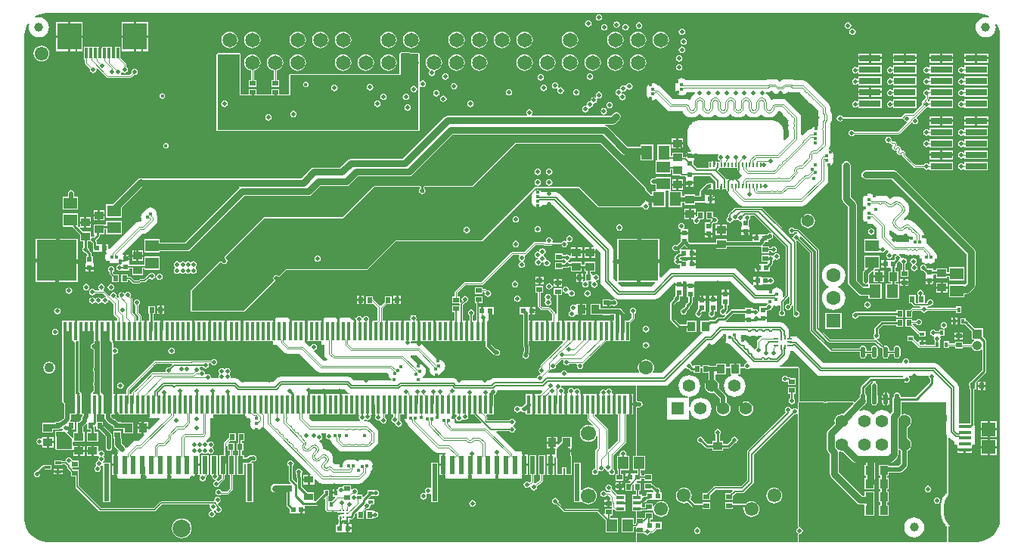
<source format=gbl>
G04*
G04 #@! TF.GenerationSoftware,Altium Limited,Altium Designer,19.1.8 (144)*
G04*
G04 Layer_Physical_Order=6*
G04 Layer_Color=16711680*
%FSLAX44Y44*%
%MOMM*%
G71*
G01*
G75*
%ADD13C,0.2500*%
%ADD16C,0.1016*%
%ADD18C,0.2540*%
%ADD23R,0.5500X0.6500*%
%ADD30R,0.6500X0.5500*%
%ADD32R,0.9000X1.0000*%
%ADD40R,1.0000X0.9000*%
%ADD41R,0.7100X0.3000*%
%ADD48R,0.6200X0.6200*%
%ADD49R,0.6200X0.6200*%
%ADD110C,0.5080*%
%ADD124C,0.1005*%
%ADD125C,0.1339*%
%ADD128C,1.0000*%
%ADD129C,0.1524*%
%ADD130C,0.5080*%
%ADD131C,0.2032*%
%ADD132C,0.7620*%
%ADD133C,0.3810*%
%ADD134C,0.1270*%
%ADD135C,0.3048*%
%ADD136C,2.0000*%
%ADD137O,1.5000X2.7000*%
%ADD138O,1.5000X3.3000*%
%ADD139C,1.7000*%
%ADD140C,1.5500*%
%ADD141C,2.9500*%
%ADD142C,2.1000*%
%ADD143C,1.4000*%
%ADD144R,1.4000X1.4000*%
%ADD145C,3.4500*%
%ADD146C,1.4200*%
%ADD147R,1.0500X1.0500*%
%ADD148C,1.0500*%
%ADD149C,0.4064*%
%ADD151C,5.5000*%
%ADD152R,1.5500X1.5500*%
%ADD153O,1.5500X0.9000*%
%ADD154O,0.9500X1.2500*%
%ADD155R,1.3680X1.3680*%
%ADD156C,1.3680*%
%ADD157C,1.6500*%
%ADD158R,1.6500X1.6500*%
%ADD159C,1.6000*%
%ADD160R,1.6000X1.6000*%
%ADD161C,1.1000*%
%ADD162C,2.7000*%
%ADD164R,1.1500X1.4500*%
%ADD165R,0.3000X1.2000*%
%ADD166R,2.7000X3.0000*%
%ADD167R,0.3800X2.0500*%
%ADD168R,4.5000X4.6000*%
%ADD169R,1.3000X1.5000*%
%ADD170R,1.5000X1.3000*%
%ADD171R,0.5630X0.2250*%
%ADD172R,0.2250X0.5630*%
%ADD173R,0.2250X0.6630*%
%ADD174R,0.2200X0.5000*%
%ADD175R,1.0000X0.8000*%
%ADD176R,0.9000X0.4000*%
%ADD177O,0.5500X1.2500*%
%ADD178R,0.4000X0.5100*%
%ADD179R,0.5100X0.4000*%
%ADD180R,1.5500X1.5000*%
%ADD181R,1.3500X0.4000*%
%ADD182R,0.6000X4.2000*%
%ADD183R,0.6000X2.0000*%
%ADD184R,2.4000X0.7600*%
%ADD185R,1.5500X1.2000*%
%ADD186R,1.5500X1.2000*%
G36*
X1070000Y596115D02*
X1071712Y596115D01*
X1075106Y595669D01*
X1078413Y594783D01*
X1081575Y593473D01*
X1084112Y592008D01*
X1084246Y591675D01*
X1083266Y590706D01*
X1082908Y590854D01*
X1080000Y591237D01*
X1077092Y590854D01*
X1074381Y589732D01*
X1072054Y587946D01*
X1070268Y585619D01*
X1069146Y582908D01*
X1068763Y580000D01*
X1069146Y577092D01*
X1070268Y574381D01*
X1072054Y572054D01*
X1074381Y570268D01*
X1077092Y569146D01*
X1080000Y568763D01*
X1082908Y569146D01*
X1085619Y570268D01*
X1087946Y572054D01*
X1089732Y574381D01*
X1090854Y577092D01*
X1091237Y580000D01*
X1090854Y582908D01*
X1090706Y583266D01*
X1091675Y584246D01*
X1092008Y584112D01*
X1093473Y581575D01*
X1094783Y578413D01*
X1095669Y575106D01*
X1096115Y571712D01*
Y570000D01*
Y30000D01*
X1096115Y28288D01*
X1095669Y24894D01*
X1094782Y21587D01*
X1093472Y18425D01*
X1091761Y15460D01*
X1089677Y12744D01*
X1087256Y10323D01*
X1084540Y8239D01*
X1081575Y6528D01*
X1078412Y5217D01*
X1075106Y4331D01*
X1071712Y3885D01*
X1070000Y3885D01*
X1039320D01*
X1038050Y3885D01*
Y20846D01*
X1038053Y20852D01*
X1038379Y20917D01*
X1039135Y21422D01*
X1039641Y22178D01*
X1039818Y23070D01*
X1039641Y23962D01*
X1039317Y24446D01*
X1039397Y24506D01*
X1038482Y25622D01*
X1036090Y30096D01*
X1034617Y34951D01*
X1034120Y40000D01*
X1034617Y45049D01*
X1036090Y49904D01*
X1038482Y54378D01*
X1038616Y54542D01*
X1038598Y54555D01*
X1038861Y54948D01*
X1039038Y55840D01*
X1038861Y56732D01*
X1038356Y57488D01*
X1037830Y57839D01*
X1037870Y57935D01*
X1038044Y58262D01*
X1038028Y58317D01*
X1038050Y58370D01*
Y85653D01*
X1038054Y85700D01*
X1038050Y85747D01*
Y120607D01*
X1039223Y121094D01*
X1042516Y117801D01*
X1044418Y116530D01*
X1044670Y116480D01*
Y112920D01*
X1047836D01*
X1048734Y112022D01*
Y111435D01*
X1048480Y110270D01*
X1048480Y109319D01*
Y108270D01*
X1056500D01*
X1064520D01*
Y110270D01*
X1064266Y111435D01*
Y112022D01*
X1065164Y112920D01*
X1068330D01*
Y119420D01*
Y133580D01*
X1067927D01*
X1067109Y134850D01*
X1067178Y135198D01*
Y174109D01*
X1069373D01*
Y182641D01*
X1069373Y182641D01*
X1069373D01*
X1070124Y183557D01*
X1080005Y193437D01*
X1080510Y194193D01*
X1080687Y195085D01*
Y228776D01*
X1080510Y229668D01*
X1080005Y230424D01*
X1076873Y233556D01*
Y242792D01*
X1067637D01*
X1059261Y251167D01*
X1058505Y251673D01*
X1057786Y251816D01*
Y254315D01*
X1051754D01*
Y247183D01*
X1056653D01*
X1064341Y239496D01*
Y230260D01*
X1066671D01*
X1067057Y228990D01*
X1066089Y228344D01*
X1064704Y226271D01*
X1064546Y225476D01*
X1054036D01*
Y228012D01*
X1045504D01*
Y225895D01*
X1038961D01*
Y228342D01*
X1032929D01*
Y221210D01*
X1038961D01*
Y222596D01*
X1045504D01*
Y220480D01*
X1054036D01*
Y222176D01*
X1064546D01*
X1064704Y221381D01*
X1066089Y219308D01*
X1068162Y217924D01*
X1070607Y217437D01*
X1073052Y217924D01*
X1074756Y219062D01*
X1076026Y218546D01*
Y196051D01*
X1062616Y182641D01*
X1061841D01*
Y181797D01*
X1061473Y181247D01*
X1061296Y180355D01*
X1061473Y179463D01*
X1061841Y178913D01*
Y174109D01*
X1062517D01*
Y136164D01*
X1062394Y136041D01*
X1057210D01*
X1057083Y136016D01*
X1049896D01*
Y176761D01*
X1049450Y179004D01*
X1048179Y180906D01*
X1026928Y202157D01*
X1025027Y203428D01*
X1022783Y203874D01*
X995097D01*
X994055Y205144D01*
X994126Y205500D01*
X993850Y206887D01*
X993064Y208064D01*
X991888Y208850D01*
X990500Y209126D01*
X989113Y208850D01*
X987936Y208064D01*
X987150Y206887D01*
X986874Y205500D01*
X986945Y205144D01*
X985903Y203874D01*
X898496D01*
X871382Y230988D01*
X869480Y232259D01*
X868673Y232419D01*
Y233743D01*
X864864D01*
Y233933D01*
X861299D01*
Y241118D01*
X859792D01*
X859566Y242257D01*
X858295Y244159D01*
X854514Y247940D01*
X852612Y249211D01*
X850369Y249657D01*
X836478D01*
X835259Y249779D01*
X835259Y250927D01*
Y252879D01*
X830889D01*
Y255419D01*
X835259D01*
Y257868D01*
X835259Y258519D01*
X835005Y259684D01*
Y262649D01*
X835278D01*
X836170Y262826D01*
X836926Y263331D01*
X837125Y263529D01*
X837973Y263361D01*
X839360Y263637D01*
X840536Y264422D01*
X841322Y265599D01*
X841598Y266986D01*
X841460Y267681D01*
X842576Y268583D01*
X843695Y268120D01*
X845551Y267875D01*
X847408Y268120D01*
X849138Y268836D01*
X849176Y268865D01*
X850315Y268304D01*
Y263151D01*
X849435Y262563D01*
X848649Y261387D01*
X848373Y260000D01*
X848649Y258612D01*
X849435Y257436D01*
X850611Y256650D01*
X851998Y256374D01*
X853386Y256650D01*
X854562Y257436D01*
X855348Y258612D01*
X855624Y260000D01*
X855348Y261387D01*
X854562Y262563D01*
X853682Y263151D01*
Y272340D01*
X859333Y277991D01*
X859579Y277975D01*
X860603Y277577D01*
Y271601D01*
X859333Y270559D01*
X858998Y270625D01*
X857611Y270349D01*
X856434Y269563D01*
X855649Y268387D01*
X855373Y266999D01*
X855649Y265612D01*
X856434Y264436D01*
X857611Y263650D01*
X858998Y263374D01*
X860386Y263650D01*
X861562Y264436D01*
X862348Y265612D01*
X862624Y266999D01*
X862549Y267376D01*
X863329Y268123D01*
X864491Y267653D01*
Y258176D01*
X864619Y257532D01*
X864984Y256985D01*
X865378Y256723D01*
X865636Y256336D01*
X866813Y255550D01*
X868200Y255274D01*
X869587Y255550D01*
X870764Y256336D01*
X871550Y257512D01*
X871826Y258899D01*
X871550Y260287D01*
X870764Y261463D01*
X869587Y262249D01*
X868200Y262525D01*
X867858Y262806D01*
Y339380D01*
X867763Y339857D01*
X868489Y341000D01*
X869564Y341132D01*
X883758Y326939D01*
Y240342D01*
X883886Y239698D01*
X884251Y239152D01*
X906415Y216988D01*
X906961Y216623D01*
X907605Y216495D01*
X938923D01*
Y212825D01*
X939215Y211355D01*
X940047Y210110D01*
X941293Y209277D01*
X942762Y208985D01*
X944232Y209277D01*
X945478Y210110D01*
X946310Y211355D01*
X946602Y212825D01*
Y214641D01*
X951623D01*
Y212825D01*
X951915Y211355D01*
X952747Y210110D01*
X953993Y209277D01*
X955462Y208985D01*
X956932Y209277D01*
X958178Y210110D01*
X959010Y211355D01*
X959302Y212825D01*
Y219825D01*
X959010Y221294D01*
X958178Y222540D01*
X956932Y223372D01*
X955462Y223664D01*
X953993Y223372D01*
X952747Y222540D01*
X951915Y221294D01*
X951623Y219825D01*
Y218008D01*
X946602D01*
Y219825D01*
X946310Y221294D01*
X945478Y222540D01*
X944232Y223372D01*
X942762Y223664D01*
X941293Y223372D01*
X940047Y222540D01*
X939215Y221294D01*
X938930Y219862D01*
X908302D01*
X887124Y241040D01*
Y327636D01*
X886996Y328280D01*
X886631Y328826D01*
X871619Y343838D01*
X871826Y344877D01*
X871815Y344931D01*
X872825Y346361D01*
X873092Y346400D01*
X889872Y329621D01*
Y242755D01*
X890000Y242111D01*
X890365Y241565D01*
X904044Y227886D01*
X904590Y227521D01*
X905234Y227393D01*
X956268D01*
X962427Y221234D01*
X962974Y220869D01*
X963426Y220779D01*
X964323Y219825D01*
Y212825D01*
X964615Y211355D01*
X965447Y210110D01*
X966693Y209277D01*
X968162Y208985D01*
X969632Y209277D01*
X970878Y210110D01*
X971710Y211355D01*
X972002Y212825D01*
Y214641D01*
X977023D01*
Y212825D01*
X977315Y211355D01*
X978147Y210110D01*
X979393Y209277D01*
X980862Y208985D01*
X982332Y209277D01*
X983578Y210110D01*
X984410Y211355D01*
X984702Y212825D01*
Y219825D01*
X984410Y221294D01*
X983578Y222540D01*
X982332Y223372D01*
X980862Y223664D01*
X979393Y223372D01*
X978147Y222540D01*
X977315Y221294D01*
X977023Y219825D01*
Y218008D01*
X972002D01*
Y219825D01*
X971710Y221294D01*
X970878Y222540D01*
X969632Y223372D01*
X968162Y223664D01*
X966693Y223372D01*
X966188Y223035D01*
X965609Y223614D01*
X965063Y223979D01*
X964419Y224107D01*
X964315D01*
X958706Y229716D01*
X959124Y231094D01*
X959272Y231124D01*
X960448Y231910D01*
X961234Y233086D01*
X961510Y234474D01*
X961234Y235861D01*
X960448Y237037D01*
X960215Y237193D01*
Y241623D01*
X964862Y246269D01*
X980234D01*
Y244834D01*
X987766D01*
Y253366D01*
X980234D01*
Y250931D01*
X963896D01*
X963005Y250753D01*
X962248Y250248D01*
X956236Y244236D01*
X955731Y243480D01*
X955554Y242588D01*
Y237193D01*
X955321Y237037D01*
X954535Y235861D01*
X954259Y234474D01*
X954535Y233086D01*
X955241Y232029D01*
X955104Y231467D01*
X954757Y230759D01*
X905932D01*
X893239Y243452D01*
Y330318D01*
X893110Y330962D01*
X892746Y331508D01*
X871142Y353111D01*
X870596Y353476D01*
X869952Y353604D01*
X866393D01*
X866346Y353843D01*
X865560Y355019D01*
X864383Y355805D01*
X862996Y356081D01*
X861609Y355805D01*
X860432Y355019D01*
X859646Y353843D01*
X859370Y352456D01*
X859646Y351068D01*
X860432Y349892D01*
X861609Y349106D01*
X862996Y348830D01*
X864383Y349106D01*
X865560Y349892D01*
X865791Y350238D01*
X868636D01*
X869442Y349331D01*
X868254Y348492D01*
X868200Y348503D01*
X866813Y348227D01*
X865636Y347440D01*
X864850Y346264D01*
X864621Y345110D01*
X863926Y344733D01*
X863334Y344601D01*
X830402Y377533D01*
X829856Y377898D01*
X829212Y378026D01*
X800000D01*
X799356Y377898D01*
X798810Y377533D01*
X792141Y370864D01*
X791776Y370318D01*
X791647Y369674D01*
Y367901D01*
X790767Y367313D01*
X789981Y366137D01*
X789705Y364749D01*
X789981Y363362D01*
X790767Y362186D01*
X791943Y361400D01*
X793331Y361124D01*
X794718Y361400D01*
X795895Y362186D01*
X796681Y363362D01*
X796734Y363629D01*
X798118Y364077D01*
X799217Y363858D01*
X800604Y364134D01*
X801163Y364507D01*
X801921Y364818D01*
X802790Y364184D01*
X803056Y363785D01*
X804233Y362999D01*
X805620Y362723D01*
X805902Y362779D01*
X806884Y361974D01*
Y357035D01*
X806630Y355870D01*
X806630Y355219D01*
Y352770D01*
X815370D01*
Y355219D01*
X815370Y355870D01*
X815116Y357035D01*
Y364137D01*
X815562Y364436D01*
X816348Y365612D01*
X816624Y366999D01*
X816378Y368237D01*
X816497Y368666D01*
X816947Y369507D01*
X821114D01*
X840122Y350499D01*
X839941Y350115D01*
X839373Y349452D01*
X838220Y349681D01*
X836833Y349405D01*
X835656Y348619D01*
X835358Y348173D01*
X833695D01*
X833407Y348116D01*
X829035D01*
X827870Y348370D01*
X827870Y348370D01*
X827870Y348370D01*
X824770D01*
Y344000D01*
X823500D01*
Y342730D01*
X819130D01*
Y340848D01*
X790016D01*
Y342773D01*
X777984D01*
Y338748D01*
X748623D01*
X746674Y340696D01*
Y344066D01*
X746928Y345230D01*
X746928Y345881D01*
Y348330D01*
X742558D01*
X738188D01*
Y345881D01*
X738188Y345230D01*
X738442Y344066D01*
Y340696D01*
X734143Y336396D01*
X733001Y336624D01*
X731613Y336348D01*
X730437Y335562D01*
X729651Y334385D01*
X729375Y332998D01*
X729651Y331610D01*
X730437Y330434D01*
X731613Y329648D01*
X733001Y329372D01*
X734388Y329648D01*
X735354Y330293D01*
X736339Y330489D01*
X736551Y330631D01*
X737821Y329952D01*
Y327145D01*
X736501D01*
X735609Y326967D01*
X734853Y326462D01*
X732038Y323647D01*
X731533Y322891D01*
X731355Y321999D01*
X731533Y321107D01*
X732038Y320351D01*
X732148Y320241D01*
X731554Y319648D01*
X731049Y318891D01*
X730871Y317999D01*
X731049Y317107D01*
X731554Y316351D01*
X732310Y315846D01*
X732651Y315778D01*
X732880Y315436D01*
X734056Y314650D01*
X735444Y314374D01*
X736464Y314577D01*
X737734Y313842D01*
X737734Y310540D01*
X736685Y310006D01*
X728772D01*
X726528Y309560D01*
X724627Y308289D01*
X716227Y299890D01*
X715053Y300376D01*
Y317689D01*
X692553D01*
Y294690D01*
X709368D01*
X709854Y293516D01*
X706100Y289762D01*
X672183D01*
X668526Y293420D01*
X669052Y294690D01*
X690014D01*
Y317689D01*
X667514D01*
Y296228D01*
X666244Y295702D01*
X663046Y298899D01*
Y330810D01*
X662600Y333054D01*
X661329Y334955D01*
X602810Y393475D01*
X600908Y394746D01*
X598665Y395192D01*
X583954D01*
X583611Y395638D01*
X582126Y396778D01*
X580396Y397495D01*
X578539Y397739D01*
X576683Y397495D01*
X574952Y396778D01*
X573467Y395638D01*
X572327Y394152D01*
X571610Y392422D01*
X571366Y390566D01*
X571610Y388709D01*
X571893Y388026D01*
X571610Y387342D01*
X571366Y385486D01*
X571610Y383629D01*
X572327Y381899D01*
X573467Y380413D01*
X574952Y379273D01*
X576683Y378557D01*
X578539Y378312D01*
X580396Y378557D01*
X582126Y379273D01*
X583611Y380413D01*
X583954Y380859D01*
X595156D01*
X641072Y334943D01*
X640586Y333770D01*
X638270D01*
Y329270D01*
X643270D01*
Y331086D01*
X644443Y331572D01*
X648714Y327302D01*
Y295390D01*
X649160Y293147D01*
X650431Y291245D01*
X664529Y277146D01*
X664802Y276964D01*
X665797Y276290D01*
Y276290D01*
X665797D01*
X665305Y275101D01*
X664428Y275275D01*
X663041Y274999D01*
X662485Y274627D01*
X659516D01*
Y275415D01*
X650984D01*
Y267883D01*
X655536D01*
X655804Y267704D01*
X656944Y267477D01*
X658083Y267704D01*
X658352Y267883D01*
X659516D01*
Y268671D01*
X662485D01*
X663041Y268300D01*
X664428Y268024D01*
X665816Y268300D01*
X666992Y269086D01*
X667778Y270262D01*
X668054Y271649D01*
X667778Y273037D01*
X667291Y273766D01*
X666992Y274213D01*
X666449Y274585D01*
X666941Y275774D01*
X668674Y275430D01*
X709609D01*
X711852Y275876D01*
X713754Y277146D01*
X731405Y294798D01*
X732675Y294272D01*
Y293426D01*
X737045D01*
X741415D01*
Y295673D01*
X744195D01*
X745130Y294865D01*
X745130Y294403D01*
Y291765D01*
X749500D01*
X753870D01*
Y294403D01*
X753870Y294865D01*
X754805Y295673D01*
X794393D01*
X817341Y272726D01*
X819243Y271455D01*
X821486Y271009D01*
X835306D01*
X835691Y269739D01*
X835409Y269550D01*
X834623Y268374D01*
X834436Y267433D01*
X834313Y267310D01*
X832719D01*
X832494Y267265D01*
X826773D01*
Y261733D01*
X825503Y261608D01*
X825348Y262387D01*
X824562Y263563D01*
X823386Y264349D01*
X821998Y264625D01*
X820611Y264349D01*
X820286Y264132D01*
X819016Y264811D01*
Y265865D01*
X810784D01*
Y264080D01*
X796226D01*
X795334Y263903D01*
X794578Y263397D01*
X790212Y259032D01*
X789226Y259842D01*
X789350Y260027D01*
X789626Y261414D01*
X789542Y261832D01*
X790342Y262632D01*
X790847Y263388D01*
X791024Y264280D01*
Y268440D01*
X792810D01*
Y276021D01*
X793064Y277186D01*
X793064Y277836D01*
Y280286D01*
X788694D01*
X784324D01*
Y277836D01*
X784324Y277186D01*
X784578Y276021D01*
Y268440D01*
X786363D01*
Y266263D01*
X786000Y265040D01*
X784613Y264764D01*
X783436Y263978D01*
X782650Y262802D01*
X782374Y261414D01*
X782650Y260027D01*
X783436Y258851D01*
X784613Y258065D01*
X786000Y257789D01*
X787387Y258065D01*
X787573Y258188D01*
X788382Y257202D01*
X786511Y255331D01*
X780650D01*
X779758Y255153D01*
X779002Y254648D01*
X776785Y252431D01*
X771500D01*
X770608Y252253D01*
X769852Y251748D01*
X769220Y251116D01*
X760984D01*
Y239084D01*
X762580D01*
X762966Y237814D01*
X762299Y237368D01*
X717627Y192696D01*
X707778D01*
X707216Y193836D01*
X707659Y194413D01*
X708567Y196606D01*
X708877Y198960D01*
X708567Y201313D01*
X707659Y203507D01*
X706214Y205390D01*
X704330Y206835D01*
X702137Y207744D01*
X699783Y208053D01*
X697430Y207744D01*
X695237Y206835D01*
X693353Y205390D01*
X691908Y203507D01*
X691000Y201313D01*
X690690Y198960D01*
X691000Y196606D01*
X691908Y194413D01*
X692351Y193836D01*
X691789Y192696D01*
X611486D01*
X611348Y193387D01*
X610563Y194563D01*
X609386Y195349D01*
X607999Y195625D01*
X606611Y195349D01*
X605435Y194563D01*
X604649Y193387D01*
X604512Y192696D01*
X590652D01*
X590166Y193870D01*
X592386Y196090D01*
X592639Y196701D01*
X593762Y197315D01*
X594139Y197340D01*
X595284Y197113D01*
X596671Y197388D01*
X597847Y198174D01*
X598633Y199351D01*
X598909Y200738D01*
X598695Y201817D01*
X604536Y207658D01*
X606971D01*
X607650Y206388D01*
X607649Y206387D01*
X607373Y205000D01*
X607649Y203612D01*
X608435Y202436D01*
X609611Y201650D01*
X610999Y201374D01*
X612386Y201650D01*
X613563Y202436D01*
X614217Y203416D01*
X621926D01*
X622602Y202146D01*
X622374Y201000D01*
X622650Y199613D01*
X623436Y198436D01*
X624613Y197650D01*
X626000Y197374D01*
X627388Y197650D01*
X628564Y198436D01*
X629350Y199613D01*
X629626Y201000D01*
X629350Y202388D01*
X629875Y203887D01*
X629906Y203899D01*
X654700Y228694D01*
X658113D01*
Y228440D01*
X660014D01*
Y239960D01*
Y251480D01*
X658113D01*
Y251226D01*
X653469D01*
X652368Y251226D01*
Y251226D01*
X652199D01*
Y251226D01*
X646453D01*
Y251480D01*
X644554D01*
Y239960D01*
X642014D01*
Y251480D01*
X640114D01*
Y251226D01*
X635470D01*
X634368Y251226D01*
Y251226D01*
X634199D01*
Y251226D01*
X628453D01*
Y251480D01*
X626553D01*
Y239960D01*
X624013D01*
Y251480D01*
X622113D01*
Y251226D01*
X617469D01*
X616368Y251226D01*
Y251226D01*
X616199D01*
Y251226D01*
X610453D01*
Y251480D01*
X608554D01*
Y239960D01*
X606013D01*
Y251480D01*
X604114D01*
Y251226D01*
X602650D01*
Y280234D01*
X605266D01*
Y287766D01*
X596734D01*
Y280234D01*
X599350D01*
Y259562D01*
X598159Y259371D01*
X597676Y260538D01*
X592198Y266016D01*
X591032Y266499D01*
X583949D01*
X582215Y268233D01*
Y282560D01*
X584831D01*
Y290092D01*
X576299D01*
Y282560D01*
X578916D01*
Y267550D01*
X579399Y266383D01*
X582099Y263683D01*
X583266Y263200D01*
X590349D01*
X594860Y258688D01*
Y251226D01*
X592453D01*
Y251480D01*
X590554D01*
Y239960D01*
Y228440D01*
X592453D01*
Y228694D01*
X598200Y228694D01*
X599469Y228694D01*
X604114D01*
Y228440D01*
X606121D01*
X606607Y227266D01*
X582017Y202676D01*
X581534Y201510D01*
Y198934D01*
X580620Y198323D01*
X579834Y197146D01*
X579558Y195759D01*
X579834Y194371D01*
X580620Y193195D01*
X581137Y192850D01*
X581528Y191326D01*
X581496Y191199D01*
X581458Y191147D01*
X581241Y191018D01*
X579996Y190770D01*
X578820Y189984D01*
X578034Y188808D01*
X577787Y187567D01*
X529919D01*
X527676Y187121D01*
X525774Y185850D01*
X524786Y184862D01*
X489092D01*
X488587Y185367D01*
X486685Y186637D01*
X484442Y187084D01*
X450379D01*
X449460Y188354D01*
X449636Y188964D01*
X451122Y190104D01*
X452262Y191590D01*
X452978Y193320D01*
X453223Y195176D01*
X452978Y197033D01*
X452262Y198763D01*
X451122Y200249D01*
X449636Y201389D01*
X447906Y202105D01*
X446049Y202350D01*
X445085Y202223D01*
X435996Y211312D01*
X436482Y212485D01*
X442710D01*
X457254Y197941D01*
X457127Y196976D01*
X457371Y195120D01*
X458088Y193390D01*
X459228Y191904D01*
X460714Y190764D01*
X462444Y190047D01*
X464300Y189803D01*
X466157Y190047D01*
X467887Y190764D01*
X469372Y191904D01*
X470513Y193390D01*
X470796Y194073D01*
X471479Y194356D01*
X472965Y195496D01*
X474105Y196982D01*
X474821Y198712D01*
X475066Y200568D01*
X474821Y202425D01*
X474105Y204155D01*
X472965Y205641D01*
X471479Y206781D01*
X469749Y207497D01*
X467892Y207742D01*
X466928Y207615D01*
X450045Y224497D01*
X448197Y225732D01*
X446016Y226166D01*
X437309D01*
X436625Y227000D01*
X436540Y227424D01*
X437555Y228694D01*
X442113D01*
Y228440D01*
X444014D01*
Y239960D01*
Y251480D01*
X443070D01*
X442391Y252750D01*
X442633Y253112D01*
X442909Y254499D01*
X442633Y255886D01*
X441847Y257063D01*
X440671Y257849D01*
X439283Y258125D01*
X437896Y257849D01*
X436720Y257063D01*
X435934Y255886D01*
X435658Y254499D01*
X435934Y253112D01*
X436350Y252488D01*
X436352Y252333D01*
X435670Y251226D01*
X435098Y251226D01*
X430453D01*
Y251480D01*
X428554D01*
Y239960D01*
X426014D01*
Y251480D01*
X424114D01*
Y251226D01*
X418368D01*
Y251226D01*
X418199D01*
Y251226D01*
X412453D01*
Y251480D01*
X410553D01*
Y239960D01*
X408013D01*
Y251480D01*
X406114D01*
X406114Y251480D01*
Y251480D01*
X406114Y251480D01*
X404933Y251696D01*
Y265667D01*
X409750Y270484D01*
X414949D01*
Y279016D01*
X407417D01*
Y272817D01*
X403015Y268415D01*
X401286Y268481D01*
X394029Y275738D01*
X393950Y275770D01*
Y279016D01*
X386418D01*
Y270484D01*
X393949D01*
X393950Y270484D01*
Y270484D01*
X395056Y270044D01*
X399207Y265893D01*
Y252567D01*
X397867Y251226D01*
X394454D01*
Y251480D01*
X392554D01*
Y239960D01*
X390014D01*
Y252215D01*
X389575Y252750D01*
X389625Y252999D01*
X389349Y254387D01*
X388563Y255563D01*
X387387Y256349D01*
X385999Y256625D01*
X384612Y256349D01*
X383436Y255563D01*
X383263Y255305D01*
X381735D01*
X381563Y255563D01*
X380387Y256349D01*
X378999Y256625D01*
X377612Y256349D01*
X376436Y255563D01*
X375650Y254387D01*
X375533Y253804D01*
X374263Y253929D01*
Y255290D01*
X336303D01*
Y251480D01*
X334114D01*
Y251226D01*
X328368Y251226D01*
X327098Y251226D01*
X322453D01*
Y251480D01*
X320554D01*
Y239960D01*
Y228440D01*
X322453D01*
Y228694D01*
X328200Y228694D01*
X329469Y228694D01*
X334114D01*
Y228440D01*
X336303D01*
Y224630D01*
X339443D01*
Y214149D01*
X339877Y211969D01*
X341112Y210121D01*
X343235Y207998D01*
X342749Y206824D01*
X338639D01*
X328289Y217175D01*
X328707Y218553D01*
X329193Y218650D01*
X330369Y219436D01*
X331155Y220612D01*
X331431Y222000D01*
X331155Y223387D01*
X330369Y224563D01*
X329193Y225349D01*
X327805Y225625D01*
X326418Y225349D01*
X325241Y224563D01*
X324455Y223387D01*
X324359Y222901D01*
X322981Y222483D01*
X319150Y226314D01*
X317869Y227170D01*
X318014Y227645D01*
Y239960D01*
Y251480D01*
X316113D01*
Y251226D01*
X310368Y251226D01*
X309097Y251226D01*
X304454D01*
Y251480D01*
X302264D01*
Y255290D01*
X282304D01*
Y251480D01*
X280114D01*
Y251226D01*
X274368Y251226D01*
X273097Y251226D01*
X268368Y251226D01*
X267097Y251226D01*
X262367Y251226D01*
X261098Y251226D01*
X256367Y251226D01*
X255098Y251226D01*
X250453D01*
Y251480D01*
X248554D01*
Y239960D01*
Y228440D01*
X250453D01*
Y228694D01*
X256199Y228694D01*
X257470Y228694D01*
X262199Y228694D01*
X263470Y228694D01*
X268200Y228694D01*
X269470Y228694D01*
X274200Y228694D01*
X275469Y228694D01*
X280114D01*
Y228440D01*
X282304D01*
Y224630D01*
X286163D01*
X287112Y223210D01*
X294351Y215971D01*
X296199Y214736D01*
X298380Y214302D01*
X311814D01*
X331304Y194812D01*
X333152Y193577D01*
X335333Y193144D01*
X409977D01*
X411110Y192020D01*
X411354Y190163D01*
X412071Y188433D01*
X413211Y186948D01*
X414697Y185808D01*
X414849Y185745D01*
X414596Y184475D01*
X372993D01*
X370500Y186968D01*
X368598Y188239D01*
X366355Y188685D01*
X290678D01*
X288435Y188239D01*
X286533Y186968D01*
X282608Y183043D01*
X246619D01*
X244295Y185367D01*
X242393Y186637D01*
X240150Y187084D01*
X235408D01*
X234497Y188354D01*
X234626Y189000D01*
X234350Y190387D01*
X233866Y191111D01*
X233663Y192000D01*
X233866Y192889D01*
X234350Y193612D01*
X234626Y195000D01*
X234350Y196388D01*
X233564Y197564D01*
X232388Y198350D01*
X231000Y198626D01*
X229613Y198350D01*
X228436Y197564D01*
X227166Y197949D01*
X226388Y198470D01*
X225000Y198746D01*
X223612Y198470D01*
X222436Y197684D01*
X221650Y196507D01*
X221374Y195120D01*
X221650Y193732D01*
X222436Y192556D01*
Y191564D01*
X221650Y190387D01*
X221374Y189000D01*
X221503Y188354D01*
X220592Y187084D01*
X213374D01*
X212569Y188065D01*
X212623Y188339D01*
X212347Y189727D01*
X211561Y190903D01*
X210385Y191689D01*
X208997Y191965D01*
X207610Y191689D01*
X207574Y191665D01*
X207174Y191765D01*
X206271Y192322D01*
X206065Y193362D01*
X205279Y194539D01*
X204102Y195324D01*
X202715Y195600D01*
X201721Y195403D01*
X200827Y196070D01*
X200620Y196379D01*
X200626Y196408D01*
X200350Y197796D01*
X199934Y198417D01*
X200605Y199688D01*
X203558D01*
X204146Y198807D01*
X205322Y198021D01*
X206710Y197745D01*
X208097Y198021D01*
X209274Y198807D01*
X210060Y199983D01*
X210336Y201371D01*
X210108Y202515D01*
X210784Y203785D01*
X212696D01*
X213436Y202677D01*
X214613Y201891D01*
X216000Y201615D01*
X217388Y201891D01*
X218564Y202677D01*
X219350Y203853D01*
X219626Y205240D01*
X219350Y206628D01*
X218564Y207804D01*
X217388Y208590D01*
X216000Y208866D01*
X214613Y208590D01*
X213436Y207804D01*
X212955Y207084D01*
X191182D01*
X190016Y206601D01*
X190000Y206585D01*
X161578D01*
X160842Y206890D01*
X150394D01*
X149227Y206407D01*
X118509Y175688D01*
X118026Y174522D01*
Y170124D01*
X117128Y169226D01*
X115367Y169226D01*
X114097Y169226D01*
X109453D01*
Y169480D01*
X107553D01*
Y157960D01*
Y146440D01*
X109453D01*
Y146694D01*
X115199Y146694D01*
X116469Y146694D01*
X120098D01*
X121199Y146694D01*
Y146694D01*
X121368D01*
Y146694D01*
X126097D01*
X127199Y146694D01*
Y146694D01*
X127368D01*
Y146694D01*
X133200D01*
Y146694D01*
X133368D01*
Y146694D01*
X139114D01*
Y146440D01*
X141304D01*
Y142630D01*
X154953D01*
X155439Y141456D01*
X143346Y129363D01*
X142173Y129849D01*
Y130230D01*
X137673D01*
Y124942D01*
X138040Y124057D01*
X131175Y117192D01*
X129135D01*
X126957Y116759D01*
X125110Y115525D01*
X118541Y108956D01*
X117180Y109318D01*
X117148Y109359D01*
X116388Y110496D01*
X116388Y110496D01*
X112810Y114075D01*
Y118287D01*
X112810Y118287D01*
X112644Y119121D01*
X112644Y119121D01*
X112534Y119675D01*
X112375Y119912D01*
X112266Y121095D01*
Y127766D01*
X103734D01*
Y120234D01*
X103734D01*
X104374Y119472D01*
Y112778D01*
X104374Y112778D01*
X104650Y111391D01*
X105436Y110214D01*
X109397Y106253D01*
X108911Y105080D01*
X107920D01*
Y101270D01*
X107270D01*
Y90000D01*
Y78730D01*
X107920D01*
Y74920D01*
X134080D01*
Y78730D01*
X134730D01*
Y90000D01*
X137270D01*
Y78730D01*
X137920D01*
Y74920D01*
X164080D01*
Y78730D01*
X164730D01*
Y90000D01*
X167270D01*
Y78730D01*
X167920D01*
Y74920D01*
X194080D01*
Y78730D01*
X194730D01*
Y90000D01*
X196000D01*
Y91270D01*
X200270D01*
Y101270D01*
X200270Y101270D01*
X200453Y102464D01*
X201388Y102650D01*
X202111Y103134D01*
X203000Y103337D01*
X203889Y103134D01*
X204613Y102650D01*
X206000Y102374D01*
X207388Y102650D01*
X208564Y103436D01*
X209820D01*
X210996Y102650D01*
X212383Y102374D01*
X213771Y102650D01*
X214947Y103436D01*
X215733Y104613D01*
X216009Y106000D01*
X215733Y107388D01*
X214947Y108564D01*
X214689Y108736D01*
Y110264D01*
X214947Y110436D01*
X215733Y111613D01*
X216009Y113000D01*
X215733Y114388D01*
X214947Y115564D01*
X213771Y116350D01*
X212383Y116626D01*
X210996Y116350D01*
X209820Y115564D01*
X208564D01*
X207695Y116145D01*
X207528Y117211D01*
X207593Y117604D01*
X208485Y118200D01*
X210446Y120161D01*
X211680Y122008D01*
X212113Y124186D01*
Y142630D01*
X215264D01*
Y146440D01*
X217453D01*
Y146694D01*
X223199D01*
Y146694D01*
X223368D01*
Y146694D01*
X229114D01*
Y146440D01*
X231014D01*
Y157960D01*
X233554D01*
Y146440D01*
X235453D01*
Y146694D01*
X241199D01*
X241199Y146694D01*
X241367D01*
Y146694D01*
X242470Y146694D01*
X247113D01*
Y146440D01*
X249303D01*
Y142630D01*
X255206D01*
X256418Y141418D01*
X256950Y141062D01*
X257071Y140143D01*
X257544Y139000D01*
X257071Y137856D01*
X256826Y136000D01*
X257071Y134143D01*
X257787Y132413D01*
X258927Y130927D01*
X260413Y129787D01*
X262143Y129071D01*
X264000Y128826D01*
X265856Y129071D01*
X267586Y129787D01*
X269072Y130927D01*
X270212Y132413D01*
X270240Y132481D01*
X271673Y132622D01*
X272112Y131965D01*
X324133Y79943D01*
X323647Y78770D01*
X323553D01*
Y73500D01*
Y68230D01*
X328554D01*
Y73864D01*
X329727Y74350D01*
X333391Y70685D01*
X335240Y69450D01*
X337420Y69016D01*
X378630D01*
X380811Y69450D01*
X382659Y70685D01*
X389545Y77571D01*
X390780Y79419D01*
X391214Y81600D01*
Y82946D01*
X391986Y83539D01*
X393125Y85024D01*
X393842Y86754D01*
X394086Y88611D01*
X393842Y90467D01*
X393125Y92198D01*
X391986Y93683D01*
X390500Y94823D01*
X388770Y95540D01*
X386913Y95784D01*
X385057Y95540D01*
X384260Y95210D01*
X383690Y95446D01*
X381833Y95690D01*
X379977Y95446D01*
X378246Y94729D01*
X377131Y93873D01*
X377113Y93897D01*
X375627Y95037D01*
X373897Y95754D01*
X372040Y95998D01*
X370184Y95754D01*
X369500Y95471D01*
X368817Y95754D01*
X366960Y95998D01*
X365104Y95754D01*
X363373Y95037D01*
X361888Y93897D01*
X360748Y92411D01*
X360031Y90681D01*
X359990Y90371D01*
X352196D01*
X351596Y90972D01*
X351141Y91276D01*
X349793Y92310D01*
X348480Y92854D01*
X348946Y93980D01*
X349272Y96456D01*
X349327Y96732D01*
X349272Y97007D01*
X348946Y99483D01*
X347884Y102048D01*
X346194Y104249D01*
X343992Y105939D01*
X341428Y107001D01*
X339788Y107217D01*
X338648Y107485D01*
X338387Y108607D01*
X338170Y110260D01*
X337108Y112824D01*
X335418Y115026D01*
X333934Y116165D01*
X333944Y116350D01*
X334352Y117444D01*
X335387Y117650D01*
X336563Y118436D01*
X337349Y119612D01*
X337625Y121000D01*
X337349Y122387D01*
X336563Y123563D01*
X336359Y123700D01*
X336744Y124970D01*
X341180D01*
X341859Y123700D01*
X341650Y123387D01*
X341374Y122000D01*
X341650Y120612D01*
X342436Y119436D01*
X343612Y118650D01*
X344999Y118374D01*
X346008Y118575D01*
X346888Y117428D01*
X347675Y116824D01*
X348085Y114763D01*
X349320Y112914D01*
X349346Y112897D01*
X355621Y106621D01*
X357470Y105386D01*
X359650Y104953D01*
X388585D01*
X390765Y105386D01*
X392614Y106621D01*
X398445Y112452D01*
X399680Y114301D01*
X400113Y116481D01*
Y126059D01*
X399680Y128239D01*
X398445Y130087D01*
X391550Y136982D01*
X389701Y138217D01*
X387521Y138651D01*
X384175D01*
X384019Y138864D01*
X384320Y140591D01*
X384373Y140626D01*
X384427Y140708D01*
X385720Y141059D01*
X385964Y140896D01*
X386896Y140273D01*
X388284Y139997D01*
X389671Y140273D01*
X390847Y141059D01*
X391633Y142235D01*
X391909Y143623D01*
X391633Y145010D01*
X391527Y145170D01*
X392205Y146440D01*
X393014D01*
Y157960D01*
X395554D01*
Y146440D01*
X396588D01*
X397267Y145170D01*
X396934Y144671D01*
X396658Y143284D01*
X396934Y141896D01*
X397720Y140720D01*
X398896Y139934D01*
X400284Y139658D01*
X401209Y139842D01*
X401696Y139908D01*
X402572Y139008D01*
X402650Y138612D01*
X403436Y137436D01*
X404613Y136650D01*
X406000Y136374D01*
X407388Y136650D01*
X408564Y137436D01*
X409350Y138612D01*
X409626Y140000D01*
X409350Y141388D01*
X408564Y142564D01*
X407650Y143174D01*
Y146694D01*
X409114D01*
Y146440D01*
X411013D01*
Y157960D01*
X413554D01*
Y146440D01*
X415453D01*
X415453Y146440D01*
Y146440D01*
X415453Y146440D01*
X416634Y146223D01*
Y143458D01*
X415720Y142847D01*
X414934Y141671D01*
X414658Y140283D01*
X414934Y138896D01*
X415720Y137720D01*
X416896Y136934D01*
X418212Y136672D01*
X418351Y136624D01*
X419454Y135596D01*
X419650Y134612D01*
X420435Y133436D01*
X421612Y132650D01*
X422999Y132374D01*
X424387Y132650D01*
X425563Y133436D01*
X426349Y134612D01*
X426625Y136000D01*
X426349Y137387D01*
X425563Y138563D01*
X424649Y139174D01*
Y146694D01*
X427113D01*
Y146440D01*
X429284D01*
X430133Y145170D01*
X429772Y144297D01*
X429527Y142441D01*
X429772Y140584D01*
X430488Y138854D01*
X431628Y137368D01*
X432672Y136567D01*
X432844Y135701D01*
X434078Y133855D01*
X462733Y105200D01*
X464580Y103966D01*
X466758Y103533D01*
X474920D01*
Y101270D01*
X474270D01*
Y90000D01*
Y78730D01*
X474920D01*
Y74920D01*
X501080D01*
Y78730D01*
X501730D01*
Y90000D01*
X504270D01*
Y78730D01*
X504920D01*
Y74920D01*
X531080D01*
Y78730D01*
X531730D01*
Y90000D01*
X534270D01*
Y78730D01*
X534920D01*
Y74920D01*
X561080D01*
Y78730D01*
X561730D01*
Y90000D01*
Y101270D01*
X561080D01*
Y105080D01*
X553935D01*
X553162Y106237D01*
X532254Y127145D01*
X532741Y128318D01*
X546847D01*
X547435Y127438D01*
X548611Y126652D01*
X549999Y126376D01*
X551386Y126652D01*
X552563Y127438D01*
X553349Y128614D01*
X553625Y130001D01*
X553349Y131389D01*
X552563Y132565D01*
X551386Y133351D01*
X551376Y133353D01*
Y134648D01*
X551386Y134650D01*
X552563Y135436D01*
X553349Y136612D01*
X553625Y138000D01*
X553349Y139387D01*
X552563Y140563D01*
X551386Y141349D01*
X549999Y141625D01*
X548611Y141349D01*
X547435Y140563D01*
X546847Y139683D01*
X521698D01*
X521650Y139731D01*
Y143893D01*
X521166Y145059D01*
X520960Y145266D01*
X521446Y146440D01*
X523453D01*
Y146694D01*
X529199D01*
Y157647D01*
X529262Y157960D01*
Y168050D01*
X529732Y168520D01*
X530387Y168650D01*
X531564Y169436D01*
X532350Y170613D01*
X532626Y172000D01*
X532554Y172360D01*
X533428Y173234D01*
X583079D01*
X583605Y171964D01*
X580867Y169226D01*
X577453D01*
Y169480D01*
X575554D01*
Y157960D01*
Y146440D01*
X577453D01*
Y146694D01*
X582098D01*
X583199Y146694D01*
Y146694D01*
X583368D01*
Y146694D01*
X589114D01*
Y146440D01*
X591014D01*
Y157959D01*
X593554D01*
Y146440D01*
X595453D01*
Y146694D01*
X600098D01*
X601199Y146694D01*
Y146694D01*
X601368D01*
Y146694D01*
X607113D01*
Y146440D01*
X609014D01*
Y157960D01*
Y169480D01*
X607952D01*
X607335Y170750D01*
X607793Y171436D01*
X608069Y172824D01*
X607793Y174211D01*
X607007Y175387D01*
X605831Y176173D01*
X605472Y176245D01*
X604455Y176577D01*
X604550Y177624D01*
X604624Y178000D01*
X604923Y178363D01*
X688650D01*
Y161893D01*
X688714Y161739D01*
X688698Y161574D01*
X688869Y161365D01*
X688972Y161115D01*
X689126Y161051D01*
X689231Y160923D01*
X689610Y160721D01*
X689680Y160714D01*
X689731Y160665D01*
X690622Y160319D01*
X690931Y160327D01*
X691235Y160266D01*
X692229Y160464D01*
X693187Y160273D01*
X694000Y159731D01*
X694542Y158918D01*
X694733Y157960D01*
X694542Y157001D01*
X694000Y156189D01*
X693187Y155646D01*
X692229Y155455D01*
X691235Y155653D01*
X690931Y155593D01*
X690622Y155600D01*
X689731Y155254D01*
X689680Y155206D01*
X689610Y155199D01*
X689231Y154997D01*
X689126Y154868D01*
X688972Y154804D01*
X688869Y154555D01*
X688698Y154346D01*
X688714Y154180D01*
X688650Y154027D01*
Y100266D01*
X685234D01*
Y83734D01*
X690317D01*
Y80116D01*
X687035D01*
X685870Y80370D01*
X685870Y80370D01*
X685870Y80370D01*
X682770D01*
Y76000D01*
X681500D01*
Y74730D01*
X677130D01*
Y71630D01*
X682090D01*
X682576Y70457D01*
X681385Y69266D01*
X676484D01*
Y60734D01*
X684016D01*
Y66952D01*
X684048Y67115D01*
Y67168D01*
X685214Y68333D01*
X686484Y67807D01*
Y60734D01*
X688567D01*
Y56819D01*
X684368D01*
Y50787D01*
X684368Y50787D01*
Y50319D01*
X684368D01*
X684368Y49517D01*
Y44287D01*
X684368D01*
Y43819D01*
X684368D01*
Y37787D01*
X688650D01*
Y30766D01*
X688734Y30564D01*
Y25115D01*
X687803Y24183D01*
X686049D01*
Y30766D01*
X672517D01*
Y14234D01*
X686049D01*
Y20817D01*
X688480D01*
Y18270D01*
X693000D01*
Y15730D01*
X688480D01*
Y12980D01*
X688650D01*
Y3885D01*
X30000Y3884D01*
X28288Y3884D01*
X24894Y4331D01*
X21587Y5217D01*
X18425Y6528D01*
X15460Y8239D01*
X12744Y10323D01*
X10323Y12744D01*
X8239Y15460D01*
X6528Y18425D01*
X5217Y21587D01*
X4331Y24894D01*
X3884Y28288D01*
Y30000D01*
X3884Y570000D01*
X3884Y571712D01*
X4331Y575106D01*
X5217Y578413D01*
X6528Y581575D01*
X7992Y584112D01*
X8325Y584246D01*
X9294Y583266D01*
X9146Y582908D01*
X8763Y580000D01*
X9146Y577092D01*
X10268Y574381D01*
X12054Y572054D01*
X14381Y570268D01*
X17092Y569146D01*
X20000Y568763D01*
X22908Y569146D01*
X25619Y570268D01*
X27946Y572054D01*
X29732Y574381D01*
X30854Y577092D01*
X31237Y580000D01*
X30854Y582908D01*
X29732Y585619D01*
X27946Y587946D01*
X25619Y589732D01*
X22908Y590854D01*
X20000Y591237D01*
X17092Y590854D01*
X16734Y590706D01*
X15754Y591675D01*
X15888Y592008D01*
X18425Y593473D01*
X21587Y594783D01*
X24894Y595669D01*
X28288Y596115D01*
X30000D01*
X1070000Y596115D01*
D02*
G37*
G36*
X856517Y334105D02*
Y279936D01*
X854441Y277861D01*
X852915Y278131D01*
X852667Y278666D01*
X852990Y279445D01*
X853234Y281301D01*
X852990Y283158D01*
X852273Y284888D01*
X851133Y286374D01*
X849648Y287514D01*
X847917Y288230D01*
X846061Y288475D01*
X844204Y288230D01*
X842474Y287514D01*
X840989Y286374D01*
X840197Y285341D01*
X824995D01*
X819702Y290634D01*
X820447Y291686D01*
X821410Y291686D01*
X823330D01*
Y294785D01*
X820230D01*
Y292936D01*
X820230Y291903D01*
X819178Y291158D01*
X802047Y308289D01*
X800145Y309560D01*
X797902Y310006D01*
X756374D01*
X755220Y310286D01*
X755220Y311276D01*
Y313386D01*
X750850D01*
Y314656D01*
X749580D01*
Y319026D01*
X747131D01*
X746480Y319026D01*
X745315Y318772D01*
X741030D01*
X740154Y319648D01*
X739398Y320153D01*
X738506Y320330D01*
X738317D01*
X737633Y321381D01*
X738223Y322483D01*
X740107D01*
X740332Y322528D01*
X745402D01*
X746567Y322274D01*
X747218Y322274D01*
X749667D01*
Y326644D01*
Y331014D01*
X747218D01*
X746567Y331014D01*
X745402Y330760D01*
X738726D01*
X738200Y332030D01*
X742558Y336389D01*
X745283Y333664D01*
X746249Y333018D01*
X747389Y332791D01*
X777984D01*
Y331741D01*
X790016D01*
Y334892D01*
X827701D01*
X827725Y334896D01*
X828964Y333848D01*
Y327290D01*
X837496D01*
Y329372D01*
X839208D01*
X839796Y328492D01*
X840973Y327706D01*
X842360Y327430D01*
X843747Y327706D01*
X844924Y328492D01*
X845710Y329668D01*
X845986Y331056D01*
X845710Y332443D01*
X844924Y333619D01*
X843747Y334405D01*
X842360Y334681D01*
X840973Y334405D01*
X839796Y333619D01*
X839208Y332739D01*
X837496D01*
Y334822D01*
X830598D01*
X830135Y336092D01*
X831627Y337584D01*
X832273Y338550D01*
X832499Y339690D01*
Y339787D01*
X832596Y339884D01*
X836616D01*
Y342217D01*
X837016D01*
X838154Y342443D01*
X838220Y342430D01*
X839607Y342706D01*
X840784Y343492D01*
X841570Y344668D01*
X841846Y346056D01*
X841616Y347209D01*
X842279Y347777D01*
X842664Y347958D01*
X856517Y334105D01*
D02*
G37*
G36*
X810784Y257633D02*
X810530Y257119D01*
X810530D01*
Y254019D01*
X814900D01*
Y251479D01*
X810530D01*
Y249657D01*
X789344D01*
X789189Y249870D01*
X789125Y251352D01*
X797191Y259419D01*
X810784D01*
Y257633D01*
D02*
G37*
G36*
X811639Y235055D02*
X812867Y234546D01*
X812935Y234500D01*
X813016Y234484D01*
X813346Y234347D01*
X814405Y234208D01*
X815179Y234054D01*
X816518D01*
X817292Y234208D01*
X818350Y234347D01*
X818681Y234484D01*
X818761Y234500D01*
X818829Y234546D01*
X819727Y234918D01*
X820625Y234546D01*
X820693Y234500D01*
X820773Y234484D01*
X821104Y234347D01*
X822162Y234208D01*
X822936Y234054D01*
X824275D01*
X825050Y234208D01*
X826108Y234347D01*
X826438Y234484D01*
X826519Y234500D01*
X826587Y234546D01*
X827485Y234918D01*
X828383Y234546D01*
X828451Y234500D01*
X828531Y234484D01*
X828766Y234387D01*
X828819Y234021D01*
X828697Y233088D01*
X827772Y232705D01*
X824484Y229416D01*
X824000Y228250D01*
Y221628D01*
X823086Y221017D01*
X822466Y220089D01*
X822448Y220067D01*
X821596Y219732D01*
X820964Y219634D01*
X820718Y219823D01*
X819509Y220323D01*
X819008Y221532D01*
X818290Y222469D01*
X817872Y223094D01*
X817247Y223512D01*
X816310Y224230D01*
X815101Y224731D01*
X814600Y225940D01*
X813882Y226877D01*
X813464Y227502D01*
X812839Y227920D01*
X811902Y228638D01*
X810125Y229375D01*
X808918Y229534D01*
X805500Y232952D01*
X805890Y233893D01*
X806078Y235324D01*
X811288D01*
X811639Y235055D01*
D02*
G37*
G36*
X786528Y233683D02*
X786401Y232723D01*
X786646Y230867D01*
X787362Y229137D01*
X788502Y227651D01*
X789988Y226511D01*
X791718Y225794D01*
X792490Y225693D01*
X792491Y225690D01*
X812671Y205511D01*
X812253Y204133D01*
X812025Y204088D01*
X810848Y203302D01*
X810062Y202126D01*
X809787Y200738D01*
X809823Y200557D01*
X809017Y199575D01*
X805564D01*
Y203550D01*
X801064D01*
Y197280D01*
X798524D01*
Y203550D01*
X794024D01*
Y199575D01*
X789309D01*
Y203296D01*
X778278D01*
Y200906D01*
X775069D01*
X774360Y200765D01*
X773650Y200906D01*
X770601D01*
Y201546D01*
X763069D01*
Y199575D01*
X760601D01*
Y201546D01*
X753069D01*
Y200996D01*
X752384Y200524D01*
X751799Y200396D01*
X751223Y200905D01*
X750980Y202126D01*
X750194Y203302D01*
X750012Y203423D01*
X749887Y204687D01*
X769953Y224752D01*
X773373D01*
X775616Y225199D01*
X777518Y226469D01*
X785325Y234276D01*
X786528Y233683D01*
D02*
G37*
G36*
X161147Y203286D02*
X168694D01*
X169220Y202016D01*
X166643Y199439D01*
X165604Y199646D01*
X164217Y199370D01*
X163041Y198584D01*
X162255Y197407D01*
X161979Y196020D01*
X162203Y194894D01*
X161517Y193624D01*
X146951D01*
X145784Y193141D01*
X138564Y185921D01*
X138398Y185519D01*
X131510Y178632D01*
X131108Y178465D01*
X124509Y171866D01*
X124026Y170700D01*
Y169226D01*
X121368D01*
X121325Y170478D01*
Y173839D01*
X151077Y203591D01*
X160411D01*
X161147Y203286D01*
D02*
G37*
G36*
X870250Y160573D02*
X869950Y159850D01*
Y152895D01*
X869012Y152529D01*
X868680Y152461D01*
X867562Y153208D01*
X866175Y153484D01*
X864787Y153208D01*
X863611Y152423D01*
X863477Y152222D01*
X862129Y152491D01*
X862100Y152638D01*
X861314Y153814D01*
X860137Y154600D01*
X858750Y154876D01*
X857363Y154600D01*
X856186Y153814D01*
X855400Y152638D01*
X855124Y151250D01*
X855400Y149862D01*
X856098Y148818D01*
X813435Y106156D01*
X812986Y105484D01*
X812828Y104691D01*
X812828Y104691D01*
Y73008D01*
X805941Y66121D01*
X776803D01*
X776803Y66121D01*
X776010Y65963D01*
X775338Y65514D01*
X775338Y65514D01*
X768107Y58283D01*
X762703D01*
Y50751D01*
X771235D01*
Y55551D01*
X777661Y61977D01*
X796370D01*
X796856Y60804D01*
X794335Y58283D01*
X788455D01*
Y50751D01*
X796987D01*
Y55074D01*
X800415Y58503D01*
X808359D01*
X808360Y58503D01*
X809152Y58660D01*
X809825Y59110D01*
X819761Y69046D01*
X819761Y69046D01*
X820210Y69718D01*
X820368Y70511D01*
X820368Y70511D01*
Y101122D01*
X865594Y146348D01*
X866175Y146233D01*
X867562Y146509D01*
X868680Y147256D01*
X869012Y147189D01*
X869950Y146823D01*
Y142547D01*
X869946Y142500D01*
X869950Y142452D01*
Y85747D01*
X869946Y85700D01*
X869950Y85653D01*
Y20801D01*
X869972Y20749D01*
X869956Y20694D01*
X870130Y20367D01*
X870250Y20078D01*
Y19692D01*
X869310Y19064D01*
X868524Y17888D01*
X868248Y16500D01*
X868524Y15113D01*
X869310Y13936D01*
X870250Y13308D01*
Y12922D01*
X870130Y12634D01*
X869956Y12306D01*
X869972Y12251D01*
X869950Y12199D01*
Y3885D01*
X689750Y3885D01*
Y13234D01*
X697266D01*
X698293Y12648D01*
X698435Y12436D01*
X699611Y11650D01*
X700999Y11374D01*
X702386Y11650D01*
X703562Y12436D01*
X704173Y13350D01*
X706175D01*
X707341Y13834D01*
X711392Y17884D01*
X717291D01*
Y26116D01*
X709561D01*
X709059Y26116D01*
Y26116D01*
X708291D01*
Y26116D01*
X704683D01*
Y29234D01*
X707266D01*
Y36766D01*
X698734D01*
Y31421D01*
X697679Y30595D01*
X697266Y30766D01*
Y30766D01*
X689750D01*
Y37787D01*
X695399D01*
Y39120D01*
X699641D01*
X700052Y39202D01*
X700885D01*
X701048Y39234D01*
X706791D01*
X707266Y39234D01*
X708184Y38384D01*
X708210Y38187D01*
X709093Y36054D01*
X710498Y34223D01*
X712329Y32818D01*
X714462Y31935D01*
X716750Y31634D01*
X719038Y31935D01*
X721171Y32818D01*
X723002Y34223D01*
X724407Y36054D01*
X725290Y38187D01*
X725592Y40475D01*
X725290Y42764D01*
X724407Y44896D01*
X723002Y46727D01*
X721171Y48132D01*
X719038Y49015D01*
X716750Y49317D01*
X714462Y49015D01*
X712329Y48132D01*
X710498Y46727D01*
X709093Y44896D01*
X708536Y43552D01*
X707266Y43804D01*
Y46766D01*
X698734D01*
Y42487D01*
X695399D01*
Y43819D01*
X695399D01*
Y44287D01*
X695399D01*
Y47023D01*
X695621Y47244D01*
X696222Y47364D01*
X696979Y47869D01*
X697569Y48460D01*
X697999Y48374D01*
X699386Y48650D01*
X700562Y49436D01*
X701348Y50612D01*
X701393Y50839D01*
X702345D01*
X702570Y50884D01*
X707789D01*
X709059Y50884D01*
X709561Y50884D01*
X717291D01*
Y59116D01*
X716428D01*
X715502Y60386D01*
X715624Y61000D01*
X715348Y62387D01*
X714562Y63564D01*
X713386Y64350D01*
X711999Y64626D01*
X711036Y64434D01*
X707827Y67643D01*
X707071Y68148D01*
X706266Y68308D01*
Y69766D01*
X697734D01*
Y62234D01*
X706266D01*
X706266Y62234D01*
Y62234D01*
X707263Y61615D01*
X708496Y60382D01*
X708513Y60294D01*
X707580Y59129D01*
X707551Y59116D01*
X700059D01*
Y56243D01*
X698803Y55465D01*
X697999Y55626D01*
X696669Y55361D01*
X696600Y55356D01*
X695399Y56067D01*
Y56819D01*
X691933D01*
Y60734D01*
X694016D01*
Y69266D01*
X689750D01*
Y71884D01*
X694616D01*
Y74317D01*
X697734D01*
Y72234D01*
X706266D01*
Y79766D01*
X697734D01*
Y77683D01*
X694616D01*
Y80116D01*
X693683D01*
Y83734D01*
X698766D01*
Y100266D01*
X689750D01*
Y154027D01*
X690128Y154229D01*
X691020Y154574D01*
X692229Y154334D01*
X693616Y154610D01*
X694792Y155396D01*
X695578Y156572D01*
X695854Y157960D01*
X695578Y159347D01*
X694792Y160523D01*
X693616Y161309D01*
X692229Y161585D01*
X691020Y161345D01*
X690128Y161691D01*
X689750Y161893D01*
Y178363D01*
X721135D01*
X723379Y178810D01*
X725281Y180080D01*
X743670Y198470D01*
X744915Y198401D01*
X745066Y198174D01*
X746243Y197388D01*
X747630Y197113D01*
X747905Y197167D01*
X749440Y195632D01*
X750196Y195127D01*
X751088Y194949D01*
X753069D01*
Y193014D01*
X760601D01*
Y198475D01*
X763069D01*
Y193014D01*
X770024D01*
Y185550D01*
X769607Y185377D01*
X767933Y184092D01*
X766648Y182418D01*
X765840Y180468D01*
X765565Y178375D01*
X765840Y176283D01*
X766648Y174333D01*
X767933Y172658D01*
X769607Y171373D01*
X771557Y170565D01*
X773650Y170290D01*
X775743Y170565D01*
X776160Y170738D01*
X782724Y164173D01*
Y160150D01*
X782307Y159977D01*
X780633Y158692D01*
X779348Y157018D01*
X778540Y155068D01*
X778265Y152975D01*
X778540Y150883D01*
X779348Y148933D01*
X780633Y147258D01*
X782307Y145973D01*
X784257Y145166D01*
X786350Y144890D01*
X788443Y145166D01*
X790393Y145973D01*
X792067Y147258D01*
X793352Y148933D01*
X794160Y150883D01*
X794435Y152975D01*
X794160Y155068D01*
X793352Y157018D01*
X792067Y158692D01*
X790393Y159977D01*
X789976Y160150D01*
Y165675D01*
X789976Y165675D01*
X789700Y167063D01*
X788914Y168239D01*
X788914Y168239D01*
X781287Y175866D01*
X781460Y176283D01*
X781735Y178375D01*
X781460Y180468D01*
X780652Y182418D01*
X779367Y184092D01*
X777693Y185377D01*
X777276Y185550D01*
Y190617D01*
X778278Y191264D01*
X789309D01*
Y198475D01*
X794278D01*
Y191264D01*
X795282D01*
X795535Y189994D01*
X792958Y188927D01*
X790434Y186991D01*
X788498Y184467D01*
X787281Y181529D01*
X786866Y178375D01*
X787281Y175222D01*
X788498Y172283D01*
X790434Y169760D01*
X792958Y167823D01*
X795897Y166606D01*
X799050Y166191D01*
X802204Y166606D01*
X805142Y167823D01*
X807665Y169760D01*
X809602Y172283D01*
X810819Y175222D01*
X811234Y178375D01*
X810819Y181529D01*
X809602Y184467D01*
X807665Y186991D01*
X805142Y188927D01*
X802565Y189994D01*
X802818Y191264D01*
X805310D01*
Y198475D01*
X810648D01*
X810848Y198174D01*
X812025Y197388D01*
X813412Y197113D01*
X814800Y197388D01*
X815976Y198174D01*
X816177Y198475D01*
X870250D01*
Y160573D01*
D02*
G37*
G36*
X1016329Y189289D02*
X1016605Y187902D01*
X1017391Y186726D01*
X1017624Y186570D01*
Y182383D01*
X1001395Y166155D01*
X985109D01*
X984702Y166765D01*
Y167325D01*
X984410Y168794D01*
X983578Y170040D01*
X982332Y170872D01*
X980862Y171164D01*
X979393Y170872D01*
X978147Y170040D01*
X977315Y168794D01*
X977023Y167325D01*
Y166765D01*
X976316Y165708D01*
X975942Y163825D01*
Y149767D01*
X974103Y147928D01*
X972867Y147718D01*
X972395Y147910D01*
X970143Y149639D01*
X967180Y150866D01*
X964000Y151285D01*
X960820Y150866D01*
X957858Y149639D01*
X955313Y147687D01*
X954635Y146803D01*
X953365D01*
X952687Y147687D01*
X950143Y149639D01*
X947180Y150866D01*
X944000Y151285D01*
X940820Y150866D01*
X939448Y150298D01*
X938729Y151375D01*
X944106Y156752D01*
X944232Y156777D01*
X945478Y157610D01*
X946310Y158855D01*
X946602Y160325D01*
Y160696D01*
X946749Y161433D01*
X946602Y162171D01*
Y167325D01*
X946310Y168794D01*
X945478Y170040D01*
X945093Y170297D01*
Y176045D01*
X952510Y183462D01*
X953747D01*
X954046Y182288D01*
X954026Y182192D01*
X952899Y181439D01*
X952113Y180263D01*
X951837Y178875D01*
Y168401D01*
X951623Y167325D01*
Y160325D01*
X951915Y158855D01*
X952747Y157610D01*
X953993Y156777D01*
X955462Y156485D01*
X956932Y156777D01*
X958178Y157610D01*
X959010Y158855D01*
X959302Y160325D01*
Y167325D01*
X959088Y168401D01*
Y178875D01*
X958812Y180263D01*
X958026Y181439D01*
X956898Y182192D01*
X956879Y182288D01*
X957178Y183462D01*
X988776D01*
X988932Y183229D01*
X990108Y182444D01*
X991496Y182167D01*
X992883Y182444D01*
X994060Y183229D01*
X994845Y184406D01*
X995121Y185793D01*
X994845Y187181D01*
X994117Y188271D01*
X994216Y188718D01*
X994573Y189541D01*
X1016122D01*
X1016329Y189289D01*
D02*
G37*
G36*
X365339Y171859D02*
X367241Y170588D01*
X367706Y170496D01*
X367581Y169226D01*
X366097Y169226D01*
X361454D01*
Y169480D01*
X359553D01*
Y157960D01*
Y146440D01*
X361454D01*
Y146694D01*
X367200Y146694D01*
X368470Y146694D01*
X373114D01*
Y146440D01*
X375013D01*
Y157960D01*
X377553D01*
Y146440D01*
X378176D01*
X378855Y145170D01*
X378459Y144577D01*
X378183Y143190D01*
X378459Y141802D01*
X379245Y140626D01*
X379298Y140591D01*
X379599Y138864D01*
X379443Y138651D01*
X325943D01*
X322883Y141711D01*
X323264Y142630D01*
X323264D01*
Y146440D01*
X325453D01*
Y146694D01*
X331199Y146694D01*
X332469Y146694D01*
X337113D01*
Y146440D01*
X339014D01*
Y157960D01*
Y169480D01*
X337113D01*
Y169226D01*
X331367Y169226D01*
X330098Y169226D01*
X325453D01*
Y169480D01*
X323264D01*
Y173290D01*
X323765Y174352D01*
X362846D01*
X365339Y171859D01*
D02*
G37*
G36*
X890842Y191258D02*
X892744Y189988D01*
X894987Y189541D01*
X987082D01*
X987793Y188271D01*
X987745Y188195D01*
X987607Y188124D01*
X951545D01*
X950653Y187946D01*
X949897Y187441D01*
X941114Y178659D01*
X940609Y177903D01*
X940432Y177011D01*
Y170297D01*
X940047Y170040D01*
X939215Y168794D01*
X938923Y167325D01*
Y165296D01*
X938349Y164912D01*
X933662Y160225D01*
X932405Y160627D01*
X932203Y160711D01*
X932048Y160866D01*
X931829D01*
X931627Y160950D01*
X902464D01*
X902168Y160827D01*
X901853Y160764D01*
X901581Y160583D01*
X900622Y160392D01*
X899664Y160583D01*
X899392Y160764D01*
X899077Y160827D01*
X898781Y160950D01*
X871350D01*
Y198475D01*
X871028Y199253D01*
X870250Y199575D01*
X850072D01*
X849687Y200845D01*
X851217Y201868D01*
X858543Y209194D01*
X859814Y211095D01*
X860260Y213339D01*
Y213958D01*
X861299D01*
Y217333D01*
X864767D01*
X890842Y191258D01*
D02*
G37*
G36*
X1035564Y127181D02*
X1036010Y124938D01*
X1036950Y123531D01*
Y58370D01*
X1036708Y58171D01*
X1035816Y57993D01*
X1035059Y57488D01*
X1034789Y57145D01*
X1034789Y57145D01*
X1032781Y53869D01*
X1030947Y49440D01*
X1029828Y44779D01*
X1029452Y40000D01*
X1029828Y35221D01*
X1030947Y30560D01*
X1032781Y26131D01*
X1034883Y22701D01*
X1035286Y22044D01*
X1035613Y21661D01*
X1035839Y21422D01*
X1036595Y20917D01*
X1036950Y20846D01*
Y3885D01*
X871050Y3885D01*
Y12199D01*
X871873Y12874D01*
X873261Y13150D01*
X874437Y13936D01*
X875223Y15113D01*
X875499Y16500D01*
X875223Y17888D01*
X874437Y19064D01*
X873261Y19850D01*
X871873Y20126D01*
X871050Y20801D01*
Y159850D01*
X898781D01*
X899235Y159547D01*
X900622Y159271D01*
X902010Y159547D01*
X902464Y159850D01*
X931627D01*
X932113Y158677D01*
X920434Y146997D01*
X919000Y147186D01*
X916881Y146907D01*
X914907Y146089D01*
X913212Y144788D01*
X911911Y143093D01*
X911093Y141119D01*
X910814Y139000D01*
X911093Y136881D01*
X911272Y136450D01*
X903595Y128773D01*
X902528Y127177D01*
X902153Y125294D01*
Y107860D01*
X902528Y105977D01*
X903595Y104381D01*
X905455Y102520D01*
Y79779D01*
X905830Y77896D01*
X906897Y76300D01*
X936069Y47127D01*
X937666Y46061D01*
X939549Y45686D01*
X943492D01*
X944484Y45016D01*
Y32984D01*
X955516D01*
Y45016D01*
X954921D01*
Y47984D01*
X955516D01*
Y60016D01*
X944484D01*
Y55943D01*
X944069Y55527D01*
X941587D01*
X915296Y81817D01*
Y104175D01*
X916334Y105120D01*
X916881Y104893D01*
X919000Y104614D01*
X920085Y104757D01*
X931321Y93520D01*
X932917Y92454D01*
X934800Y92079D01*
X946180D01*
Y90016D01*
X944484D01*
Y77984D01*
X946180D01*
Y75738D01*
X946144Y75685D01*
X946011Y75016D01*
X944484D01*
Y62984D01*
X955516D01*
Y69215D01*
X955611Y69690D01*
Y72276D01*
X955646Y72329D01*
X956021Y74212D01*
Y92079D01*
X972600D01*
X974483Y92454D01*
X976079Y93520D01*
X980329Y97771D01*
X981396Y99367D01*
X981499Y99886D01*
X981620Y100066D01*
X981994Y101949D01*
Y106622D01*
X982816Y106901D01*
X983264Y106971D01*
X984907Y105711D01*
X985374Y105517D01*
Y91522D01*
X982478Y88626D01*
X971516D01*
Y90016D01*
X960484D01*
Y77984D01*
X962374D01*
Y75016D01*
X960484D01*
Y62984D01*
X962374D01*
Y60016D01*
X960484D01*
Y47984D01*
X962374D01*
Y45016D01*
X960484D01*
Y32984D01*
X971516D01*
Y45016D01*
X969626D01*
Y47984D01*
X971516D01*
Y60016D01*
X969626D01*
Y62984D01*
X971516D01*
Y75016D01*
X969626D01*
Y77984D01*
X971516D01*
Y81374D01*
X983979D01*
X983979Y81374D01*
X985367Y81650D01*
X986543Y82436D01*
X991564Y87457D01*
X991564Y87457D01*
X992350Y88633D01*
X992626Y90020D01*
X992626Y90021D01*
Y105517D01*
X993093Y105711D01*
X994788Y107012D01*
X996089Y108707D01*
X996907Y110681D01*
X997186Y112800D01*
X996907Y114919D01*
X996089Y116893D01*
X994788Y118588D01*
X993093Y119889D01*
X992626Y120083D01*
Y131717D01*
X993093Y131911D01*
X994788Y133212D01*
X996089Y134907D01*
X996907Y136881D01*
X997186Y139000D01*
X996907Y141119D01*
X996089Y143093D01*
X994788Y144788D01*
X993093Y146089D01*
X991119Y146907D01*
X989000Y147186D01*
X986881Y146907D01*
X986751Y146853D01*
X985769Y147659D01*
X985783Y147728D01*
Y159850D01*
X1035564D01*
Y127181D01*
D02*
G37*
G36*
X990832Y145836D02*
X992538Y145129D01*
X994004Y144004D01*
X995129Y142538D01*
X995836Y140832D01*
X996077Y139000D01*
X995836Y137168D01*
X995129Y135462D01*
X994004Y133996D01*
X992538Y132871D01*
X992205Y132733D01*
X992050Y132578D01*
X991848Y132495D01*
X991764Y132293D01*
X991610Y132138D01*
Y131919D01*
X991526Y131717D01*
Y120083D01*
X991610Y119881D01*
Y119662D01*
X991764Y119507D01*
X991848Y119305D01*
X992050Y119221D01*
X992205Y119067D01*
X992538Y118929D01*
X994004Y117804D01*
X995129Y116338D01*
X995836Y114632D01*
X996077Y112800D01*
X995836Y110968D01*
X995129Y109262D01*
X994004Y107796D01*
X992538Y106671D01*
X992205Y106533D01*
X992050Y106378D01*
X991848Y106295D01*
X991764Y106093D01*
X991610Y105938D01*
Y105719D01*
X991526Y105517D01*
Y90129D01*
X991314Y89062D01*
X990710Y88158D01*
X985842Y83290D01*
X984938Y82686D01*
X983871Y82474D01*
X971770D01*
Y82730D01*
X966000D01*
Y85270D01*
X971770D01*
Y87526D01*
X982478D01*
X983255Y87848D01*
X986152Y90745D01*
X986474Y91522D01*
Y105517D01*
X986390Y105719D01*
Y105938D01*
X986236Y106093D01*
X986152Y106295D01*
X985950Y106378D01*
X985795Y106533D01*
X985462Y106671D01*
X983934Y107844D01*
X983920Y107847D01*
X983913Y107859D01*
X983516Y107955D01*
X983121Y108061D01*
X983060Y108087D01*
X982124Y108858D01*
X981994Y109073D01*
Y141902D01*
X984342Y144249D01*
X984996Y145228D01*
X985433Y145548D01*
X986312Y145831D01*
X986696Y145808D01*
X986859Y145759D01*
X986987Y145827D01*
X987025Y145817D01*
X989000Y146077D01*
X990832Y145836D01*
D02*
G37*
G36*
X503554Y146440D02*
X505453D01*
Y146694D01*
X507865D01*
Y146219D01*
X507993Y145575D01*
X508358Y145028D01*
X515646Y137741D01*
X515160Y136567D01*
X485925D01*
X485076Y137837D01*
X485213Y138166D01*
X485457Y140023D01*
X485213Y141879D01*
X484496Y143609D01*
X483356Y145095D01*
X483259Y145170D01*
X483690Y146440D01*
X487453D01*
X487453Y146440D01*
Y146440D01*
X487953Y145350D01*
X488016Y145045D01*
X487720Y144847D01*
X486934Y143671D01*
X486658Y142283D01*
X486934Y140896D01*
X487720Y139720D01*
X488896Y138934D01*
X490284Y138658D01*
X491671Y138934D01*
X492847Y139720D01*
X493478Y140664D01*
X493793Y140918D01*
X494965Y141082D01*
X495611Y140650D01*
X496999Y140374D01*
X498386Y140650D01*
X499563Y141436D01*
X500349Y142612D01*
X500625Y144000D01*
X500392Y145170D01*
X501014Y146358D01*
Y157960D01*
X503554D01*
Y146440D01*
D02*
G37*
%LPC*%
G36*
X647000Y594626D02*
X645613Y594350D01*
X644436Y593564D01*
X643650Y592388D01*
X643374Y591000D01*
X643650Y589613D01*
X644436Y588436D01*
X645613Y587650D01*
X647000Y587374D01*
X648388Y587650D01*
X649564Y588436D01*
X650350Y589613D01*
X650626Y591000D01*
X650350Y592388D01*
X649564Y593564D01*
X648388Y594350D01*
X647000Y594626D01*
D02*
G37*
G36*
X635000Y587626D02*
X633613Y587350D01*
X632436Y586564D01*
X631650Y585387D01*
X631374Y584000D01*
X631650Y582613D01*
X632436Y581436D01*
X633613Y580650D01*
X635000Y580374D01*
X636387Y580650D01*
X637564Y581436D01*
X638350Y582613D01*
X638626Y584000D01*
X638350Y585387D01*
X637564Y586564D01*
X636387Y587350D01*
X635000Y587626D01*
D02*
G37*
G36*
X667000Y586626D02*
X665612Y586350D01*
X664436Y585564D01*
X663650Y584388D01*
X663374Y583000D01*
X663650Y581613D01*
X664436Y580436D01*
X665612Y579650D01*
X667000Y579374D01*
X668388Y579650D01*
X669564Y580436D01*
X670350Y581613D01*
X670626Y583000D01*
X670350Y584388D01*
X669564Y585564D01*
X668388Y586350D01*
X667000Y586626D01*
D02*
G37*
G36*
X692000Y585626D02*
X690613Y585350D01*
X689436Y584564D01*
X688650Y583387D01*
X688374Y582000D01*
X688650Y580613D01*
X689436Y579436D01*
X690613Y578650D01*
X692000Y578374D01*
X693388Y578650D01*
X694564Y579436D01*
X695350Y580613D01*
X695626Y582000D01*
X695350Y583387D01*
X694564Y584564D01*
X693388Y585350D01*
X692000Y585626D01*
D02*
G37*
G36*
X926000Y585626D02*
X924613Y585350D01*
X923436Y584564D01*
X922650Y583387D01*
X922374Y582000D01*
X922650Y580613D01*
X923436Y579436D01*
X924613Y578650D01*
X926000Y578374D01*
X927387Y578650D01*
X928564Y579436D01*
X929350Y580613D01*
X929626Y582000D01*
X929350Y583387D01*
X928564Y584564D01*
X927387Y585350D01*
X926000Y585626D01*
D02*
G37*
G36*
X653000Y583626D02*
X651613Y583350D01*
X650436Y582564D01*
X649650Y581387D01*
X649374Y580000D01*
X649650Y578613D01*
X650436Y577436D01*
X651613Y576650D01*
X653000Y576374D01*
X654388Y576650D01*
X655564Y577436D01*
X656350Y578613D01*
X656626Y580000D01*
X656350Y581387D01*
X655564Y582564D01*
X654388Y583350D01*
X653000Y583626D01*
D02*
G37*
G36*
X677000Y583626D02*
X675613Y583350D01*
X674436Y582564D01*
X673650Y581387D01*
X673374Y580000D01*
X673650Y578613D01*
X674436Y577436D01*
X675613Y576650D01*
X677000Y576374D01*
X678388Y576650D01*
X679564Y577436D01*
X680350Y578613D01*
X680626Y580000D01*
X680350Y581387D01*
X679564Y582564D01*
X678388Y583350D01*
X677000Y583626D01*
D02*
G37*
G36*
X740000Y578626D02*
X738613Y578350D01*
X737436Y577564D01*
X736650Y576387D01*
X736374Y575000D01*
X736650Y573613D01*
X737436Y572436D01*
X738613Y571650D01*
X740000Y571374D01*
X741387Y571650D01*
X742564Y572436D01*
X743350Y573613D01*
X743626Y575000D01*
X743350Y576387D01*
X742564Y577564D01*
X741387Y578350D01*
X740000Y578626D01*
D02*
G37*
G36*
X931000Y578626D02*
X929613Y578350D01*
X928436Y577564D01*
X927650Y576387D01*
X927374Y575000D01*
X927650Y573613D01*
X928436Y572436D01*
X929613Y571650D01*
X931000Y571374D01*
X932387Y571650D01*
X933564Y572436D01*
X934350Y573613D01*
X934626Y575000D01*
X934350Y576387D01*
X933564Y577564D01*
X932387Y578350D01*
X931000Y578626D01*
D02*
G37*
G36*
X142418Y585734D02*
X128919D01*
Y570735D01*
X142418D01*
Y585734D01*
D02*
G37*
G36*
X126379D02*
X112879D01*
Y570735D01*
X126379D01*
Y585734D01*
D02*
G37*
G36*
X68818D02*
X55318D01*
Y570734D01*
X68818D01*
Y585734D01*
D02*
G37*
G36*
X52779D02*
X39279D01*
Y570734D01*
X52779D01*
Y585734D01*
D02*
G37*
G36*
X741936Y567690D02*
X740549Y567414D01*
X739372Y566628D01*
X738586Y565452D01*
X738310Y564064D01*
X738586Y562677D01*
X739372Y561500D01*
X740549Y560714D01*
X741936Y560438D01*
X743324Y560714D01*
X744500Y561500D01*
X745286Y562677D01*
X745562Y564064D01*
X745286Y565452D01*
X744500Y566628D01*
X743324Y567414D01*
X741936Y567690D01*
D02*
G37*
G36*
X716200Y575346D02*
X713781Y575028D01*
X711527Y574094D01*
X709591Y572609D01*
X708106Y570673D01*
X707172Y568419D01*
X706854Y566000D01*
X707172Y563581D01*
X708106Y561327D01*
X709591Y559391D01*
X711527Y557906D01*
X713781Y556973D01*
X716200Y556654D01*
X718619Y556973D01*
X720873Y557906D01*
X722809Y559391D01*
X724294Y561327D01*
X725228Y563581D01*
X725546Y566000D01*
X725228Y568419D01*
X724294Y570673D01*
X722809Y572609D01*
X720873Y574094D01*
X718619Y575028D01*
X716200Y575346D01*
D02*
G37*
G36*
X690800D02*
X688381Y575028D01*
X686127Y574094D01*
X684191Y572609D01*
X682706Y570673D01*
X681773Y568419D01*
X681454Y566000D01*
X681773Y563581D01*
X682706Y561327D01*
X684191Y559391D01*
X686127Y557906D01*
X688381Y556973D01*
X690800Y556654D01*
X693219Y556973D01*
X695473Y557906D01*
X697409Y559391D01*
X698894Y561327D01*
X699827Y563581D01*
X700146Y566000D01*
X699827Y568419D01*
X698894Y570673D01*
X697409Y572609D01*
X695473Y574094D01*
X693219Y575028D01*
X690800Y575346D01*
D02*
G37*
G36*
X665400D02*
X662981Y575028D01*
X660727Y574094D01*
X658791Y572609D01*
X657306Y570673D01*
X656373Y568419D01*
X656054Y566000D01*
X656373Y563581D01*
X657306Y561327D01*
X658791Y559391D01*
X660727Y557906D01*
X662981Y556973D01*
X665400Y556654D01*
X667819Y556973D01*
X670073Y557906D01*
X672009Y559391D01*
X673494Y561327D01*
X674427Y563581D01*
X674746Y566000D01*
X674427Y568419D01*
X673494Y570673D01*
X672009Y572609D01*
X670073Y574094D01*
X667819Y575028D01*
X665400Y575346D01*
D02*
G37*
G36*
X614600D02*
X612181Y575028D01*
X609927Y574094D01*
X607991Y572609D01*
X606506Y570673D01*
X605573Y568419D01*
X605254Y566000D01*
X605573Y563581D01*
X606506Y561327D01*
X607991Y559391D01*
X609927Y557906D01*
X612181Y556973D01*
X614600Y556654D01*
X617019Y556973D01*
X619273Y557906D01*
X621209Y559391D01*
X622694Y561327D01*
X623628Y563581D01*
X623946Y566000D01*
X623628Y568419D01*
X622694Y570673D01*
X621209Y572609D01*
X619273Y574094D01*
X617019Y575028D01*
X614600Y575346D01*
D02*
G37*
G36*
X563800D02*
X561381Y575028D01*
X559127Y574094D01*
X557191Y572609D01*
X555706Y570673D01*
X554772Y568419D01*
X554454Y566000D01*
X554772Y563581D01*
X555706Y561327D01*
X557191Y559391D01*
X559127Y557906D01*
X561381Y556973D01*
X563800Y556654D01*
X566219Y556973D01*
X568473Y557906D01*
X570409Y559391D01*
X571894Y561327D01*
X572827Y563581D01*
X573146Y566000D01*
X572827Y568419D01*
X571894Y570673D01*
X570409Y572609D01*
X568473Y574094D01*
X566219Y575028D01*
X563800Y575346D01*
D02*
G37*
G36*
X538400D02*
X535981Y575028D01*
X533727Y574094D01*
X531791Y572609D01*
X530306Y570673D01*
X529372Y568419D01*
X529054Y566000D01*
X529372Y563581D01*
X530306Y561327D01*
X531791Y559391D01*
X533727Y557906D01*
X535981Y556973D01*
X538400Y556654D01*
X540819Y556973D01*
X543073Y557906D01*
X545009Y559391D01*
X546494Y561327D01*
X547427Y563581D01*
X547746Y566000D01*
X547427Y568419D01*
X546494Y570673D01*
X545009Y572609D01*
X543073Y574094D01*
X540819Y575028D01*
X538400Y575346D01*
D02*
G37*
G36*
X513000D02*
X510581Y575028D01*
X508327Y574094D01*
X506391Y572609D01*
X504906Y570673D01*
X503973Y568419D01*
X503654Y566000D01*
X503973Y563581D01*
X504906Y561327D01*
X506391Y559391D01*
X508327Y557906D01*
X510581Y556973D01*
X513000Y556654D01*
X515419Y556973D01*
X517673Y557906D01*
X519609Y559391D01*
X521094Y561327D01*
X522028Y563581D01*
X522346Y566000D01*
X522028Y568419D01*
X521094Y570673D01*
X519609Y572609D01*
X517673Y574094D01*
X515419Y575028D01*
X513000Y575346D01*
D02*
G37*
G36*
X487600D02*
X485181Y575028D01*
X482927Y574094D01*
X480991Y572609D01*
X479506Y570673D01*
X478573Y568419D01*
X478254Y566000D01*
X478573Y563581D01*
X479506Y561327D01*
X480991Y559391D01*
X482927Y557906D01*
X485181Y556973D01*
X487600Y556654D01*
X490019Y556973D01*
X492273Y557906D01*
X494209Y559391D01*
X495694Y561327D01*
X496628Y563581D01*
X496946Y566000D01*
X496628Y568419D01*
X495694Y570673D01*
X494209Y572609D01*
X492273Y574094D01*
X490019Y575028D01*
X487600Y575346D01*
D02*
G37*
G36*
X436800D02*
X434381Y575028D01*
X432127Y574094D01*
X430191Y572609D01*
X428706Y570673D01*
X427772Y568419D01*
X427454Y566000D01*
X427772Y563581D01*
X428706Y561327D01*
X430191Y559391D01*
X432127Y557906D01*
X434381Y556973D01*
X436800Y556654D01*
X439219Y556973D01*
X441473Y557906D01*
X443409Y559391D01*
X444894Y561327D01*
X445827Y563581D01*
X446146Y566000D01*
X445827Y568419D01*
X444894Y570673D01*
X443409Y572609D01*
X441473Y574094D01*
X439219Y575028D01*
X436800Y575346D01*
D02*
G37*
G36*
X411400D02*
X408981Y575028D01*
X406727Y574094D01*
X404791Y572609D01*
X403306Y570673D01*
X402373Y568419D01*
X402054Y566000D01*
X402373Y563581D01*
X403306Y561327D01*
X404791Y559391D01*
X406727Y557906D01*
X408981Y556973D01*
X411400Y556654D01*
X413819Y556973D01*
X416073Y557906D01*
X418009Y559391D01*
X419494Y561327D01*
X420428Y563581D01*
X420746Y566000D01*
X420428Y568419D01*
X419494Y570673D01*
X418009Y572609D01*
X416073Y574094D01*
X413819Y575028D01*
X411400Y575346D01*
D02*
G37*
G36*
X360600D02*
X358181Y575028D01*
X355927Y574094D01*
X353991Y572609D01*
X352506Y570673D01*
X351572Y568419D01*
X351254Y566000D01*
X351572Y563581D01*
X352506Y561327D01*
X353991Y559391D01*
X355927Y557906D01*
X358181Y556973D01*
X360600Y556654D01*
X363019Y556973D01*
X365273Y557906D01*
X367209Y559391D01*
X368694Y561327D01*
X369627Y563581D01*
X369946Y566000D01*
X369627Y568419D01*
X368694Y570673D01*
X367209Y572609D01*
X365273Y574094D01*
X363019Y575028D01*
X360600Y575346D01*
D02*
G37*
G36*
X335200D02*
X332781Y575028D01*
X330527Y574094D01*
X328591Y572609D01*
X327106Y570673D01*
X326172Y568419D01*
X325854Y566000D01*
X326172Y563581D01*
X327106Y561327D01*
X328591Y559391D01*
X330527Y557906D01*
X332781Y556973D01*
X335200Y556654D01*
X337619Y556973D01*
X339873Y557906D01*
X341809Y559391D01*
X343294Y561327D01*
X344227Y563581D01*
X344546Y566000D01*
X344227Y568419D01*
X343294Y570673D01*
X341809Y572609D01*
X339873Y574094D01*
X337619Y575028D01*
X335200Y575346D01*
D02*
G37*
G36*
X309800D02*
X307381Y575028D01*
X305127Y574094D01*
X303191Y572609D01*
X301706Y570673D01*
X300772Y568419D01*
X300454Y566000D01*
X300772Y563581D01*
X301706Y561327D01*
X303191Y559391D01*
X305127Y557906D01*
X307381Y556973D01*
X309800Y556654D01*
X312219Y556973D01*
X314473Y557906D01*
X316409Y559391D01*
X317894Y561327D01*
X318827Y563581D01*
X319146Y566000D01*
X318827Y568419D01*
X317894Y570673D01*
X316409Y572609D01*
X314473Y574094D01*
X312219Y575028D01*
X309800Y575346D01*
D02*
G37*
G36*
X259000D02*
X256581Y575028D01*
X254327Y574094D01*
X252391Y572609D01*
X250906Y570673D01*
X249972Y568419D01*
X249654Y566000D01*
X249972Y563581D01*
X250906Y561327D01*
X252391Y559391D01*
X254327Y557906D01*
X256581Y556973D01*
X259000Y556654D01*
X261419Y556973D01*
X263673Y557906D01*
X265609Y559391D01*
X267094Y561327D01*
X268027Y563581D01*
X268346Y566000D01*
X268027Y568419D01*
X267094Y570673D01*
X265609Y572609D01*
X263673Y574094D01*
X261419Y575028D01*
X259000Y575346D01*
D02*
G37*
G36*
X233600D02*
X231181Y575028D01*
X228927Y574094D01*
X226991Y572609D01*
X225506Y570673D01*
X224573Y568419D01*
X224254Y566000D01*
X224573Y563581D01*
X225506Y561327D01*
X226991Y559391D01*
X228927Y557906D01*
X231181Y556973D01*
X233600Y556654D01*
X236019Y556973D01*
X238273Y557906D01*
X240209Y559391D01*
X241694Y561327D01*
X242628Y563581D01*
X242946Y566000D01*
X242628Y568419D01*
X241694Y570673D01*
X240209Y572609D01*
X238273Y574094D01*
X236019Y575028D01*
X233600Y575346D01*
D02*
G37*
G36*
X142418Y568195D02*
X128919D01*
Y553195D01*
X142418D01*
Y568195D01*
D02*
G37*
G36*
X126379D02*
X112879D01*
Y553195D01*
X126379D01*
Y568195D01*
D02*
G37*
G36*
X68818Y568195D02*
X55318D01*
Y553195D01*
X68818D01*
Y568195D01*
D02*
G37*
G36*
X52779D02*
X39279D01*
Y553195D01*
X52779D01*
Y568195D01*
D02*
G37*
G36*
X740000Y558626D02*
X738613Y558350D01*
X737436Y557564D01*
X736650Y556387D01*
X736374Y555000D01*
X736650Y553613D01*
X737436Y552436D01*
X738613Y551650D01*
X740000Y551374D01*
X741387Y551650D01*
X742564Y552436D01*
X743350Y553613D01*
X743626Y555000D01*
X743350Y556387D01*
X742564Y557564D01*
X741387Y558350D01*
X740000Y558626D01*
D02*
G37*
G36*
X106118Y558134D02*
X104619D01*
Y550864D01*
X102079D01*
Y558134D01*
X100578D01*
Y557881D01*
X91118D01*
Y558134D01*
X89619D01*
Y550864D01*
X87079D01*
Y558134D01*
X85578D01*
Y557881D01*
X70833D01*
Y543848D01*
X71699D01*
Y540001D01*
X72182Y538835D01*
X77589Y533428D01*
X77374Y532350D01*
X77650Y530962D01*
X78436Y529786D01*
X79612Y529000D01*
X81000Y528724D01*
X82387Y529000D01*
X83564Y529786D01*
X84349Y530962D01*
X84626Y532350D01*
X84349Y533737D01*
X84276Y533848D01*
X85262Y534658D01*
X95936Y523984D01*
X97103Y523500D01*
X122529D01*
X123696Y523984D01*
X126301Y526589D01*
X127379Y526374D01*
X128767Y526650D01*
X129943Y527436D01*
X130729Y528613D01*
X131005Y530000D01*
X130729Y531387D01*
X129943Y532564D01*
X128767Y533350D01*
X127379Y533626D01*
X125992Y533350D01*
X124816Y532564D01*
X124030Y531387D01*
X123754Y530000D01*
X123968Y528922D01*
X121846Y526800D01*
X112416D01*
X111737Y528070D01*
X112100Y528613D01*
X112236Y529297D01*
X112804Y529529D01*
X113605Y529673D01*
X114612Y529000D01*
X116000Y528724D01*
X117387Y529000D01*
X118563Y529786D01*
X119349Y530962D01*
X119626Y532350D01*
X119349Y533737D01*
X118563Y534914D01*
X117649Y535525D01*
Y538713D01*
X117166Y539880D01*
X110864Y546181D01*
Y557881D01*
X106118D01*
Y558134D01*
D02*
G37*
G36*
X1002770Y550470D02*
X990770D01*
Y546670D01*
X1002770D01*
Y550470D01*
D02*
G37*
G36*
X988230D02*
X976230D01*
Y546670D01*
X988230D01*
Y550470D01*
D02*
G37*
G36*
X1043770D02*
X1031770D01*
Y546670D01*
X1043770D01*
Y550470D01*
D02*
G37*
G36*
X1029230D02*
X1017230D01*
Y546670D01*
X1029230D01*
Y550470D01*
D02*
G37*
G36*
X1082770D02*
X1070770D01*
Y546670D01*
X1082770D01*
Y550470D01*
D02*
G37*
G36*
X1068230D02*
X1056230D01*
Y546670D01*
X1068230D01*
Y550470D01*
D02*
G37*
G36*
X963770D02*
X951770D01*
Y546670D01*
X963770D01*
Y550470D01*
D02*
G37*
G36*
X949230D02*
X937230D01*
Y546670D01*
X949230D01*
Y550470D01*
D02*
G37*
G36*
X23000Y559542D02*
X20712Y559240D01*
X18579Y558357D01*
X16748Y556952D01*
X15343Y555121D01*
X14460Y552988D01*
X14158Y550700D01*
X14460Y548412D01*
X15343Y546279D01*
X16748Y544448D01*
X18579Y543043D01*
X20712Y542160D01*
X23000Y541858D01*
X25288Y542160D01*
X27421Y543043D01*
X29252Y544448D01*
X30657Y546279D01*
X31540Y548412D01*
X31842Y550700D01*
X31540Y552988D01*
X30657Y555121D01*
X29252Y556952D01*
X27421Y558357D01*
X25288Y559240D01*
X23000Y559542D01*
D02*
G37*
G36*
X737000Y548626D02*
X735613Y548350D01*
X734436Y547564D01*
X733650Y546387D01*
X733374Y545000D01*
X733650Y543613D01*
X734436Y542436D01*
X735613Y541650D01*
X737000Y541374D01*
X738388Y541650D01*
X739564Y542436D01*
X740350Y543613D01*
X740626Y545000D01*
X740350Y546387D01*
X739564Y547564D01*
X738388Y548350D01*
X737000Y548626D01*
D02*
G37*
G36*
X1082770Y544130D02*
X1070770D01*
Y540330D01*
X1082770D01*
Y544130D01*
D02*
G37*
G36*
X1068230D02*
X1056230D01*
Y540330D01*
X1068230D01*
Y544130D01*
D02*
G37*
G36*
X1043770Y544130D02*
X1031770D01*
Y540330D01*
X1043770D01*
Y544130D01*
D02*
G37*
G36*
X1029230D02*
X1017230D01*
Y540330D01*
X1029230D01*
Y544130D01*
D02*
G37*
G36*
X1002770Y544130D02*
X990770D01*
Y540330D01*
X1002770D01*
Y544130D01*
D02*
G37*
G36*
X988230D02*
X976230D01*
Y540330D01*
X988230D01*
Y544130D01*
D02*
G37*
G36*
X963770Y544130D02*
X951770D01*
Y540330D01*
X963770D01*
Y544130D01*
D02*
G37*
G36*
X949230D02*
X937230D01*
Y540330D01*
X949230D01*
Y544130D01*
D02*
G37*
G36*
X1082516Y537516D02*
X1056484D01*
Y535460D01*
X1056353Y535347D01*
X1055214Y534897D01*
X1054388Y535450D01*
X1053000Y535726D01*
X1051613Y535450D01*
X1050436Y534664D01*
X1049650Y533488D01*
X1049374Y532100D01*
X1049650Y530713D01*
X1050436Y529536D01*
X1051613Y528750D01*
X1053000Y528474D01*
X1054388Y528750D01*
X1055214Y529303D01*
X1056353Y528853D01*
X1056484Y528740D01*
Y527884D01*
X1082516D01*
Y537516D01*
D02*
G37*
G36*
X1043516D02*
X1017484D01*
Y535460D01*
X1017353Y535347D01*
X1016214Y534897D01*
X1015387Y535450D01*
X1014000Y535726D01*
X1012613Y535450D01*
X1011436Y534664D01*
X1010650Y533488D01*
X1010374Y532100D01*
X1010650Y530713D01*
X1011436Y529536D01*
X1012613Y528750D01*
X1014000Y528474D01*
X1015387Y528750D01*
X1016214Y529303D01*
X1017353Y528853D01*
X1017484Y528740D01*
Y527884D01*
X1043516D01*
Y537516D01*
D02*
G37*
G36*
X1002516D02*
X976484D01*
Y535460D01*
X976353Y535347D01*
X975214Y534897D01*
X974388Y535450D01*
X973000Y535726D01*
X971612Y535450D01*
X970436Y534664D01*
X969650Y533488D01*
X969374Y532100D01*
X969650Y530713D01*
X970436Y529536D01*
X971612Y528750D01*
X973000Y528474D01*
X974388Y528750D01*
X975214Y529303D01*
X976353Y528853D01*
X976484Y528740D01*
Y527884D01*
X1002516D01*
Y537516D01*
D02*
G37*
G36*
X963516D02*
X937484D01*
Y535460D01*
X937353Y535347D01*
X936214Y534897D01*
X935387Y535450D01*
X934000Y535726D01*
X932613Y535450D01*
X931436Y534664D01*
X930650Y533488D01*
X930374Y532100D01*
X930650Y530713D01*
X931436Y529536D01*
X932613Y528750D01*
X934000Y528474D01*
X935387Y528750D01*
X936214Y529303D01*
X937353Y528853D01*
X937484Y528740D01*
Y527884D01*
X963516D01*
Y537516D01*
D02*
G37*
G36*
X737000Y538626D02*
X735613Y538350D01*
X734436Y537564D01*
X733650Y536387D01*
X733374Y535000D01*
X733650Y533613D01*
X734436Y532436D01*
X735613Y531650D01*
X737000Y531374D01*
X738388Y531650D01*
X739564Y532436D01*
X740350Y533613D01*
X740626Y535000D01*
X740350Y536387D01*
X739564Y537564D01*
X738388Y538350D01*
X737000Y538626D01*
D02*
G37*
G36*
X690800Y549946D02*
X688381Y549627D01*
X686127Y548694D01*
X684191Y547209D01*
X682706Y545273D01*
X681773Y543019D01*
X681454Y540600D01*
X681773Y538181D01*
X682706Y535927D01*
X684191Y533991D01*
X686127Y532506D01*
X688381Y531572D01*
X690800Y531254D01*
X693219Y531572D01*
X695473Y532506D01*
X697409Y533991D01*
X698894Y535927D01*
X699827Y538181D01*
X700146Y540600D01*
X699827Y543019D01*
X698894Y545273D01*
X697409Y547209D01*
X695473Y548694D01*
X693219Y549627D01*
X690800Y549946D01*
D02*
G37*
G36*
X665400D02*
X662981Y549627D01*
X660727Y548694D01*
X658791Y547209D01*
X657306Y545273D01*
X656373Y543019D01*
X656054Y540600D01*
X656373Y538181D01*
X657306Y535927D01*
X658791Y533991D01*
X660727Y532506D01*
X662981Y531572D01*
X665400Y531254D01*
X667819Y531572D01*
X670073Y532506D01*
X672009Y533991D01*
X673494Y535927D01*
X674427Y538181D01*
X674746Y540600D01*
X674427Y543019D01*
X673494Y545273D01*
X672009Y547209D01*
X670073Y548694D01*
X667819Y549627D01*
X665400Y549946D01*
D02*
G37*
G36*
X640000D02*
X637581Y549627D01*
X635327Y548694D01*
X633391Y547209D01*
X631906Y545273D01*
X630973Y543019D01*
X630654Y540600D01*
X630973Y538181D01*
X631906Y535927D01*
X633391Y533991D01*
X635327Y532506D01*
X637581Y531572D01*
X640000Y531254D01*
X642419Y531572D01*
X644673Y532506D01*
X646609Y533991D01*
X648094Y535927D01*
X649027Y538181D01*
X649346Y540600D01*
X649027Y543019D01*
X648094Y545273D01*
X646609Y547209D01*
X644673Y548694D01*
X642419Y549627D01*
X640000Y549946D01*
D02*
G37*
G36*
X614600D02*
X612181Y549627D01*
X609927Y548694D01*
X607991Y547209D01*
X606506Y545273D01*
X605573Y543019D01*
X605254Y540600D01*
X605573Y538181D01*
X606506Y535927D01*
X607991Y533991D01*
X609927Y532506D01*
X612181Y531572D01*
X614600Y531254D01*
X617019Y531572D01*
X619273Y532506D01*
X621209Y533991D01*
X622694Y535927D01*
X623628Y538181D01*
X623946Y540600D01*
X623628Y543019D01*
X622694Y545273D01*
X621209Y547209D01*
X619273Y548694D01*
X617019Y549627D01*
X614600Y549946D01*
D02*
G37*
G36*
X589200D02*
X586781Y549627D01*
X584527Y548694D01*
X582591Y547209D01*
X581106Y545273D01*
X580173Y543019D01*
X579854Y540600D01*
X580173Y538181D01*
X581106Y535927D01*
X582591Y533991D01*
X584527Y532506D01*
X586781Y531572D01*
X589200Y531254D01*
X591619Y531572D01*
X593873Y532506D01*
X595809Y533991D01*
X597294Y535927D01*
X598228Y538181D01*
X598546Y540600D01*
X598228Y543019D01*
X597294Y545273D01*
X595809Y547209D01*
X593873Y548694D01*
X591619Y549627D01*
X589200Y549946D01*
D02*
G37*
G36*
X563800D02*
X561381Y549627D01*
X559127Y548694D01*
X557191Y547209D01*
X555706Y545273D01*
X554772Y543019D01*
X554454Y540600D01*
X554772Y538181D01*
X555706Y535927D01*
X557191Y533991D01*
X559127Y532506D01*
X561381Y531572D01*
X563800Y531254D01*
X566219Y531572D01*
X568473Y532506D01*
X570409Y533991D01*
X571894Y535927D01*
X572827Y538181D01*
X573146Y540600D01*
X572827Y543019D01*
X571894Y545273D01*
X570409Y547209D01*
X568473Y548694D01*
X566219Y549627D01*
X563800Y549946D01*
D02*
G37*
G36*
X513000D02*
X510581Y549627D01*
X508327Y548694D01*
X506391Y547209D01*
X504906Y545273D01*
X503973Y543019D01*
X503654Y540600D01*
X503973Y538181D01*
X504906Y535927D01*
X506391Y533991D01*
X508327Y532506D01*
X510581Y531572D01*
X513000Y531254D01*
X515419Y531572D01*
X517673Y532506D01*
X519609Y533991D01*
X521094Y535927D01*
X522028Y538181D01*
X522346Y540600D01*
X522028Y543019D01*
X521094Y545273D01*
X519609Y547209D01*
X517673Y548694D01*
X515419Y549627D01*
X513000Y549946D01*
D02*
G37*
G36*
X487600D02*
X485181Y549627D01*
X482927Y548694D01*
X480991Y547209D01*
X479506Y545273D01*
X478573Y543019D01*
X478254Y540600D01*
X478573Y538181D01*
X479506Y535927D01*
X480991Y533991D01*
X482927Y532506D01*
X485181Y531572D01*
X487600Y531254D01*
X490019Y531572D01*
X492273Y532506D01*
X494209Y533991D01*
X495694Y535927D01*
X496628Y538181D01*
X496946Y540600D01*
X496628Y543019D01*
X495694Y545273D01*
X494209Y547209D01*
X492273Y548694D01*
X490019Y549627D01*
X487600Y549946D01*
D02*
G37*
G36*
X411400D02*
X408981Y549627D01*
X406727Y548694D01*
X404791Y547209D01*
X403306Y545273D01*
X402373Y543019D01*
X402054Y540600D01*
X402373Y538181D01*
X403306Y535927D01*
X404791Y533991D01*
X406727Y532506D01*
X408981Y531572D01*
X411400Y531254D01*
X413819Y531572D01*
X416073Y532506D01*
X418009Y533991D01*
X419494Y535927D01*
X420428Y538181D01*
X420746Y540600D01*
X420428Y543019D01*
X419494Y545273D01*
X418009Y547209D01*
X416073Y548694D01*
X413819Y549627D01*
X411400Y549946D01*
D02*
G37*
G36*
X386000D02*
X383581Y549627D01*
X381327Y548694D01*
X379391Y547209D01*
X377906Y545273D01*
X376973Y543019D01*
X376654Y540600D01*
X376973Y538181D01*
X377906Y535927D01*
X379391Y533991D01*
X381327Y532506D01*
X383581Y531572D01*
X386000Y531254D01*
X388419Y531572D01*
X390673Y532506D01*
X392609Y533991D01*
X394094Y535927D01*
X395028Y538181D01*
X395346Y540600D01*
X395028Y543019D01*
X394094Y545273D01*
X392609Y547209D01*
X390673Y548694D01*
X388419Y549627D01*
X386000Y549946D01*
D02*
G37*
G36*
X360600D02*
X358181Y549627D01*
X355927Y548694D01*
X353991Y547209D01*
X352506Y545273D01*
X351572Y543019D01*
X351254Y540600D01*
X351572Y538181D01*
X352506Y535927D01*
X353991Y533991D01*
X355927Y532506D01*
X358181Y531572D01*
X360600Y531254D01*
X363019Y531572D01*
X365273Y532506D01*
X367209Y533991D01*
X368694Y535927D01*
X369627Y538181D01*
X369946Y540600D01*
X369627Y543019D01*
X368694Y545273D01*
X367209Y547209D01*
X365273Y548694D01*
X363019Y549627D01*
X360600Y549946D01*
D02*
G37*
G36*
X309800D02*
X307381Y549627D01*
X305127Y548694D01*
X303191Y547209D01*
X301706Y545273D01*
X300772Y543019D01*
X300454Y540600D01*
X300772Y538181D01*
X301706Y535927D01*
X303191Y533991D01*
X305127Y532506D01*
X307381Y531572D01*
X309800Y531254D01*
X312219Y531572D01*
X314473Y532506D01*
X316409Y533991D01*
X317894Y535927D01*
X318827Y538181D01*
X319146Y540600D01*
X318827Y543019D01*
X317894Y545273D01*
X316409Y547209D01*
X314473Y548694D01*
X312219Y549627D01*
X309800Y549946D01*
D02*
G37*
G36*
X462200D02*
X459781Y549627D01*
X457527Y548694D01*
X455591Y547209D01*
X454106Y545273D01*
X453172Y543019D01*
X452854Y540600D01*
X453172Y538181D01*
X454106Y535927D01*
X455591Y533991D01*
X457077Y532851D01*
X457364Y531820D01*
X457230Y531255D01*
X456649Y530386D01*
X456373Y528999D01*
X456649Y527612D01*
X457435Y526435D01*
X458612Y525649D01*
X459999Y525373D01*
X461387Y525649D01*
X462563Y526435D01*
X463349Y527612D01*
X463625Y528999D01*
X463400Y530131D01*
X463885Y531476D01*
X464619Y531572D01*
X466873Y532506D01*
X468809Y533991D01*
X470294Y535927D01*
X471227Y538181D01*
X471546Y540600D01*
X471227Y543019D01*
X470294Y545273D01*
X468809Y547209D01*
X466873Y548694D01*
X464619Y549627D01*
X462200Y549946D01*
D02*
G37*
G36*
X1082516Y524816D02*
X1056484D01*
Y522760D01*
X1056353Y522647D01*
X1055214Y522197D01*
X1054388Y522750D01*
X1053000Y523026D01*
X1051613Y522750D01*
X1050436Y521964D01*
X1049650Y520788D01*
X1049374Y519400D01*
X1049650Y518013D01*
X1050436Y516836D01*
X1051613Y516050D01*
X1053000Y515774D01*
X1054388Y516050D01*
X1055214Y516603D01*
X1056353Y516153D01*
X1056484Y516040D01*
Y515184D01*
X1082516D01*
Y524816D01*
D02*
G37*
G36*
X1043516D02*
X1017484D01*
Y522760D01*
X1017353Y522647D01*
X1016214Y522197D01*
X1015387Y522750D01*
X1014000Y523026D01*
X1012613Y522750D01*
X1011436Y521964D01*
X1010650Y520788D01*
X1010374Y519400D01*
X1010650Y518013D01*
X1011436Y516836D01*
X1012613Y516050D01*
X1014000Y515774D01*
X1015387Y516050D01*
X1016214Y516603D01*
X1017353Y516153D01*
X1017484Y516040D01*
Y515184D01*
X1043516D01*
Y524816D01*
D02*
G37*
G36*
X1002516D02*
X976484D01*
Y522760D01*
X976353Y522647D01*
X975214Y522197D01*
X974388Y522750D01*
X973000Y523026D01*
X971612Y522750D01*
X970436Y521964D01*
X969650Y520788D01*
X969374Y519400D01*
X969650Y518013D01*
X970436Y516836D01*
X971612Y516050D01*
X973000Y515774D01*
X974388Y516050D01*
X975214Y516603D01*
X976353Y516153D01*
X976484Y516040D01*
Y515184D01*
X1002516D01*
Y524816D01*
D02*
G37*
G36*
X963516D02*
X937484D01*
Y522760D01*
X937353Y522647D01*
X936214Y522197D01*
X935387Y522750D01*
X934000Y523026D01*
X932613Y522750D01*
X931436Y521964D01*
X930650Y520788D01*
X930374Y519400D01*
X930650Y518013D01*
X931436Y516836D01*
X932613Y516050D01*
X934000Y515774D01*
X935387Y516050D01*
X936214Y516603D01*
X937353Y516153D01*
X937484Y516040D01*
Y515184D01*
X963516D01*
Y524816D01*
D02*
G37*
G36*
X636924Y528341D02*
X635537Y528065D01*
X634361Y527279D01*
X633575Y526102D01*
X633299Y524715D01*
X633575Y523327D01*
X634361Y522151D01*
X635537Y521365D01*
X636924Y521089D01*
X638312Y521365D01*
X639488Y522151D01*
X640274Y523327D01*
X640550Y524715D01*
X640274Y526102D01*
X639488Y527279D01*
X638312Y528065D01*
X636924Y528341D01*
D02*
G37*
G36*
X474969D02*
X473582Y528065D01*
X472405Y527279D01*
X471619Y526102D01*
X471343Y524715D01*
X471619Y523327D01*
X472405Y522151D01*
X473582Y521365D01*
X474969Y521089D01*
X476357Y521365D01*
X477533Y522151D01*
X478319Y523327D01*
X478595Y524715D01*
X478319Y526102D01*
X477533Y527279D01*
X476357Y528065D01*
X474969Y528341D01*
D02*
G37*
G36*
X582050Y527605D02*
X580662Y527329D01*
X579486Y526543D01*
X578700Y525366D01*
X578424Y523979D01*
X578700Y522592D01*
X579486Y521415D01*
X580662Y520629D01*
X582050Y520353D01*
X583438Y520629D01*
X584614Y521415D01*
X585400Y522592D01*
X585676Y523979D01*
X585400Y525366D01*
X584614Y526543D01*
X583438Y527329D01*
X582050Y527605D01*
D02*
G37*
G36*
X681348Y517421D02*
X679960Y517145D01*
X678784Y516359D01*
X677998Y515182D01*
X677960Y514991D01*
X676562Y514470D01*
X675992Y514851D01*
X674604Y515127D01*
X673217Y514851D01*
X672040Y514065D01*
X671254Y512888D01*
X670978Y511501D01*
X670994Y511424D01*
X670897Y511252D01*
X669893Y510447D01*
X668999Y510625D01*
X667611Y510349D01*
X666435Y509563D01*
X665649Y508386D01*
X665373Y506999D01*
X665649Y505611D01*
X666435Y504435D01*
X667611Y503649D01*
X668999Y503373D01*
X669838Y502245D01*
X669777Y501941D01*
X670053Y500554D01*
X670839Y499377D01*
X672015Y498591D01*
X673403Y498316D01*
X674790Y498591D01*
X675966Y499377D01*
X676752Y500554D01*
X677028Y501941D01*
X676752Y503329D01*
X675966Y504505D01*
X674790Y505291D01*
X673403Y505567D01*
X672564Y506695D01*
X672624Y506999D01*
X672609Y507076D01*
X672706Y507248D01*
X673709Y508053D01*
X674604Y507875D01*
X675992Y508151D01*
X677168Y508937D01*
X677954Y510113D01*
X677992Y510305D01*
X679390Y510826D01*
X679960Y510445D01*
X681348Y510169D01*
X682735Y510445D01*
X683912Y511231D01*
X684698Y512407D01*
X684974Y513795D01*
X684698Y515182D01*
X683912Y516359D01*
X682735Y517145D01*
X681348Y517421D01*
D02*
G37*
G36*
X284400Y549946D02*
X281981Y549627D01*
X279727Y548694D01*
X277791Y547209D01*
X276306Y545273D01*
X275373Y543019D01*
X275054Y540600D01*
X275373Y538181D01*
X276306Y535927D01*
X277791Y533991D01*
X279727Y532506D01*
X281981Y531572D01*
X282750Y531471D01*
Y521016D01*
X280134D01*
Y513484D01*
X288666D01*
Y521016D01*
X286050D01*
Y531471D01*
X286819Y531572D01*
X289073Y532506D01*
X291009Y533991D01*
X292494Y535927D01*
X293428Y538181D01*
X293746Y540600D01*
X293428Y543019D01*
X292494Y545273D01*
X291009Y547209D01*
X289073Y548694D01*
X286819Y549627D01*
X284400Y549946D01*
D02*
G37*
G36*
X259000D02*
X256581Y549627D01*
X254327Y548694D01*
X252391Y547209D01*
X250906Y545273D01*
X249972Y543019D01*
X249654Y540600D01*
X249972Y538181D01*
X250906Y535927D01*
X252391Y533991D01*
X254327Y532506D01*
X256581Y531572D01*
X257350Y531471D01*
Y520766D01*
X254734D01*
Y513234D01*
X263266D01*
Y520766D01*
X260650D01*
Y531471D01*
X261419Y531572D01*
X263673Y532506D01*
X265609Y533991D01*
X267094Y535927D01*
X268027Y538181D01*
X268346Y540600D01*
X268027Y543019D01*
X267094Y545273D01*
X265609Y547209D01*
X263673Y548694D01*
X261419Y549627D01*
X259000Y549946D01*
D02*
G37*
G36*
X484967Y517592D02*
X483579Y517316D01*
X482403Y516530D01*
X481617Y515354D01*
X481341Y513966D01*
X481617Y512579D01*
X482403Y511403D01*
X483579Y510617D01*
X484967Y510341D01*
X486354Y510617D01*
X487530Y511403D01*
X488316Y512579D01*
X488592Y513966D01*
X488316Y515354D01*
X487530Y516530D01*
X486354Y517316D01*
X484967Y517592D01*
D02*
G37*
G36*
X1082516Y512116D02*
X1056484D01*
Y510060D01*
X1056353Y509947D01*
X1055214Y509497D01*
X1054388Y510050D01*
X1053000Y510326D01*
X1051613Y510050D01*
X1050436Y509264D01*
X1049650Y508088D01*
X1049374Y506700D01*
X1049650Y505313D01*
X1050436Y504136D01*
X1051613Y503350D01*
X1053000Y503074D01*
X1054388Y503350D01*
X1055214Y503903D01*
X1056353Y503453D01*
X1056484Y503340D01*
Y502484D01*
X1082516D01*
Y512116D01*
D02*
G37*
G36*
X1043516D02*
X1017484D01*
Y510060D01*
X1017353Y509947D01*
X1016214Y509497D01*
X1015387Y510050D01*
X1014000Y510326D01*
X1012613Y510050D01*
X1011436Y509264D01*
X1010650Y508088D01*
X1010374Y506700D01*
X1010650Y505313D01*
X1011436Y504136D01*
X1012613Y503350D01*
X1012950Y503283D01*
Y501031D01*
X1008770Y496850D01*
X1008286Y495683D01*
Y493619D01*
X998381Y483714D01*
X990317D01*
X989150Y483230D01*
X985569Y479650D01*
X920175D01*
X919564Y480564D01*
X918388Y481350D01*
X917000Y481626D01*
X915612Y481350D01*
X914436Y480564D01*
X913650Y479388D01*
X913374Y478000D01*
X913650Y476613D01*
X914436Y475436D01*
X915612Y474650D01*
X917000Y474374D01*
X918388Y474650D01*
X919564Y475436D01*
X920175Y476350D01*
X986253D01*
X987320Y476792D01*
X987500Y476808D01*
X988788Y476407D01*
X989436Y475436D01*
X990612Y474650D01*
X991371Y474500D01*
X991807Y473140D01*
X981985Y463318D01*
X933380D01*
X932769Y464232D01*
X931593Y465018D01*
X930206Y465294D01*
X928818Y465018D01*
X927642Y464232D01*
X926856Y463055D01*
X926580Y461668D01*
X926856Y460280D01*
X927642Y459104D01*
X928818Y458318D01*
X930206Y458042D01*
X931593Y458318D01*
X932769Y459104D01*
X933380Y460018D01*
X982668D01*
X983835Y460502D01*
X996534Y473201D01*
X998086Y472957D01*
X998434Y472435D01*
X999611Y471649D01*
X1000998Y471373D01*
X1002385Y471649D01*
X1003562Y472435D01*
X1004348Y473612D01*
X1004624Y474999D01*
X1004348Y476386D01*
X1003562Y477563D01*
X1003040Y477911D01*
X1002796Y479463D01*
X1013756Y490423D01*
X1014000Y490374D01*
X1015387Y490650D01*
X1016214Y491203D01*
X1017353Y490753D01*
X1017484Y490640D01*
Y489784D01*
X1043516D01*
Y499416D01*
X1017484D01*
Y497964D01*
X1016251Y497271D01*
X1015723Y497546D01*
X1015452Y498867D01*
X1015766Y499181D01*
X1016250Y500347D01*
Y502398D01*
X1017484Y502484D01*
Y502484D01*
X1043516D01*
Y512116D01*
D02*
G37*
G36*
X1002516D02*
X976484D01*
Y510060D01*
X976353Y509947D01*
X975214Y509497D01*
X974388Y510050D01*
X973000Y510326D01*
X971612Y510050D01*
X970436Y509264D01*
X969650Y508088D01*
X969374Y506700D01*
X969650Y505313D01*
X970436Y504136D01*
X971612Y503350D01*
X973000Y503074D01*
X974388Y503350D01*
X975214Y503903D01*
X976353Y503453D01*
X976484Y503340D01*
Y502484D01*
X1002516D01*
Y512116D01*
D02*
G37*
G36*
X963770Y512370D02*
X951770D01*
Y508570D01*
X963770D01*
Y512370D01*
D02*
G37*
G36*
X949230D02*
X937230D01*
Y508570D01*
X949230D01*
Y512370D01*
D02*
G37*
G36*
X584999Y515625D02*
X583611Y515349D01*
X582435Y514563D01*
X581649Y513386D01*
X581373Y511999D01*
X581649Y510611D01*
X582435Y509435D01*
X583611Y508649D01*
X584999Y508373D01*
X586386Y508649D01*
X587563Y509435D01*
X588349Y510611D01*
X588624Y511999D01*
X588349Y513386D01*
X587563Y514563D01*
X586386Y515349D01*
X584999Y515625D01*
D02*
G37*
G36*
X597999Y518298D02*
X596611Y518022D01*
X595435Y517237D01*
X594649Y516060D01*
X594373Y514673D01*
X594649Y513285D01*
X595435Y512109D01*
X596611Y511323D01*
X597999Y511047D01*
X599386Y511323D01*
X600170Y511847D01*
X601085Y510931D01*
X600846Y510574D01*
X600570Y509186D01*
X600846Y507799D01*
X601632Y506622D01*
X602809Y505836D01*
X604196Y505560D01*
X605584Y505836D01*
X606760Y506622D01*
X607546Y507799D01*
X607822Y509186D01*
X607546Y510574D01*
X606760Y511750D01*
X605584Y512536D01*
X604196Y512812D01*
X602809Y512536D01*
X602025Y512012D01*
X601110Y512928D01*
X601348Y513285D01*
X601624Y514673D01*
X601348Y516060D01*
X600563Y517237D01*
X599386Y518022D01*
X597999Y518298D01*
D02*
G37*
G36*
X425948Y552053D02*
X425567Y551907D01*
X425182Y551769D01*
X425176Y551756D01*
X425162Y551751D01*
X424242Y550876D01*
X424236Y550862D01*
X424222Y550856D01*
X424066Y550480D01*
X423901Y550106D01*
X423906Y550092D01*
X423900Y550079D01*
Y527544D01*
X301283D01*
X300506Y527222D01*
X300184Y526444D01*
Y504800D01*
X288666D01*
Y511016D01*
X280134D01*
Y504800D01*
X263266D01*
Y510766D01*
X254734D01*
Y504800D01*
X246100D01*
Y549873D01*
X245778Y550650D01*
X245000Y550972D01*
X220000D01*
X219222Y550650D01*
X218900Y549873D01*
Y465000D01*
X219222Y464222D01*
X220000Y463900D01*
X445050D01*
X445828Y464222D01*
X446150Y465000D01*
Y513837D01*
X447404Y514245D01*
X448581Y513459D01*
X449968Y513183D01*
X451356Y513459D01*
X452532Y514245D01*
X453318Y515421D01*
X453594Y516809D01*
X453318Y518196D01*
X452532Y519373D01*
X451356Y520159D01*
X449968Y520435D01*
X448581Y520159D01*
X447404Y519373D01*
X446150Y519781D01*
Y550000D01*
X445998Y550365D01*
X445865Y550738D01*
X445839Y550751D01*
X445828Y550778D01*
X445462Y550929D01*
X445105Y551098D01*
X425975Y552052D01*
X425961Y552048D01*
X425948Y552053D01*
D02*
G37*
G36*
X621809Y510780D02*
X620421Y510504D01*
X619245Y509718D01*
X618459Y508541D01*
X618183Y507154D01*
X618459Y505767D01*
X619245Y504590D01*
X620421Y503804D01*
X621809Y503528D01*
X623196Y503804D01*
X624373Y504590D01*
X625159Y505767D01*
X625435Y507154D01*
X625159Y508541D01*
X624373Y509718D01*
X623196Y510504D01*
X621809Y510780D01*
D02*
G37*
G36*
X546316D02*
X544928Y510504D01*
X543752Y509718D01*
X542966Y508541D01*
X542690Y507154D01*
X542966Y505767D01*
X543752Y504590D01*
X544928Y503804D01*
X546316Y503528D01*
X547703Y503804D01*
X548880Y504590D01*
X549665Y505767D01*
X549941Y507154D01*
X549665Y508541D01*
X548880Y509718D01*
X547703Y510504D01*
X546316Y510780D01*
D02*
G37*
G36*
X464963Y509802D02*
X463576Y509526D01*
X462400Y508740D01*
X461614Y507563D01*
X461338Y506176D01*
X461614Y504788D01*
X462400Y503612D01*
X463576Y502826D01*
X464963Y502550D01*
X466351Y502826D01*
X467527Y503612D01*
X468313Y504788D01*
X468589Y506176D01*
X468313Y507563D01*
X467527Y508740D01*
X466351Y509526D01*
X464963Y509802D01*
D02*
G37*
G36*
X963770Y506030D02*
X951770D01*
Y502230D01*
X963770D01*
Y506030D01*
D02*
G37*
G36*
X949230D02*
X937230D01*
Y502230D01*
X949230D01*
Y506030D01*
D02*
G37*
G36*
X647227Y507776D02*
X645839Y507500D01*
X644663Y506714D01*
X643877Y505537D01*
X643601Y504150D01*
X643877Y502762D01*
X644011Y502562D01*
X643095Y501646D01*
X643011Y501703D01*
X641624Y501979D01*
X640236Y501703D01*
X639060Y500917D01*
X638274Y499740D01*
X637998Y498353D01*
X638055Y498070D01*
X636974Y496990D01*
X636826Y497019D01*
X635438Y496743D01*
X634262Y495957D01*
X633476Y494781D01*
X633200Y493394D01*
X633283Y492977D01*
X632203Y491897D01*
X631999Y491938D01*
X630611Y491662D01*
X629435Y490876D01*
X628649Y489700D01*
X628373Y488312D01*
X628649Y486925D01*
X629435Y485748D01*
X630611Y484963D01*
X631999Y484687D01*
X633386Y484963D01*
X634562Y485748D01*
X635348Y486925D01*
X635624Y488312D01*
X635542Y488728D01*
X636622Y489809D01*
X636826Y489768D01*
X638213Y490044D01*
X639390Y490830D01*
X640176Y492006D01*
X640452Y493394D01*
X640395Y493677D01*
X641475Y494757D01*
X641624Y494727D01*
X643011Y495003D01*
X644188Y495789D01*
X644974Y496966D01*
X645250Y498353D01*
X644974Y499740D01*
X644840Y499941D01*
X645755Y500857D01*
X645839Y500800D01*
X647227Y500524D01*
X648614Y500800D01*
X649791Y501586D01*
X650577Y502762D01*
X650853Y504150D01*
X650577Y505537D01*
X649791Y506714D01*
X648614Y507500D01*
X647227Y507776D01*
D02*
G37*
G36*
X158318Y506108D02*
X157128Y505872D01*
X156120Y505198D01*
X155447Y504190D01*
X155210Y503001D01*
X155447Y501811D01*
X156120Y500803D01*
X157128Y500130D01*
X158318Y499893D01*
X159507Y500130D01*
X160515Y500803D01*
X161189Y501811D01*
X161425Y503001D01*
X161189Y504190D01*
X160515Y505198D01*
X159507Y505872D01*
X158318Y506108D01*
D02*
G37*
G36*
X739688Y522899D02*
X737831Y522655D01*
X736101Y521938D01*
X734616Y520798D01*
X733476Y519313D01*
X732759Y517583D01*
X732515Y515726D01*
X732759Y513869D01*
X733042Y513186D01*
X732759Y512503D01*
X732515Y510646D01*
X732759Y508789D01*
X733476Y507059D01*
X734616Y505574D01*
X736101Y504434D01*
X737831Y503717D01*
X739688Y503473D01*
X741545Y503717D01*
X743275Y504434D01*
X744761Y505574D01*
X745716Y506819D01*
X754472D01*
X754724Y505549D01*
X754129Y505302D01*
X751821Y503531D01*
X750050Y501223D01*
X749314Y499448D01*
X748847Y498555D01*
X747737Y498805D01*
X746439Y499343D01*
X744359Y499617D01*
X743953Y499697D01*
X730360Y499697D01*
X716843Y513215D01*
X714994Y514450D01*
X713051Y514836D01*
X712422Y515655D01*
X710937Y516795D01*
X709207Y517512D01*
X707350Y517756D01*
X705493Y517512D01*
X703763Y516795D01*
X702278Y515655D01*
X701138Y514170D01*
X700421Y512440D01*
X700177Y510583D01*
X700421Y508726D01*
X700704Y508043D01*
X700421Y507360D01*
X700177Y505503D01*
X700421Y503646D01*
X701138Y501916D01*
X702278Y500431D01*
X703763Y499291D01*
X705493Y498574D01*
X707350Y498330D01*
X709207Y498574D01*
X710937Y499291D01*
X711210Y499500D01*
X723024Y487685D01*
X724873Y486450D01*
X727053Y486017D01*
X740782Y486017D01*
X741414Y484491D01*
X743185Y482183D01*
X745493Y480412D01*
X748180Y479298D01*
X751065Y478919D01*
X753949Y479298D01*
X756637Y480412D01*
X758945Y482183D01*
X759066Y482340D01*
X760336D01*
X760457Y482183D01*
X762765Y480412D01*
X765452Y479298D01*
X768337Y478919D01*
X771221Y479298D01*
X773909Y480412D01*
X776217Y482183D01*
X776338Y482340D01*
X777608D01*
X777729Y482183D01*
X780037Y480412D01*
X782725Y479298D01*
X785609Y478919D01*
X788493Y479298D01*
X791181Y480412D01*
X793489Y482183D01*
X793610Y482340D01*
X794880D01*
X795001Y482183D01*
X797309Y480412D01*
X799996Y479298D01*
X802881Y478919D01*
X805765Y479298D01*
X808453Y480412D01*
X810761Y482183D01*
X810882Y482340D01*
X812152D01*
X812273Y482183D01*
X814581Y480412D01*
X817269Y479298D01*
X820153Y478919D01*
X823037Y479298D01*
X825725Y480412D01*
X828033Y482183D01*
X828154Y482340D01*
X829424D01*
X829545Y482183D01*
X831853Y480412D01*
X834540Y479298D01*
X837425Y478919D01*
X840309Y479298D01*
X842997Y480412D01*
X845305Y482183D01*
X847076Y484491D01*
X847708Y486017D01*
X849995Y486017D01*
X852397Y483615D01*
X852497Y483113D01*
X853900Y481013D01*
X853911Y481023D01*
X854809Y480125D01*
X854798Y480115D01*
X856629Y478892D01*
X857852Y477061D01*
X857852Y477061D01*
X858750Y476163D01*
X858750Y476163D01*
X859439Y475703D01*
X859024Y473618D01*
X859039D01*
Y472348D01*
X859024D01*
X859454Y470189D01*
X859024Y468030D01*
X859039D01*
Y466760D01*
X859024D01*
X859517Y464282D01*
X859801Y463857D01*
Y457859D01*
X855155Y453212D01*
X853885Y453738D01*
Y462985D01*
X853810Y463360D01*
Y463743D01*
X853426Y465675D01*
X853279Y466028D01*
X853205Y466404D01*
X852451Y468223D01*
X852238Y468541D01*
X852092Y468895D01*
X850997Y470533D01*
X850727Y470803D01*
X850514Y471121D01*
X849121Y472514D01*
X848803Y472727D01*
X848533Y472997D01*
X846895Y474092D01*
X846541Y474238D01*
X846223Y474451D01*
X844404Y475205D01*
X844028Y475279D01*
X843675Y475426D01*
X841743Y475810D01*
X841360D01*
X840985Y475885D01*
X759015D01*
X758640Y475810D01*
X758257D01*
X756325Y475426D01*
X755972Y475279D01*
X755596Y475205D01*
X753777Y474451D01*
X753458Y474238D01*
X753105Y474092D01*
X751467Y472997D01*
X751197Y472727D01*
X750879Y472514D01*
X749486Y471121D01*
X749273Y470803D01*
X749003Y470533D01*
X747908Y468895D01*
X747762Y468541D01*
X747549Y468223D01*
X746795Y466403D01*
X746721Y466028D01*
X746574Y465675D01*
X746190Y463743D01*
Y463360D01*
X746115Y462985D01*
Y451015D01*
X746190Y450640D01*
Y450257D01*
X746574Y448325D01*
X746721Y447972D01*
X746795Y447597D01*
X747549Y445777D01*
X747762Y445458D01*
X747908Y445105D01*
X749003Y443467D01*
X749273Y443197D01*
X749486Y442878D01*
X750374Y441991D01*
X749847Y440720D01*
X744765D01*
Y437620D01*
X749135D01*
X753505D01*
Y438287D01*
X754775Y439136D01*
X755596Y438795D01*
X755972Y438721D01*
X756325Y438574D01*
X758257Y438190D01*
X758640D01*
X759015Y438115D01*
X781302D01*
X781687Y436845D01*
X781265Y436564D01*
X780480Y435387D01*
X780204Y434000D01*
X780480Y432612D01*
X781265Y431436D01*
X782180Y430826D01*
Y429516D01*
X778370D01*
Y429770D01*
X777270D01*
Y426000D01*
X774730D01*
Y429770D01*
X773630D01*
Y429516D01*
X769884D01*
Y422484D01*
X768650Y422397D01*
X756945D01*
X753251Y426091D01*
Y430816D01*
X753505Y431981D01*
X753505Y431981D01*
X753505Y431981D01*
Y435080D01*
X749135D01*
X744734D01*
X744003Y434481D01*
X744003Y434481D01*
X741016D01*
Y439516D01*
X728984D01*
Y435922D01*
X727316D01*
Y448427D01*
X712284D01*
Y431395D01*
X711171Y431016D01*
X710484D01*
Y415984D01*
X727516D01*
Y420478D01*
X729100D01*
Y414173D01*
X738138D01*
X738825Y413486D01*
X738825Y413486D01*
X739497Y413037D01*
X740290Y412879D01*
X743538D01*
X744436Y411981D01*
Y411486D01*
X744182Y410321D01*
X744182Y409670D01*
Y407221D01*
X752922D01*
Y409670D01*
X752922Y410321D01*
X752668Y411486D01*
Y412770D01*
X753566Y413668D01*
X771400D01*
X776078Y408990D01*
X776084Y408958D01*
X776533Y408286D01*
X777779Y407040D01*
X777569Y405770D01*
X777270D01*
Y402000D01*
Y398230D01*
X778370D01*
Y398484D01*
X781630D01*
Y398230D01*
X782730D01*
Y402000D01*
X785270D01*
Y398230D01*
X786370D01*
Y398484D01*
X789630D01*
Y398230D01*
X789820D01*
Y394420D01*
X791880D01*
X792828Y393000D01*
X804688Y381141D01*
X806536Y379906D01*
X808716Y379472D01*
X864833D01*
X864861Y379478D01*
X867114D01*
X867141Y379483D01*
X874399D01*
X876578Y379916D01*
X878424Y381150D01*
X902296Y405023D01*
X903530Y406869D01*
X903963Y409047D01*
Y424303D01*
X904257Y424342D01*
X905987Y425058D01*
X907472Y426198D01*
X908612Y427684D01*
X909329Y429414D01*
X909573Y431270D01*
X909329Y433127D01*
X909046Y433811D01*
X909329Y434494D01*
X909573Y436351D01*
X909329Y438207D01*
X908612Y439937D01*
X907472Y441423D01*
X905987Y442563D01*
X904813Y443049D01*
X904478Y443912D01*
X904407Y444324D01*
X904436Y444530D01*
X905546Y446190D01*
X905979Y448371D01*
Y471413D01*
X906571Y472185D01*
X907429Y474255D01*
X907651Y475940D01*
X907757Y476476D01*
Y481810D01*
X907651Y482346D01*
X907429Y484031D01*
X906571Y486101D01*
X905979Y486873D01*
X905979Y490157D01*
X905546Y492338D01*
X904311Y494186D01*
X879665Y518831D01*
X877817Y520066D01*
X875637Y520500D01*
X866074D01*
X865880Y520648D01*
X863934Y521455D01*
X862446Y521650D01*
X861845Y521770D01*
X855495D01*
X854894Y521650D01*
X853406Y521455D01*
X851460Y520648D01*
X849789Y519366D01*
X849771D01*
X848100Y520648D01*
X846154Y521455D01*
X844666Y521650D01*
X844065Y521770D01*
X837715D01*
X837114Y521650D01*
X835626Y521455D01*
X833680Y520648D01*
X833487Y520500D01*
X744989D01*
X744761Y520798D01*
X743275Y521938D01*
X741545Y522655D01*
X739688Y522899D01*
D02*
G37*
G36*
X1082516Y499416D02*
X1056484D01*
Y497360D01*
X1056353Y497247D01*
X1055214Y496797D01*
X1054388Y497350D01*
X1053000Y497626D01*
X1051613Y497350D01*
X1050436Y496564D01*
X1049650Y495387D01*
X1049374Y494000D01*
X1049650Y492613D01*
X1050436Y491436D01*
X1051613Y490650D01*
X1053000Y490374D01*
X1054388Y490650D01*
X1055214Y491203D01*
X1056353Y490753D01*
X1056484Y490640D01*
Y489784D01*
X1082516D01*
Y499416D01*
D02*
G37*
G36*
X1002516D02*
X976484D01*
Y497360D01*
X976353Y497247D01*
X975214Y496797D01*
X974388Y497350D01*
X973000Y497626D01*
X971612Y497350D01*
X970436Y496564D01*
X969650Y495387D01*
X969374Y494000D01*
X969650Y492613D01*
X970436Y491436D01*
X971612Y490650D01*
X973000Y490374D01*
X974388Y490650D01*
X975214Y491203D01*
X976353Y490753D01*
X976484Y490640D01*
Y489784D01*
X1002516D01*
Y499416D01*
D02*
G37*
G36*
X963516D02*
X937484D01*
Y497360D01*
X937353Y497247D01*
X936214Y496797D01*
X935387Y497350D01*
X934000Y497626D01*
X932613Y497350D01*
X931436Y496564D01*
X930650Y495387D01*
X930374Y494000D01*
X930650Y492613D01*
X931436Y491436D01*
X932613Y490650D01*
X934000Y490374D01*
X935387Y490650D01*
X936214Y491203D01*
X937353Y490753D01*
X937484Y490640D01*
Y489784D01*
X963516D01*
Y499416D01*
D02*
G37*
G36*
X472999Y503625D02*
X471612Y503349D01*
X470435Y502563D01*
X469649Y501386D01*
X469373Y499999D01*
X469649Y498611D01*
X470435Y497435D01*
X471612Y496649D01*
X472999Y496373D01*
X474386Y496649D01*
X475563Y497435D01*
X476349Y498611D01*
X476625Y499999D01*
X476349Y501386D01*
X475563Y502563D01*
X474386Y503349D01*
X472999Y503625D01*
D02*
G37*
G36*
X503275Y497864D02*
X501888Y497588D01*
X500712Y496802D01*
X499926Y495625D01*
X499650Y494238D01*
X499926Y492850D01*
X500712Y491674D01*
X501888Y490888D01*
X503275Y490612D01*
X504663Y490888D01*
X505839Y491674D01*
X506625Y492850D01*
X506901Y494238D01*
X506625Y495625D01*
X505839Y496802D01*
X504663Y497588D01*
X503275Y497864D01*
D02*
G37*
G36*
X658999Y496625D02*
X657611Y496349D01*
X656435Y495563D01*
X655649Y494386D01*
X655373Y492999D01*
X655649Y491612D01*
X656435Y490435D01*
X657611Y489649D01*
X658999Y489373D01*
X660386Y489649D01*
X661562Y490435D01*
X662348Y491612D01*
X662624Y492999D01*
X662348Y494386D01*
X661562Y495563D01*
X660386Y496349D01*
X658999Y496625D01*
D02*
G37*
G36*
X652615Y489495D02*
X651227Y489219D01*
X650051Y488433D01*
X649265Y487257D01*
X648989Y485869D01*
X649265Y484482D01*
X650051Y483306D01*
X651227Y482520D01*
X652615Y482244D01*
X654002Y482520D01*
X655178Y483306D01*
X655964Y484482D01*
X656240Y485869D01*
X655964Y487257D01*
X655178Y488433D01*
X654002Y489219D01*
X652615Y489495D01*
D02*
G37*
G36*
X1043770Y480470D02*
X1031770D01*
Y476670D01*
X1043770D01*
Y480470D01*
D02*
G37*
G36*
X1029230D02*
X1017230D01*
Y476670D01*
X1029230D01*
Y480470D01*
D02*
G37*
G36*
X1082770D02*
X1070770D01*
Y476670D01*
X1082770D01*
Y480470D01*
D02*
G37*
G36*
X1068230D02*
X1056230D01*
Y476670D01*
X1068230D01*
Y480470D01*
D02*
G37*
G36*
X1082770Y474130D02*
X1070770D01*
Y470330D01*
X1082770D01*
Y474130D01*
D02*
G37*
G36*
X1068230D02*
X1056230D01*
Y470330D01*
X1068230D01*
Y474130D01*
D02*
G37*
G36*
X1043770Y474130D02*
X1031770D01*
Y470330D01*
X1043770D01*
Y474130D01*
D02*
G37*
G36*
X1029230D02*
X1017230D01*
Y470330D01*
X1029230D01*
Y474130D01*
D02*
G37*
G36*
X1082516Y467516D02*
X1056484D01*
Y465460D01*
X1056353Y465347D01*
X1055214Y464897D01*
X1054388Y465450D01*
X1053000Y465726D01*
X1051613Y465450D01*
X1050436Y464664D01*
X1049650Y463488D01*
X1049374Y462100D01*
X1049650Y460713D01*
X1050436Y459536D01*
X1051613Y458750D01*
X1053000Y458474D01*
X1054388Y458750D01*
X1055214Y459303D01*
X1056353Y458853D01*
X1056484Y458740D01*
Y457884D01*
X1082516D01*
Y467516D01*
D02*
G37*
G36*
X1043516D02*
X1017484D01*
Y465460D01*
X1017353Y465347D01*
X1016214Y464897D01*
X1015387Y465450D01*
X1014000Y465726D01*
X1012613Y465450D01*
X1011436Y464664D01*
X1010650Y463488D01*
X1010374Y462100D01*
X1010650Y460713D01*
X1011436Y459536D01*
X1012613Y458750D01*
X1014000Y458474D01*
X1015387Y458750D01*
X1016214Y459303D01*
X1017353Y458853D01*
X1017484Y458740D01*
Y457884D01*
X1043516D01*
Y467516D01*
D02*
G37*
G36*
X1082516Y454816D02*
X1056484D01*
Y452760D01*
X1056353Y452647D01*
X1055214Y452197D01*
X1054388Y452750D01*
X1053000Y453026D01*
X1051613Y452750D01*
X1050436Y451964D01*
X1049650Y450788D01*
X1049374Y449400D01*
X1049650Y448013D01*
X1050436Y446836D01*
X1051613Y446050D01*
X1053000Y445774D01*
X1054388Y446050D01*
X1055214Y446603D01*
X1056353Y446153D01*
X1056484Y446040D01*
Y445184D01*
X1082516D01*
Y454816D01*
D02*
G37*
G36*
X1043516D02*
X1017484D01*
Y452760D01*
X1017353Y452647D01*
X1016214Y452197D01*
X1015387Y452750D01*
X1014000Y453026D01*
X1012613Y452750D01*
X1011436Y451964D01*
X1010650Y450788D01*
X1010374Y449400D01*
X1010650Y448013D01*
X1011436Y446836D01*
X1012613Y446050D01*
X1014000Y445774D01*
X1015387Y446050D01*
X1016214Y446603D01*
X1017353Y446153D01*
X1017484Y446040D01*
Y445184D01*
X1043516D01*
Y454816D01*
D02*
G37*
G36*
X741270Y455770D02*
X736270D01*
Y451270D01*
X741270D01*
Y455770D01*
D02*
G37*
G36*
X733730D02*
X728730D01*
Y451270D01*
X733730D01*
Y455770D01*
D02*
G37*
G36*
X162250Y450569D02*
X161061Y450332D01*
X160053Y449659D01*
X159379Y448650D01*
X159143Y447461D01*
X159379Y446272D01*
X160053Y445263D01*
X161061Y444590D01*
X162250Y444353D01*
X163440Y444590D01*
X164448Y445263D01*
X165122Y446272D01*
X165358Y447461D01*
X165122Y448650D01*
X164448Y449659D01*
X163440Y450332D01*
X162250Y450569D01*
D02*
G37*
G36*
X741270Y448730D02*
X736270D01*
Y444230D01*
X741270D01*
Y448730D01*
D02*
G37*
G36*
X733730D02*
X728730D01*
Y444230D01*
X733730D01*
Y448730D01*
D02*
G37*
G36*
X1082516Y442116D02*
X1056484D01*
Y440060D01*
X1056353Y439947D01*
X1055214Y439497D01*
X1054388Y440050D01*
X1053000Y440326D01*
X1051613Y440050D01*
X1050436Y439264D01*
X1049650Y438088D01*
X1049374Y436700D01*
X1049650Y435312D01*
X1050436Y434136D01*
X1051613Y433350D01*
X1053000Y433074D01*
X1054388Y433350D01*
X1055214Y433903D01*
X1056353Y433453D01*
X1056484Y433340D01*
Y432484D01*
X1082516D01*
Y442116D01*
D02*
G37*
G36*
X1043770Y442370D02*
X1031770D01*
Y438570D01*
X1043770D01*
Y442370D01*
D02*
G37*
G36*
X1029230D02*
X1017230D01*
Y438570D01*
X1029230D01*
Y442370D01*
D02*
G37*
G36*
X1043770Y436030D02*
X1031770D01*
Y432230D01*
X1043770D01*
Y436030D01*
D02*
G37*
G36*
X1029230D02*
X1017230D01*
Y432230D01*
X1029230D01*
Y436030D01*
D02*
G37*
G36*
X569293Y488213D02*
X567906Y487937D01*
X566730Y487151D01*
X565944Y485975D01*
X565668Y484588D01*
X565944Y483200D01*
X566618Y482191D01*
X566428Y481500D01*
X566095Y480921D01*
X477673D01*
X475790Y480546D01*
X474193Y479479D01*
X427135Y432421D01*
X369080D01*
X367197Y432046D01*
X365601Y430979D01*
X357568Y422946D01*
X327805D01*
X325922Y422572D01*
X324326Y421505D01*
X313741Y410920D01*
X134991D01*
X134193Y411079D01*
X132310Y410705D01*
X130714Y409638D01*
X103157Y382081D01*
X95484D01*
Y367049D01*
X112516D01*
Y377523D01*
X136073Y401079D01*
X244524D01*
X244909Y399809D01*
X244415Y399479D01*
X183986Y339050D01*
X155516D01*
Y342596D01*
X138484D01*
Y327564D01*
X155516D01*
Y329209D01*
X186024D01*
X187907Y329584D01*
X189503Y330650D01*
X249933Y391079D01*
X322084D01*
X323966Y391454D01*
X325563Y392521D01*
X335222Y402179D01*
X364468D01*
X366351Y402554D01*
X367948Y403621D01*
X377432Y413105D01*
X434409D01*
X436292Y413480D01*
X437888Y414546D01*
X483422Y460079D01*
X651605D01*
X673680Y438004D01*
X675277Y436938D01*
X677160Y436563D01*
X693284D01*
Y431395D01*
X708316D01*
Y448427D01*
X693284D01*
Y446404D01*
X679198D01*
X657123Y468479D01*
X655527Y469546D01*
X654202Y469809D01*
X654327Y471079D01*
X662610D01*
X664493Y471454D01*
X666089Y472521D01*
X670089Y476521D01*
X671156Y478117D01*
X671531Y480000D01*
X671156Y481883D01*
X670089Y483479D01*
X668493Y484546D01*
X666610Y484921D01*
X664727Y484546D01*
X663131Y483479D01*
X660572Y480921D01*
X572492D01*
X572159Y481500D01*
X571969Y482191D01*
X572643Y483200D01*
X572919Y484588D01*
X572643Y485975D01*
X571857Y487151D01*
X570681Y487937D01*
X569293Y488213D01*
D02*
G37*
G36*
X1082516Y429416D02*
X1056484D01*
Y427360D01*
X1056353Y427247D01*
X1055214Y426797D01*
X1054388Y427350D01*
X1053000Y427626D01*
X1051613Y427350D01*
X1050436Y426564D01*
X1049650Y425387D01*
X1049374Y424000D01*
X1049650Y422612D01*
X1050436Y421436D01*
X1051613Y420650D01*
X1053000Y420374D01*
X1054388Y420650D01*
X1055214Y421203D01*
X1056353Y420753D01*
X1056484Y420640D01*
Y419784D01*
X1082516D01*
Y429416D01*
D02*
G37*
G36*
X971000Y457626D02*
X969613Y457350D01*
X968436Y456564D01*
X967650Y455387D01*
X967374Y454000D01*
X967650Y452612D01*
X968436Y451436D01*
X969613Y450650D01*
X971000Y450374D01*
X972078Y450589D01*
X972834Y449834D01*
X972834Y449833D01*
X973211Y449456D01*
X973542Y449319D01*
X974177Y448895D01*
X975122Y448707D01*
X975422Y448353D01*
X975850Y447503D01*
X975808Y447404D01*
X975384Y446769D01*
X975169Y445689D01*
X975384Y444608D01*
X975808Y443973D01*
X975946Y443642D01*
X976700Y442888D01*
X977031Y442750D01*
X977666Y442326D01*
X978746Y442111D01*
X979313Y442224D01*
X979344Y442211D01*
X980297Y441257D01*
X980311Y441226D01*
X980198Y440659D01*
X980413Y439579D01*
X980837Y438944D01*
X980975Y438613D01*
X981729Y437859D01*
X982060Y437721D01*
X982695Y437297D01*
X983775Y437082D01*
X984856Y437297D01*
X985490Y437721D01*
X985590Y437763D01*
X986440Y437335D01*
X986794Y437035D01*
X986982Y436090D01*
X987406Y435455D01*
X987543Y435124D01*
X997834Y424834D01*
X997834Y424833D01*
X999834Y422834D01*
X1001000Y422350D01*
X1010826D01*
X1011436Y421436D01*
X1012613Y420650D01*
X1014000Y420374D01*
X1015387Y420650D01*
X1016214Y421203D01*
X1017353Y420753D01*
X1017484Y420640D01*
Y419784D01*
X1043516D01*
Y429416D01*
X1017484D01*
Y427360D01*
X1017353Y427247D01*
X1016214Y426797D01*
X1015387Y427350D01*
X1014000Y427626D01*
X1012613Y427350D01*
X1011436Y426564D01*
X1010826Y425650D01*
X1001683D01*
X1000166Y427166D01*
X1000166Y427166D01*
X990044Y437289D01*
X990133Y437503D01*
X990217Y437630D01*
X990247Y437779D01*
X990359Y438050D01*
X990320Y438146D01*
X990432Y438710D01*
X990217Y439790D01*
X989793Y440425D01*
X989656Y440757D01*
X988902Y441511D01*
X988570Y441648D01*
X987935Y442072D01*
X986855Y442287D01*
X986288Y442175D01*
X986258Y442188D01*
X985304Y443142D01*
X985291Y443172D01*
X985403Y443739D01*
X985188Y444819D01*
X984764Y445454D01*
X984627Y445786D01*
X983873Y446540D01*
X983541Y446677D01*
X982906Y447102D01*
X981826Y447316D01*
X981443Y447240D01*
X981184Y447403D01*
X980462Y448323D01*
X980595Y448988D01*
X980380Y450069D01*
X979956Y450704D01*
X979818Y451035D01*
X979064Y451789D01*
X978733Y451926D01*
X978098Y452351D01*
X977017Y452566D01*
X975937Y452351D01*
X975347Y452210D01*
X974445Y453093D01*
X974626Y454000D01*
X974350Y455387D01*
X973564Y456564D01*
X972387Y457350D01*
X971000Y457626D01*
D02*
G37*
G36*
X741385Y409459D02*
X736385D01*
Y404958D01*
X741385D01*
Y409459D01*
D02*
G37*
G36*
X733846D02*
X728846D01*
Y404958D01*
X733846D01*
Y409459D01*
D02*
G37*
G36*
X752922Y404681D02*
X749822D01*
Y401581D01*
X752922D01*
Y404681D01*
D02*
G37*
G36*
X747282D02*
X744182D01*
Y401581D01*
X747282D01*
Y404681D01*
D02*
G37*
G36*
X741385Y402419D02*
X736385D01*
Y397919D01*
X741385D01*
Y402419D01*
D02*
G37*
G36*
X733846D02*
X728846D01*
Y397919D01*
X733846D01*
Y402419D01*
D02*
G37*
G36*
X648780Y450618D02*
X554017D01*
X553239Y450296D01*
X505037Y402094D01*
X451942D01*
X451693Y401991D01*
X451424Y401964D01*
X451319Y401836D01*
X451165Y401772D01*
X451061Y401522D01*
X450890Y401314D01*
X450505Y400044D01*
X450531Y399775D01*
X450479Y399510D01*
X450571Y399372D01*
X450587Y399206D01*
X450796Y399035D01*
X450946Y398810D01*
X451154Y398671D01*
X451697Y397858D01*
X451888Y396900D01*
X451697Y395942D01*
X451154Y395129D01*
X450342Y394586D01*
X449384Y394396D01*
X448425Y394586D01*
X447613Y395129D01*
X447070Y395942D01*
X446879Y396900D01*
X447070Y397858D01*
X447613Y398671D01*
X447821Y398810D01*
X447971Y399035D01*
X448180Y399206D01*
X448196Y399372D01*
X448288Y399510D01*
X448236Y399775D01*
X448262Y400044D01*
X447877Y401314D01*
X447706Y401522D01*
X447602Y401772D01*
X447449Y401836D01*
X447343Y401964D01*
X447074Y401991D01*
X446825Y402094D01*
X395652D01*
X394875Y401772D01*
X360268Y367165D01*
X272170D01*
X271392Y366843D01*
X228325Y323775D01*
X228281Y323671D01*
X228187Y323607D01*
X228125Y323293D01*
X228002Y322997D01*
X228046Y322893D01*
X228024Y322782D01*
X228323Y321286D01*
X228323Y321286D01*
X228323Y321286D01*
X228323Y321285D01*
X228555Y320938D01*
X228790Y320586D01*
X228791Y320586D01*
X228791Y320586D01*
X228791D01*
X229271Y320265D01*
X229814Y319452D01*
X230004Y318494D01*
X229814Y317536D01*
X229271Y316723D01*
X228458Y316180D01*
X227500Y315990D01*
X226542Y316180D01*
X225729Y316723D01*
X225408Y317204D01*
X225067Y317432D01*
X224709Y317671D01*
X223212Y317970D01*
X223101Y317948D01*
X222997Y317992D01*
X222701Y317869D01*
X222386Y317807D01*
X222324Y317713D01*
X222219Y317670D01*
X190606Y286056D01*
X190284Y285279D01*
Y262885D01*
X190606Y262108D01*
X191383Y261785D01*
X250038D01*
X250816Y262108D01*
X284227Y295519D01*
X284249Y295572D01*
X284300Y295599D01*
X284300Y295600D01*
X284407Y295954D01*
X284549Y296296D01*
X284527Y296349D01*
X284544Y296404D01*
X284530Y296544D01*
X284530Y296544D01*
X284403Y296782D01*
X284350Y297047D01*
X283686Y298041D01*
X283495Y298999D01*
X283686Y299958D01*
X284228Y300770D01*
X285041Y301313D01*
X285999Y301504D01*
X286958Y301313D01*
X287952Y300649D01*
X288217Y300596D01*
X288455Y300469D01*
X288455Y300469D01*
X288594Y300455D01*
X288649Y300472D01*
X288702Y300450D01*
X289045Y300592D01*
X289399Y300699D01*
X289400Y300699D01*
X289427Y300750D01*
X289480Y300772D01*
X296839Y308131D01*
X386949Y308131D01*
X387726Y308453D01*
X419605Y340332D01*
X515680Y340332D01*
X516458Y340654D01*
X575698Y399895D01*
X624883D01*
X646006Y378772D01*
X646783Y378450D01*
X693678D01*
X694455Y378772D01*
X694924Y379241D01*
X696302Y378823D01*
X696434Y378162D01*
X697220Y376986D01*
X698396Y376200D01*
X699783Y375924D01*
X701171Y376200D01*
X702347Y376986D01*
X703133Y378162D01*
X703409Y379550D01*
X703133Y380938D01*
X702347Y382114D01*
X702238Y382187D01*
X702733Y383383D01*
X703143Y383302D01*
X706385D01*
Y378940D01*
X721417D01*
Y395714D01*
X721417Y395972D01*
X722039Y396984D01*
X724763D01*
X725385Y395972D01*
X725385Y395714D01*
Y378940D01*
X740417D01*
Y383602D01*
X742984D01*
Y381484D01*
X755016D01*
Y383830D01*
X758895D01*
Y383340D01*
X766477D01*
X767641Y383086D01*
X768292Y383086D01*
X770741D01*
Y387456D01*
Y391826D01*
X768292D01*
X767641Y391826D01*
X767260Y391742D01*
X765990Y392662D01*
Y395078D01*
X768842Y397930D01*
X769884Y398484D01*
Y398484D01*
X769884Y398484D01*
X773630D01*
Y398230D01*
X774730D01*
Y402000D01*
Y405770D01*
X773630D01*
Y405516D01*
X769884D01*
Y405516D01*
X768700Y404978D01*
X767561Y404752D01*
X766594Y404106D01*
X760906Y398417D01*
X760260Y397451D01*
X760033Y396311D01*
Y391572D01*
X758895D01*
Y391081D01*
X755016D01*
Y392516D01*
X742984D01*
Y390854D01*
X740417D01*
Y395972D01*
X728138D01*
X727516Y396984D01*
X727516Y397242D01*
Y412016D01*
X710484D01*
Y410878D01*
X707999D01*
X706611Y410602D01*
X705435Y409816D01*
X704649Y408640D01*
X704373Y407253D01*
X704649Y405865D01*
X705435Y404689D01*
X706611Y403903D01*
X707999Y403627D01*
X710484D01*
Y397242D01*
X710484Y396984D01*
X709862Y395972D01*
X706385D01*
Y393302D01*
X705116Y393209D01*
X700150Y398175D01*
Y399248D01*
X699828Y400025D01*
X649557Y450296D01*
X648780Y450618D01*
D02*
G37*
G36*
X773281Y391826D02*
Y388726D01*
X776381D01*
Y391826D01*
X773281D01*
D02*
G37*
G36*
X776381Y386186D02*
X773281D01*
Y383086D01*
X776381D01*
Y386186D01*
D02*
G37*
G36*
X56000Y397626D02*
X54612Y397350D01*
X53436Y396564D01*
X52650Y395387D01*
X52374Y394000D01*
Y390631D01*
X47034D01*
Y375599D01*
X64066D01*
Y390631D01*
X59626D01*
Y394000D01*
X59350Y395387D01*
X58564Y396564D01*
X57387Y397350D01*
X56000Y397626D01*
D02*
G37*
G36*
X755270Y376770D02*
X750270D01*
Y372270D01*
X755270D01*
Y376770D01*
D02*
G37*
G36*
X747730D02*
X742730D01*
Y372270D01*
X747730D01*
Y376770D01*
D02*
G37*
G36*
X93740Y375335D02*
X88739D01*
Y370835D01*
X93740D01*
Y375335D01*
D02*
G37*
G36*
X86199D02*
X81200D01*
Y370835D01*
X86199D01*
Y375335D01*
D02*
G37*
G36*
X764666Y373829D02*
X757134D01*
Y369199D01*
X756540Y368745D01*
X755270Y369373D01*
Y369730D01*
X750270D01*
Y365230D01*
X751582D01*
X752624Y363960D01*
X752565Y363662D01*
X752841Y362274D01*
X753627Y361098D01*
X754803Y360312D01*
X756191Y360036D01*
X757578Y360312D01*
X758754Y361098D01*
X759540Y362274D01*
X759816Y363662D01*
X759744Y364027D01*
X760786Y365297D01*
X764666D01*
Y373829D01*
D02*
G37*
G36*
X747730Y369730D02*
X742730D01*
Y365230D01*
X747730D01*
Y369730D01*
D02*
G37*
G36*
X93740Y368295D02*
X88739D01*
Y363795D01*
X93740D01*
Y368295D01*
D02*
G37*
G36*
X86199D02*
X81200D01*
Y363795D01*
X86199D01*
Y368295D01*
D02*
G37*
G36*
X78453Y367335D02*
X73454D01*
Y362835D01*
X78453D01*
Y367335D01*
D02*
G37*
G36*
X70914D02*
X65914D01*
Y362835D01*
X70914D01*
Y367335D01*
D02*
G37*
G36*
X553999Y368625D02*
X552611Y368349D01*
X551435Y367563D01*
X550649Y366387D01*
X550373Y364999D01*
X550649Y363612D01*
X551435Y362435D01*
X552611Y361650D01*
X553999Y361374D01*
X555386Y361650D01*
X556563Y362435D01*
X557349Y363612D01*
X557625Y364999D01*
X557349Y366387D01*
X556563Y367563D01*
X555386Y368349D01*
X553999Y368625D01*
D02*
G37*
G36*
X774666Y373829D02*
X767134D01*
Y365297D01*
X771590D01*
X772221Y364666D01*
Y363129D01*
X771093Y362002D01*
X770937Y361768D01*
X765948D01*
Y354186D01*
X765694Y353022D01*
X765694Y352371D01*
Y349921D01*
X774434D01*
Y352371D01*
X774434Y353022D01*
X774180Y354186D01*
Y358915D01*
X774472Y359353D01*
X774514Y359563D01*
X775605Y360654D01*
X775611Y360650D01*
X776998Y360374D01*
X778386Y360650D01*
X779562Y361436D01*
X780348Y362612D01*
X780624Y363999D01*
X780348Y365387D01*
X779562Y366563D01*
X778386Y367349D01*
X776998Y367625D01*
X775972Y367421D01*
X774666Y368727D01*
Y373829D01*
D02*
G37*
G36*
X78453Y360295D02*
X73454D01*
Y355795D01*
X78453D01*
Y360295D01*
D02*
G37*
G36*
X881000Y370924D02*
X878949Y370654D01*
X877038Y369862D01*
X875397Y368603D01*
X874138Y366962D01*
X873346Y365051D01*
X873076Y363000D01*
X873346Y360949D01*
X874138Y359038D01*
X875397Y357397D01*
X877038Y356138D01*
X878949Y355346D01*
X881000Y355076D01*
X883051Y355346D01*
X884962Y356138D01*
X886603Y357397D01*
X887862Y359038D01*
X888654Y360949D01*
X888924Y363000D01*
X888654Y365051D01*
X887862Y366962D01*
X886603Y368603D01*
X884962Y369862D01*
X883051Y370654D01*
X881000Y370924D01*
D02*
G37*
G36*
X790270Y359027D02*
X785270D01*
Y354527D01*
X790270D01*
Y359027D01*
D02*
G37*
G36*
X782730D02*
X777730D01*
Y354527D01*
X782730D01*
Y359027D01*
D02*
G37*
G36*
X670000Y359626D02*
X668613Y359350D01*
X667436Y358564D01*
X666650Y357388D01*
X666374Y356000D01*
X666650Y354613D01*
X667436Y353436D01*
X668613Y352650D01*
X670000Y352374D01*
X671387Y352650D01*
X672564Y353436D01*
X673350Y354613D01*
X673626Y356000D01*
X673350Y357388D01*
X672564Y358564D01*
X671387Y359350D01*
X670000Y359626D01*
D02*
G37*
G36*
X739276Y361043D02*
X737888Y360767D01*
X736712Y359981D01*
X735926Y358805D01*
X735650Y357417D01*
X735926Y356030D01*
X736712Y354854D01*
X737888Y354067D01*
X738188Y353970D01*
Y350870D01*
X742558D01*
X746928D01*
Y353970D01*
X742660D01*
X742604Y354031D01*
X742098Y355240D01*
X742625Y356030D01*
X742901Y357417D01*
X742625Y358805D01*
X741839Y359981D01*
X740663Y360767D01*
X739276Y361043D01*
D02*
G37*
G36*
X578539Y357651D02*
X577152Y357375D01*
X575975Y356589D01*
X575189Y355413D01*
X574913Y354026D01*
X575189Y352638D01*
X575975Y351462D01*
X577152Y350676D01*
X578539Y350400D01*
X579927Y350676D01*
X581103Y351462D01*
X581889Y352638D01*
X582165Y354026D01*
X581889Y355413D01*
X581103Y356589D01*
X579927Y357375D01*
X578539Y357651D01*
D02*
G37*
G36*
X64066Y371631D02*
X47034D01*
Y356599D01*
X57702D01*
X57727Y356477D01*
X58232Y355721D01*
X66167Y347785D01*
Y340049D01*
X69853D01*
Y333839D01*
X69150Y332788D01*
X68874Y331400D01*
X69150Y330013D01*
X69936Y328836D01*
X71112Y328050D01*
X72053Y327863D01*
X74183Y325733D01*
Y323905D01*
X72733D01*
Y316324D01*
X72478Y315159D01*
X72478Y314508D01*
Y312059D01*
X81219D01*
Y314508D01*
X81219Y315159D01*
X80964Y316324D01*
Y323905D01*
X78844D01*
Y326699D01*
X78667Y327591D01*
X78162Y328347D01*
X75957Y330552D01*
X76125Y331400D01*
X75849Y332788D01*
X75064Y333964D01*
X74514Y334331D01*
Y340049D01*
X78026D01*
X78436Y339436D01*
X79612Y338650D01*
X80353Y338502D01*
Y332895D01*
X80530Y332003D01*
X80568Y331948D01*
Y328779D01*
X88149D01*
X89313Y328525D01*
X89964Y328525D01*
X92413D01*
Y332896D01*
Y337265D01*
X89964D01*
X89313Y337265D01*
X88149Y337011D01*
X85014D01*
Y339628D01*
X84837Y340520D01*
X84447Y341103D01*
X84626Y341999D01*
X84571Y342274D01*
X87392Y345095D01*
X87897Y345851D01*
X88075Y346743D01*
Y348049D01*
X93485D01*
Y354185D01*
X95484D01*
Y348049D01*
X112516D01*
Y363081D01*
X95484D01*
Y358846D01*
X93485D01*
Y359081D01*
X81454D01*
Y348049D01*
X81958D01*
X82484Y346779D01*
X81275Y345570D01*
X81000Y345625D01*
X79612Y345349D01*
X79469Y345253D01*
X78200Y345932D01*
Y351081D01*
X69464D01*
X66020Y354525D01*
X66546Y355795D01*
X66922Y355795D01*
X70914D01*
Y360295D01*
X65914D01*
Y357126D01*
X65431Y356702D01*
X64644Y356506D01*
X64066Y356983D01*
Y371631D01*
D02*
G37*
G36*
X790270Y351987D02*
X785270D01*
Y347487D01*
X790270D01*
Y351987D01*
D02*
G37*
G36*
X782730D02*
X777730D01*
Y347487D01*
X782730D01*
Y351987D01*
D02*
G37*
G36*
X951986Y354681D02*
X950599Y354405D01*
X949422Y353619D01*
X948636Y352443D01*
X948360Y351056D01*
X948636Y349668D01*
X949422Y348492D01*
X950599Y347706D01*
X951986Y347430D01*
X953373Y347706D01*
X954550Y348492D01*
X955336Y349668D01*
X955612Y351056D01*
X955336Y352443D01*
X954550Y353619D01*
X953373Y354405D01*
X951986Y354681D01*
D02*
G37*
G36*
X815370Y350230D02*
X812270D01*
Y347130D01*
X815370D01*
Y350230D01*
D02*
G37*
G36*
X809730D02*
X806630D01*
Y347130D01*
X809730D01*
Y350230D01*
D02*
G37*
G36*
X822230Y348370D02*
X819130D01*
Y345270D01*
X822230D01*
Y348370D01*
D02*
G37*
G36*
X774434Y347382D02*
X771334D01*
Y344282D01*
X774434D01*
Y347382D01*
D02*
G37*
G36*
X768794D02*
X765694D01*
Y344282D01*
X768794D01*
Y347382D01*
D02*
G37*
G36*
X614101Y346983D02*
X612714Y346707D01*
X611538Y345922D01*
X610752Y344745D01*
X610476Y343358D01*
X610752Y341970D01*
X611051Y341521D01*
X610136Y340606D01*
X609873Y340781D01*
X608486Y341057D01*
X607098Y340781D01*
X605922Y339995D01*
X605311Y339081D01*
X595719D01*
X595424Y339403D01*
X594896Y340351D01*
X595111Y341432D01*
X594835Y342819D01*
X594049Y343996D01*
X592873Y344781D01*
X591486Y345057D01*
X590098Y344781D01*
X588922Y343996D01*
X588136Y342819D01*
X587860Y341432D01*
X588088Y340287D01*
X587712Y339582D01*
X586437Y339256D01*
X585271Y339739D01*
X575476D01*
X574310Y339256D01*
X563367Y328313D01*
X549738D01*
X548572Y327830D01*
X515228Y294487D01*
X496725D01*
X495558Y294003D01*
X486117Y284562D01*
X485634Y283396D01*
Y278429D01*
X483018D01*
Y270897D01*
X490626D01*
X490637Y270892D01*
X491595Y269786D01*
X491600Y269663D01*
X491549Y268429D01*
X490330Y268429D01*
X483018D01*
Y260897D01*
X485600D01*
Y251777D01*
X484454Y251480D01*
X484454Y251480D01*
Y251480D01*
X484453Y251480D01*
X482554D01*
Y239960D01*
Y228440D01*
X484454D01*
Y228694D01*
X490200Y228694D01*
X491469Y228694D01*
X496114D01*
Y228440D01*
X498014D01*
Y239960D01*
Y251480D01*
X496114D01*
X496114Y251480D01*
Y251480D01*
X496114Y251480D01*
X494967Y251777D01*
Y269083D01*
X498063Y272179D01*
X498435Y272253D01*
X499611Y273039D01*
X500397Y274215D01*
X500673Y275602D01*
X500397Y276990D01*
X499611Y278166D01*
X498435Y278952D01*
X497048Y279228D01*
X495660Y278952D01*
X494484Y278166D01*
X493698Y276990D01*
X493422Y275602D01*
X493698Y274215D01*
X494355Y273232D01*
X492820Y271696D01*
X491549Y272222D01*
Y278429D01*
X488933D01*
Y282712D01*
X497408Y291187D01*
X515911D01*
X517078Y291670D01*
X550422Y325014D01*
X557134D01*
X557813Y323744D01*
X557592Y323413D01*
X557316Y322026D01*
X557592Y320638D01*
X558377Y319462D01*
X559470Y318732D01*
X559511Y318382D01*
X559370Y317418D01*
X559158Y317375D01*
X557982Y316589D01*
X557196Y315413D01*
X556920Y314026D01*
X557196Y312638D01*
X557982Y311462D01*
X559158Y310676D01*
X560546Y310400D01*
X561933Y310676D01*
X563109Y311462D01*
X563895Y312638D01*
X564171Y314026D01*
X563895Y315413D01*
X563109Y316589D01*
X562017Y317319D01*
X561976Y317670D01*
X562117Y318634D01*
X562329Y318676D01*
X563505Y319462D01*
X564291Y320638D01*
X564567Y322026D01*
X564291Y323413D01*
X564066Y323750D01*
X564063Y323977D01*
X564597Y325241D01*
X565217Y325497D01*
X576160Y336440D01*
X584588D01*
X584827Y336201D01*
X585993Y335718D01*
X594408D01*
X594563Y335782D01*
X605311D01*
X605922Y334868D01*
X607098Y334082D01*
X608486Y333806D01*
X609873Y334082D01*
X611049Y334868D01*
X611835Y336044D01*
X612111Y337432D01*
X611835Y338819D01*
X611535Y339268D01*
X612451Y340183D01*
X612714Y340008D01*
X614101Y339732D01*
X615489Y340008D01*
X616665Y340794D01*
X617451Y341970D01*
X617727Y343358D01*
X617451Y344745D01*
X616665Y345922D01*
X615489Y346707D01*
X614101Y346983D01*
D02*
G37*
G36*
X554071Y341033D02*
X552683Y340757D01*
X551507Y339971D01*
X550721Y338795D01*
X550445Y337407D01*
X550721Y336020D01*
X551507Y334844D01*
X552683Y334058D01*
X554071Y333782D01*
X555458Y334058D01*
X556634Y334844D01*
X557420Y336020D01*
X557696Y337407D01*
X557420Y338795D01*
X556634Y339971D01*
X555458Y340757D01*
X554071Y341033D01*
D02*
G37*
G36*
X145000Y378173D02*
X143143Y377929D01*
X141413Y377212D01*
X139928Y376072D01*
X138788Y374587D01*
X138505Y373903D01*
X137821Y373620D01*
X136336Y372480D01*
X135196Y370995D01*
X134479Y369265D01*
X134235Y367408D01*
X134479Y365551D01*
X135196Y363821D01*
X135376Y363587D01*
X133996Y362207D01*
X132203D01*
X130025Y361774D01*
X128178Y360540D01*
X100474Y332836D01*
X100166Y332630D01*
X99324Y331788D01*
X98054Y332314D01*
Y337265D01*
X94953D01*
Y332896D01*
Y328525D01*
X95370D01*
X95997Y327255D01*
X95248Y326279D01*
X94531Y324549D01*
X94287Y322693D01*
X94531Y320836D01*
X95248Y319106D01*
X96388Y317621D01*
X97873Y316481D01*
X99603Y315764D01*
X101460Y315520D01*
X103317Y315764D01*
X104000Y316047D01*
X104683Y315764D01*
X106540Y315520D01*
X108397Y315764D01*
X110127Y316481D01*
X111360Y317427D01*
X112630Y317036D01*
X112630Y316393D01*
X112884Y315229D01*
Y314879D01*
X111614Y314191D01*
X110492Y314415D01*
X109104Y314139D01*
X107928Y313353D01*
X107142Y312176D01*
X106866Y310789D01*
X107142Y309401D01*
X107928Y308225D01*
X109104Y307439D01*
X110492Y307163D01*
X111879Y307439D01*
X111882Y307441D01*
X113116Y307647D01*
X113749Y307647D01*
X121116D01*
Y309692D01*
X124641D01*
Y302747D01*
X136672D01*
Y309676D01*
X138484D01*
Y308564D01*
X155516D01*
Y323596D01*
X138484D01*
Y313819D01*
X134141D01*
X134141Y313819D01*
X133940Y313779D01*
X126937D01*
X126657Y313835D01*
X126656Y313835D01*
X122014D01*
X121116Y314733D01*
Y315229D01*
X121370Y316393D01*
X121370Y317044D01*
Y319493D01*
X117000D01*
Y320763D01*
X115730D01*
Y325133D01*
X113884D01*
X113358Y326403D01*
X135503Y348548D01*
X137296D01*
X139474Y348982D01*
X141321Y350215D01*
X151202Y360097D01*
X152436Y361944D01*
X152870Y364122D01*
Y366839D01*
X152436Y369017D01*
X151999Y369672D01*
X152173Y371000D01*
X151929Y372857D01*
X151212Y374587D01*
X150072Y376072D01*
X148587Y377212D01*
X146857Y377929D01*
X145000Y378173D01*
D02*
G37*
G36*
X628270Y333770D02*
X623270D01*
Y329270D01*
X628270D01*
Y333770D01*
D02*
G37*
G36*
X635730D02*
X630730D01*
Y329270D01*
X635730D01*
Y333770D01*
D02*
G37*
G36*
X620730D02*
X615730D01*
Y329270D01*
X620730D01*
Y333770D01*
D02*
G37*
G36*
X584000Y332626D02*
X582613Y332350D01*
X581436Y331564D01*
X580650Y330387D01*
X580542Y329845D01*
X579996Y328976D01*
X579163Y328923D01*
X578486Y329057D01*
X577098Y328781D01*
X575922Y327995D01*
X575136Y326819D01*
X574860Y325432D01*
X575136Y324044D01*
X575922Y322868D01*
X577098Y322082D01*
X578486Y321806D01*
X578704Y320566D01*
X577611Y320349D01*
X576435Y319563D01*
X575649Y318387D01*
X575373Y316999D01*
X575649Y315612D01*
X576435Y314436D01*
X577611Y313650D01*
X578999Y313374D01*
X580386Y313650D01*
X581563Y314436D01*
X582349Y315612D01*
X582625Y316999D01*
X583838Y317407D01*
X584000Y317374D01*
X584367Y317447D01*
X585447Y316367D01*
X585374Y316000D01*
X585650Y314613D01*
X586436Y313436D01*
X587612Y312650D01*
X589000Y312374D01*
X590387Y312650D01*
X591564Y313436D01*
X592350Y314613D01*
X592626Y316000D01*
X592350Y317388D01*
X591564Y318564D01*
X590387Y319350D01*
X589000Y319626D01*
X588633Y319553D01*
X587553Y320633D01*
X587626Y321000D01*
X587350Y322388D01*
X586564Y323564D01*
X585387Y324350D01*
X585373Y324353D01*
Y325648D01*
X585387Y325650D01*
X586564Y326436D01*
X587350Y327612D01*
X587626Y329000D01*
X587350Y330387D01*
X586564Y331564D01*
X585387Y332350D01*
X584000Y332626D01*
D02*
G37*
G36*
X136926Y330033D02*
X131926D01*
Y325533D01*
X136926D01*
Y330033D01*
D02*
G37*
G36*
X129386D02*
X124387D01*
Y325533D01*
X129386D01*
Y330033D01*
D02*
G37*
G36*
X643270Y326730D02*
X638270D01*
Y322230D01*
X643270D01*
Y326730D01*
D02*
G37*
G36*
X635730D02*
X630730D01*
Y322230D01*
X635730D01*
Y326730D01*
D02*
G37*
G36*
X628270D02*
X623270D01*
Y322230D01*
X628270D01*
Y326730D01*
D02*
G37*
G36*
X121370Y325133D02*
X118270D01*
Y322033D01*
X121370D01*
Y325133D01*
D02*
G37*
G36*
X715053Y343230D02*
X692553D01*
Y320229D01*
X715053D01*
Y343230D01*
D02*
G37*
G36*
X64054D02*
X41554D01*
Y320229D01*
X64054D01*
Y343230D01*
D02*
G37*
G36*
X690014D02*
X667514D01*
Y320229D01*
X690014D01*
Y343230D01*
D02*
G37*
G36*
X39014D02*
X16514D01*
Y320229D01*
X39014D01*
Y343230D01*
D02*
G37*
G36*
X136926Y322993D02*
X131926D01*
Y318493D01*
X136926D01*
Y322993D01*
D02*
G37*
G36*
X129386D02*
X124387D01*
Y318493D01*
X129386D01*
Y322993D01*
D02*
G37*
G36*
X193183Y318018D02*
X191796Y317742D01*
X191073Y317258D01*
X190184Y317055D01*
X189294Y317258D01*
X188571Y317742D01*
X187183Y318018D01*
X185796Y317742D01*
X185072Y317258D01*
X184184Y317055D01*
X183295Y317258D01*
X182571Y317742D01*
X181183Y318018D01*
X179796Y317742D01*
X178620Y316956D01*
X177364D01*
X176187Y317742D01*
X174800Y318018D01*
X173412Y317742D01*
X172236Y316956D01*
X171450Y315779D01*
X171174Y314392D01*
X171450Y313004D01*
X172236Y311828D01*
X172495Y311656D01*
Y310128D01*
X172236Y309956D01*
X171450Y308779D01*
X171174Y307392D01*
X171450Y306004D01*
X172236Y304828D01*
X173412Y304042D01*
X174800Y303766D01*
X176187Y304042D01*
X177364Y304828D01*
X178620D01*
X179796Y304042D01*
X181183Y303766D01*
X182571Y304042D01*
X183295Y304526D01*
X184184Y304729D01*
X185072Y304526D01*
X185796Y304042D01*
X187183Y303766D01*
X188571Y304042D01*
X189294Y304526D01*
X190184Y304729D01*
X191073Y304526D01*
X191796Y304042D01*
X193183Y303766D01*
X194571Y304042D01*
X195747Y304828D01*
X196533Y306004D01*
X196809Y307392D01*
X196533Y308779D01*
X195747Y309956D01*
X195489Y310128D01*
Y311656D01*
X195747Y311828D01*
X196533Y313004D01*
X196809Y314392D01*
X196533Y315779D01*
X195747Y316956D01*
X194571Y317742D01*
X193183Y318018D01*
D02*
G37*
G36*
X966330Y319214D02*
X963230D01*
Y316113D01*
X966330D01*
Y319214D01*
D02*
G37*
G36*
X606266Y326766D02*
X597734D01*
Y319234D01*
X606266D01*
Y320181D01*
X608243D01*
X608723Y319462D01*
X609900Y318676D01*
X609914Y318673D01*
Y317378D01*
X609900Y317375D01*
X608723Y316589D01*
X608243Y315870D01*
X606266D01*
Y316766D01*
X597734D01*
Y309234D01*
X606266D01*
Y311209D01*
X609102D01*
X609900Y310676D01*
X611287Y310400D01*
X612675Y310676D01*
X613851Y311462D01*
X614007Y311695D01*
X615984D01*
Y306484D01*
X628016D01*
Y309669D01*
X630984D01*
Y306484D01*
X632953D01*
Y303749D01*
X631768D01*
Y296092D01*
X630581Y295585D01*
X629553Y296256D01*
Y298213D01*
X626804D01*
Y294963D01*
X628175D01*
X628853Y293693D01*
X628649Y293387D01*
X628373Y291999D01*
X628649Y290612D01*
X629435Y289436D01*
X630611Y288650D01*
X631999Y288374D01*
X633386Y288650D01*
X634562Y289436D01*
X635348Y290612D01*
X635624Y291999D01*
X635348Y293387D01*
X634974Y293947D01*
X635653Y295217D01*
X638251D01*
X638906Y293947D01*
X638478Y293306D01*
X638202Y291919D01*
X638478Y290531D01*
X639264Y289355D01*
X640441Y288569D01*
X641828Y288293D01*
X643215Y288569D01*
X644392Y289355D01*
X645178Y290531D01*
X645454Y291919D01*
X645178Y293306D01*
X644392Y294483D01*
X643651Y294977D01*
X643918Y296325D01*
X644770Y296495D01*
X645946Y297281D01*
X646732Y298457D01*
X647008Y299844D01*
X646732Y301232D01*
X645946Y302408D01*
X644770Y303194D01*
X643382Y303470D01*
X641994Y303194D01*
X640818Y302408D01*
X640570Y302036D01*
X639300Y302421D01*
Y303749D01*
X637614D01*
Y306484D01*
X643016D01*
Y317516D01*
X630984D01*
Y314331D01*
X628016D01*
Y317516D01*
X615984D01*
Y316356D01*
X614007D01*
X613851Y316589D01*
X612675Y317375D01*
X612660Y317378D01*
Y318673D01*
X612675Y318676D01*
X613851Y319462D01*
X614637Y320638D01*
X614793Y321425D01*
X615630Y322144D01*
X616150Y322230D01*
X620730D01*
Y326730D01*
X615730D01*
Y323932D01*
X614460Y323678D01*
X613851Y324589D01*
X612675Y325375D01*
X611287Y325651D01*
X609900Y325375D01*
X609102Y324842D01*
X606266D01*
Y326766D01*
D02*
G37*
G36*
X949470Y394159D02*
X947614Y393915D01*
X945883Y393198D01*
X944398Y392058D01*
X943258Y390573D01*
X942541Y388843D01*
X942297Y386986D01*
X942541Y385129D01*
X942824Y384446D01*
X942541Y383763D01*
X942297Y381906D01*
X942541Y380049D01*
X943258Y378319D01*
X944312Y376946D01*
X943258Y375573D01*
X942541Y373843D01*
X942297Y371986D01*
X942541Y370129D01*
X942824Y369446D01*
X942541Y368763D01*
X942297Y366906D01*
X942541Y365049D01*
X943258Y363319D01*
X944398Y361834D01*
X945883Y360694D01*
X947614Y359977D01*
X949470Y359733D01*
X951327Y359977D01*
X952718Y360554D01*
X958199Y355073D01*
Y344625D01*
X958324Y343998D01*
X957518Y343016D01*
X944484D01*
Y327984D01*
X961516D01*
X961516Y327984D01*
Y327984D01*
X962786Y328098D01*
X963067Y327910D01*
X964454Y327635D01*
X965842Y327910D01*
X967018Y328696D01*
X967804Y329873D01*
X967968Y330699D01*
X969294Y331169D01*
X971036Y329428D01*
X970720Y328102D01*
X970644Y328023D01*
X969536Y327283D01*
X968750Y326107D01*
X968474Y324719D01*
X968750Y323332D01*
X969536Y322155D01*
X970713Y321370D01*
X972100Y321093D01*
X973487Y321370D01*
X974664Y322155D01*
X975450Y323332D01*
X975726Y324719D01*
X975688Y324910D01*
X976768Y325990D01*
X976850Y325974D01*
X980136D01*
X980258Y325645D01*
X980347Y324704D01*
X979379Y324057D01*
X978593Y322881D01*
X978317Y321493D01*
X978589Y320128D01*
X977420Y318960D01*
X973135D01*
X971970Y319214D01*
X971320Y319214D01*
X968870D01*
Y314844D01*
Y310473D01*
X971320D01*
X971970Y310473D01*
X972999Y310698D01*
X973520Y310579D01*
X974269Y309830D01*
Y306810D01*
X971084D01*
Y294778D01*
X974269D01*
Y292922D01*
X967847D01*
Y275890D01*
X982879D01*
Y292922D01*
X978931D01*
Y294778D01*
X982116D01*
Y306810D01*
X978931D01*
Y310728D01*
X980716D01*
Y315663D01*
X983105Y318052D01*
X983141Y318106D01*
X983154Y318108D01*
X983422Y318084D01*
X984493Y317393D01*
X984648Y316612D01*
X985434Y315436D01*
X986315Y314847D01*
Y307922D01*
X984734D01*
Y300390D01*
X993266D01*
Y307922D01*
X989681D01*
Y314847D01*
X990562Y315436D01*
X991348Y316612D01*
X991624Y317999D01*
X991348Y319387D01*
X990562Y320563D01*
X989386Y321349D01*
X987998Y321625D01*
X986787Y321384D01*
X986519Y321408D01*
X985448Y322100D01*
X985293Y322881D01*
X984507Y324057D01*
X983539Y324704D01*
X983628Y325645D01*
X983750Y325974D01*
X989322D01*
X990505Y325184D01*
X992457Y324795D01*
X992997Y324688D01*
X993683D01*
D01*
X994223Y324795D01*
X995626Y325075D01*
X997029Y324795D01*
X997569Y324688D01*
X998255D01*
D01*
X998795Y324795D01*
X1000198Y325075D01*
X1001601Y324795D01*
X1002141Y324688D01*
X1002827D01*
D01*
X1003367Y324795D01*
X1005319Y325184D01*
X1005510Y325311D01*
X1006536Y324469D01*
X1006531Y324457D01*
X1006287Y322600D01*
X1006531Y320743D01*
X1007248Y319013D01*
X1008388Y317528D01*
X1009873Y316388D01*
X1011603Y315671D01*
X1013460Y315427D01*
X1015317Y315671D01*
X1016000Y315954D01*
X1016683Y315671D01*
X1018540Y315427D01*
X1020397Y315671D01*
X1022127Y316388D01*
X1023612Y317528D01*
X1024752Y319013D01*
X1025469Y320743D01*
X1025713Y322600D01*
X1025469Y324457D01*
X1024752Y326187D01*
X1023612Y327672D01*
X1022568Y328474D01*
X1022407Y329283D01*
X1021172Y331132D01*
X1014318Y337986D01*
X1013519Y338520D01*
X1013713Y340000D01*
X1013469Y341857D01*
X1012752Y343587D01*
X1011612Y345072D01*
X1010841Y345665D01*
Y347857D01*
X1010407Y350037D01*
X1009172Y351886D01*
X999529Y361529D01*
X999310Y361675D01*
X997286Y363228D01*
X994689Y364303D01*
X991903Y364670D01*
X989163Y364310D01*
X989066Y364388D01*
X988467Y365409D01*
X990405Y367348D01*
X991303Y368246D01*
X991303Y368246D01*
X991394Y368381D01*
X993130Y370644D01*
X994283Y373427D01*
X994655Y376255D01*
X994687Y376414D01*
X994655Y376574D01*
X994283Y379402D01*
X993130Y382185D01*
X991394Y384447D01*
X991303Y384583D01*
X991303Y384583D01*
X990405Y385481D01*
X988447Y387439D01*
X988312Y387529D01*
X986050Y389265D01*
X983266Y390418D01*
X980279Y390812D01*
X977292Y390418D01*
X974508Y389265D01*
X972971Y388086D01*
X971440Y389618D01*
X969591Y390853D01*
X967411Y391287D01*
X955135D01*
X954542Y392058D01*
X953057Y393198D01*
X951327Y393915D01*
X949470Y394159D01*
D02*
G37*
G36*
X966330Y313573D02*
X963230D01*
Y310473D01*
X966330D01*
Y313573D01*
D02*
G37*
G36*
X998998Y321625D02*
X997610Y321349D01*
X996434Y320563D01*
X995648Y319387D01*
X995372Y317999D01*
X995648Y316612D01*
X996434Y315436D01*
X997610Y314650D01*
X997812Y313315D01*
X997436Y313064D01*
X996650Y311887D01*
X996374Y310500D01*
X996650Y309112D01*
X997436Y307936D01*
X998613Y307150D01*
X1000000Y306874D01*
X1001387Y307150D01*
X1002564Y307936D01*
X1003350Y309112D01*
X1003626Y310500D01*
X1003350Y311887D01*
X1002564Y313064D01*
X1001387Y313850D01*
X1001186Y315185D01*
X1001562Y315436D01*
X1002348Y316612D01*
X1002624Y317999D01*
X1002348Y319387D01*
X1001562Y320563D01*
X1000386Y321349D01*
X998998Y321625D01*
D02*
G37*
G36*
X81219Y309519D02*
X78119D01*
Y306419D01*
X81219D01*
Y309519D01*
D02*
G37*
G36*
X75578D02*
X72478D01*
Y306419D01*
X75578D01*
Y309519D01*
D02*
G37*
G36*
X146383Y304855D02*
X144996Y304579D01*
X144015Y303924D01*
X144000Y303927D01*
X143356Y303799D01*
X142809Y303434D01*
X141795Y302420D01*
X141431Y301873D01*
X141415Y301796D01*
X137303Y297683D01*
X133583D01*
X132939Y297555D01*
X132393Y297190D01*
X131695Y296492D01*
X126888D01*
X123190Y300190D01*
X122644Y300555D01*
X122000Y300683D01*
X119766D01*
Y303266D01*
X112234D01*
Y294734D01*
X119766D01*
Y297317D01*
X121303D01*
X125001Y293619D01*
X125547Y293254D01*
X126191Y293126D01*
X132393D01*
X133037Y293254D01*
X133583Y293619D01*
X134281Y294317D01*
X138000D01*
X138644Y294445D01*
X139190Y294810D01*
X143116Y298735D01*
X143820Y298666D01*
X144996Y297880D01*
X146383Y297604D01*
X147771Y297880D01*
X148947Y298666D01*
X149733Y299842D01*
X150009Y301229D01*
X149733Y302617D01*
X148947Y303793D01*
X147771Y304579D01*
X146383Y304855D01*
D02*
G37*
G36*
X961870Y307064D02*
Y302064D01*
X966370D01*
Y307064D01*
X961870D01*
D02*
G37*
G36*
X923888Y430334D02*
X922005Y429959D01*
X920409Y428893D01*
X919342Y427296D01*
X918968Y425413D01*
Y387958D01*
X919342Y386075D01*
X920409Y384479D01*
X925686Y379202D01*
Y294618D01*
X926061Y292735D01*
X927127Y291138D01*
X937338Y280927D01*
X938935Y279860D01*
X940818Y279486D01*
X948847D01*
Y275890D01*
X963879D01*
Y292922D01*
X949881D01*
X949202Y294192D01*
X949456Y294572D01*
X949732Y295960D01*
Y303016D01*
X953560Y306843D01*
X954830Y306317D01*
X954830Y306150D01*
X954830Y306150D01*
X954830Y306103D01*
Y302064D01*
X959331D01*
Y307064D01*
X956262D01*
X955637Y308146D01*
X955619Y308334D01*
X956059Y308984D01*
X961516D01*
Y324016D01*
X944484D01*
Y308984D01*
X944484D01*
X944766Y308304D01*
X943543Y307081D01*
X942757Y305905D01*
X942481Y304517D01*
X942481Y304517D01*
Y295960D01*
X942757Y294572D01*
X943543Y293396D01*
X944719Y292610D01*
X946107Y292334D01*
X947494Y292610D01*
X947577Y292666D01*
X948847Y291987D01*
Y289327D01*
X942856D01*
X935527Y296656D01*
Y381240D01*
X935153Y383123D01*
X934086Y384719D01*
X928809Y389996D01*
Y425413D01*
X928434Y427296D01*
X927368Y428893D01*
X925771Y429959D01*
X923888Y430334D01*
D02*
G37*
G36*
X629553Y304003D02*
X626804D01*
Y300753D01*
X629553D01*
Y304003D01*
D02*
G37*
G36*
X624264D02*
X621513D01*
Y300753D01*
X624264D01*
Y304003D01*
D02*
G37*
G36*
X585085Y300346D02*
X581835D01*
Y297596D01*
X585085D01*
Y300346D01*
D02*
G37*
G36*
X579295D02*
X576045D01*
Y297596D01*
X579295D01*
Y300346D01*
D02*
G37*
G36*
X154929Y304279D02*
X153541Y304003D01*
X152365Y303217D01*
X151579Y302041D01*
X151303Y300653D01*
X151579Y299266D01*
X152365Y298090D01*
X153541Y297304D01*
X154929Y297028D01*
X156316Y297304D01*
X157493Y298090D01*
X158279Y299266D01*
X158554Y300653D01*
X158279Y302041D01*
X157493Y303217D01*
X156316Y304003D01*
X154929Y304279D01*
D02*
G37*
G36*
X1010350Y314376D02*
X1008963Y314100D01*
X1007786Y313314D01*
X1007000Y312138D01*
X1006724Y310750D01*
X1007000Y309363D01*
X1007786Y308186D01*
X1008963Y307400D01*
X1010350Y307124D01*
X1010625Y307179D01*
X1012738Y305066D01*
Y302152D01*
X1012484Y300987D01*
X1012484Y300337D01*
Y297887D01*
X1021224D01*
Y300337D01*
X1021224Y300987D01*
X1021000Y302017D01*
X1021119Y302538D01*
X1021868Y303287D01*
X1024929D01*
Y299001D01*
X1036961D01*
Y300678D01*
X1038788D01*
Y296443D01*
X1055820D01*
Y311475D01*
X1038788D01*
Y305340D01*
X1036961D01*
Y310033D01*
X1024929D01*
Y307948D01*
X1020970D01*
Y309733D01*
X1014837D01*
X1013969Y310716D01*
X1013976Y310750D01*
X1013700Y312138D01*
X1012914Y313314D01*
X1011738Y314100D01*
X1010350Y314376D01*
D02*
G37*
G36*
X993520Y298176D02*
X990270D01*
Y295426D01*
X993520D01*
Y298176D01*
D02*
G37*
G36*
X987730D02*
X984480D01*
Y295426D01*
X987730D01*
Y298176D01*
D02*
G37*
G36*
X605520Y298020D02*
X602270D01*
Y295270D01*
X605520D01*
Y298020D01*
D02*
G37*
G36*
X599730D02*
X596480D01*
Y295270D01*
X599730D01*
Y298020D01*
D02*
G37*
G36*
X624264Y298213D02*
X621513D01*
Y294963D01*
X624264D01*
Y298213D01*
D02*
G37*
G36*
X101000Y312625D02*
X99612Y312349D01*
X98436Y311563D01*
X97650Y310387D01*
X97374Y308999D01*
X97650Y307612D01*
X98436Y306436D01*
X99317Y305847D01*
Y304000D01*
X99445Y303356D01*
X99810Y302810D01*
X102194Y300425D01*
X102234Y300398D01*
Y294734D01*
X109766D01*
Y303266D01*
X104114D01*
X102722Y304659D01*
X102794Y305921D01*
X103563Y306436D01*
X104349Y307612D01*
X104626Y308999D01*
X104349Y310387D01*
X103563Y311563D01*
X102387Y312349D01*
X101000Y312625D01*
D02*
G37*
G36*
X64054Y317689D02*
X41554D01*
Y294690D01*
X64054D01*
Y317689D01*
D02*
G37*
G36*
X39014D02*
X16514D01*
Y294690D01*
X39014D01*
Y317689D01*
D02*
G37*
G36*
X966370Y299524D02*
X961870D01*
Y294524D01*
X966370D01*
Y299524D01*
D02*
G37*
G36*
X959331D02*
X954830D01*
Y294524D01*
X959331D01*
Y299524D01*
D02*
G37*
G36*
X585085Y295056D02*
X581835D01*
Y292306D01*
X585085D01*
Y295056D01*
D02*
G37*
G36*
X579295D02*
X576045D01*
Y292306D01*
X579295D01*
Y295056D01*
D02*
G37*
G36*
X1021224Y295347D02*
X1018124D01*
Y292247D01*
X1021224D01*
Y295347D01*
D02*
G37*
G36*
X1015584D02*
X1012484D01*
Y292247D01*
X1015584D01*
Y295347D01*
D02*
G37*
G36*
X976953Y419968D02*
X945857D01*
X943974Y419594D01*
X942378Y418527D01*
X941311Y416931D01*
X940937Y415048D01*
X941311Y413165D01*
X942378Y411568D01*
X943974Y410502D01*
X945857Y410127D01*
X974914D01*
X1058706Y326335D01*
Y293444D01*
X1057090Y291828D01*
X1055820Y292354D01*
Y292475D01*
X1038788D01*
Y277443D01*
X1055820D01*
Y281338D01*
X1058480D01*
X1060363Y281713D01*
X1061959Y282780D01*
X1067106Y287926D01*
X1068173Y289523D01*
X1068547Y291406D01*
Y328373D01*
X1068173Y330257D01*
X1067106Y331853D01*
X980432Y418527D01*
X978836Y419594D01*
X976953Y419968D01*
D02*
G37*
G36*
X993520Y292886D02*
X990270D01*
Y290136D01*
X993520D01*
Y292886D01*
D02*
G37*
G36*
X987730D02*
X984480D01*
Y290136D01*
X987730D01*
Y292886D01*
D02*
G37*
G36*
X605520Y292730D02*
X602270D01*
Y289980D01*
X605520D01*
Y292730D01*
D02*
G37*
G36*
X599730D02*
X596480D01*
Y289980D01*
X599730D01*
Y292730D01*
D02*
G37*
G36*
X1037215Y294287D02*
X1032215D01*
Y289787D01*
X1037215D01*
Y294287D01*
D02*
G37*
G36*
X1029675D02*
X1024675D01*
Y289787D01*
X1029675D01*
Y294287D01*
D02*
G37*
G36*
X553050Y296044D02*
X551662Y295768D01*
X550486Y294982D01*
X549700Y293806D01*
X549424Y292418D01*
X549700Y291031D01*
X550486Y289854D01*
X551662Y289069D01*
X553050Y288792D01*
X554437Y289069D01*
X555614Y289854D01*
X556399Y291031D01*
X556675Y292418D01*
X556399Y293806D01*
X555614Y294982D01*
X554437Y295768D01*
X553050Y296044D01*
D02*
G37*
G36*
X591539Y293651D02*
X590152Y293375D01*
X588975Y292589D01*
X588189Y291413D01*
X587913Y290026D01*
X588189Y288638D01*
X588975Y287462D01*
X590152Y286676D01*
X591539Y286400D01*
X592927Y286676D01*
X594103Y287462D01*
X594889Y288638D01*
X595165Y290026D01*
X594889Y291413D01*
X594103Y292589D01*
X592927Y293375D01*
X591539Y293651D01*
D02*
G37*
G36*
X100751Y292625D02*
X99364Y292349D01*
X98188Y291563D01*
X97402Y290387D01*
X97126Y288999D01*
X97402Y287612D01*
X98188Y286436D01*
X99364Y285650D01*
X100751Y285374D01*
X102139Y285650D01*
X103315Y286436D01*
X104101Y287612D01*
X104377Y288999D01*
X104101Y290387D01*
X103315Y291563D01*
X102139Y292349D01*
X100751Y292625D01*
D02*
G37*
G36*
X73000D02*
X71612Y292349D01*
X70436Y291563D01*
X69650Y290387D01*
X69374Y288999D01*
X69650Y287612D01*
X70436Y286436D01*
X71612Y285650D01*
X73000Y285374D01*
X74387Y285650D01*
X75564Y286436D01*
X76350Y287612D01*
X76625Y288999D01*
X76350Y290387D01*
X75564Y291563D01*
X74387Y292349D01*
X73000Y292625D01*
D02*
G37*
G36*
X90000D02*
X88612Y292349D01*
X87436Y291563D01*
X86650Y290387D01*
X86374Y288999D01*
X86650Y287612D01*
X87436Y286436D01*
X87635Y286303D01*
X87250Y285033D01*
X83062D01*
X82426Y285985D01*
X81250Y286771D01*
X79862Y287047D01*
X78475Y286771D01*
X77298Y285985D01*
X76512Y284809D01*
X76236Y283421D01*
X76512Y282034D01*
X77298Y280858D01*
X78475Y280072D01*
X79862Y279796D01*
X81250Y280072D01*
X82426Y280858D01*
X83011Y281733D01*
X91843D01*
X94819Y278758D01*
X94193Y277587D01*
X94000Y277626D01*
X92612Y277350D01*
X91436Y276564D01*
X91264Y276306D01*
X89736D01*
X89564Y276564D01*
X88387Y277350D01*
X87000Y277626D01*
X85612Y277350D01*
X84436Y276564D01*
X84264Y276306D01*
X82736D01*
X82564Y276564D01*
X81388Y277350D01*
X80000Y277626D01*
X78612Y277350D01*
X77436Y276564D01*
X76650Y275387D01*
X76374Y274000D01*
X76650Y272612D01*
X77436Y271436D01*
X78612Y270650D01*
X80000Y270374D01*
X81388Y270650D01*
X82564Y271436D01*
X82736Y271695D01*
X84264D01*
X84436Y271436D01*
X85612Y270650D01*
X87000Y270374D01*
X88387Y270650D01*
X89564Y271436D01*
X89736Y271695D01*
X91264D01*
X91436Y271436D01*
X92612Y270650D01*
X94000Y270374D01*
X95387Y270650D01*
X96564Y271436D01*
X97350Y272612D01*
X97626Y274000D01*
X97587Y274193D01*
X98758Y274819D01*
X103493Y270083D01*
Y259041D01*
X103977Y257874D01*
X107634Y254217D01*
Y251696D01*
X106454Y251480D01*
X106454Y251480D01*
X106454Y251480D01*
X104554D01*
Y239960D01*
X102014D01*
Y251480D01*
X100113D01*
Y251226D01*
X94368D01*
Y251226D01*
X94199D01*
Y251226D01*
X88454D01*
Y251480D01*
X86553D01*
Y239960D01*
Y228440D01*
X88284D01*
Y171210D01*
X88474Y170750D01*
X87899Y169480D01*
X85113D01*
Y169226D01*
X80861D01*
X80334Y170496D01*
X81961Y172122D01*
X82283Y172900D01*
Y178671D01*
X82161Y178967D01*
X82098Y179282D01*
X81846Y179659D01*
X81656Y180617D01*
X81846Y181575D01*
X82098Y181952D01*
X82161Y182267D01*
X82283Y182563D01*
Y194814D01*
X82161Y195110D01*
X82098Y195425D01*
X81686Y196041D01*
X81495Y197000D01*
X81686Y197958D01*
X82098Y198575D01*
X82161Y198889D01*
X82283Y199185D01*
X82283Y219058D01*
X82161Y219354D01*
X82098Y219669D01*
X82004Y219732D01*
X81961Y219836D01*
X81665Y219958D01*
X81398Y220137D01*
X80949Y220226D01*
X80137Y220769D01*
X79594Y221581D01*
X79403Y222540D01*
X79594Y223498D01*
X80137Y224310D01*
X80949Y224853D01*
X81398Y224943D01*
X81665Y225121D01*
X81961Y225244D01*
X82004Y225348D01*
X82098Y225410D01*
X82161Y225725D01*
X82283Y226021D01*
Y228440D01*
X84014D01*
Y239960D01*
Y251480D01*
X82114D01*
Y251226D01*
X76368D01*
Y251226D01*
X76199D01*
Y251226D01*
X70368D01*
Y251226D01*
X70199D01*
Y251226D01*
X64454D01*
Y251480D01*
X62554D01*
Y239960D01*
X60013D01*
Y251480D01*
X58113D01*
Y251226D01*
X52368D01*
Y251226D01*
X52200D01*
Y251226D01*
X46368D01*
Y240162D01*
X46284Y239960D01*
Y160960D01*
X46606Y160182D01*
X48629Y158159D01*
X48572Y157874D01*
X48572Y157874D01*
Y152198D01*
X48572Y152198D01*
X48572Y152198D01*
Y142606D01*
X47731Y141765D01*
X47165Y141652D01*
X45988Y140866D01*
X45988Y140866D01*
X45142Y140019D01*
X44318Y139855D01*
X43142Y139069D01*
X43142Y139069D01*
X42138Y138066D01*
X38734D01*
Y137046D01*
X31960D01*
X31960Y137046D01*
X31609Y136976D01*
X23984D01*
Y125944D01*
X36016D01*
Y129794D01*
X41620D01*
X41620Y129794D01*
X43007Y130070D01*
X43701Y130534D01*
X46467D01*
X46650Y129613D01*
X46835Y129336D01*
X46156Y128066D01*
X38734D01*
Y127112D01*
X38584Y126750D01*
Y108000D01*
X38906Y107222D01*
X39683Y106900D01*
X57000Y106900D01*
X57460Y107091D01*
X58168Y106770D01*
X63730D01*
Y111270D01*
X59370D01*
X58730Y111270D01*
X58100Y112279D01*
X58100Y115080D01*
X59370Y115984D01*
X71016D01*
Y127016D01*
X69649D01*
Y129443D01*
X69999D01*
Y132847D01*
X72964Y135812D01*
X74234Y135286D01*
Y129734D01*
X77953D01*
Y127016D01*
X74268D01*
Y115984D01*
X86299D01*
Y127016D01*
X82614D01*
Y131217D01*
X82437Y132108D01*
X82228Y132421D01*
X82484Y133733D01*
X82964Y133971D01*
X84234Y133266D01*
Y129734D01*
X86638D01*
X94758Y121615D01*
Y109184D01*
X95034Y107796D01*
X95820Y106620D01*
X96996Y105834D01*
X98384Y105558D01*
X99771Y105834D01*
X100947Y106620D01*
X101733Y107796D01*
X102009Y109184D01*
Y123116D01*
X102009Y123117D01*
X101733Y124504D01*
X100947Y125680D01*
X100947Y125680D01*
X91766Y134862D01*
Y138266D01*
X84614D01*
Y145376D01*
X85113Y146440D01*
X87014D01*
Y157960D01*
X89554D01*
Y146440D01*
X91454D01*
Y146440D01*
X92383Y146610D01*
X93785D01*
Y142679D01*
X93785Y142679D01*
X94061Y141291D01*
X94847Y140115D01*
X99724Y135239D01*
X99724Y135238D01*
X100900Y134452D01*
X102173Y134199D01*
X103734Y132639D01*
Y130234D01*
X107860D01*
X108210Y130164D01*
X108210Y130164D01*
X114887D01*
Y125484D01*
X125919D01*
Y137516D01*
X114887D01*
Y137416D01*
X112266D01*
Y137766D01*
X108862D01*
X106262Y140366D01*
X105085Y141152D01*
X103812Y141405D01*
X101037Y144180D01*
Y146362D01*
X102307Y146587D01*
X103113Y146440D01*
Y146440D01*
X105013D01*
Y157960D01*
Y169480D01*
X103283D01*
Y213178D01*
X104553Y214113D01*
X105146Y213995D01*
X106534Y214271D01*
X107710Y215057D01*
X108496Y216233D01*
X108772Y217621D01*
X108496Y219008D01*
X107710Y220185D01*
X106534Y220970D01*
X105146Y221246D01*
X104553Y221129D01*
X103283Y222064D01*
Y225981D01*
X102961Y226758D01*
X102827Y226892D01*
X102642Y227170D01*
X102819Y227757D01*
X103265Y228296D01*
X103489Y228440D01*
X106454D01*
Y228694D01*
X112199Y228694D01*
X113469Y228694D01*
X118200Y228694D01*
X119469Y228694D01*
X124199D01*
Y228694D01*
X124368D01*
Y228694D01*
X130199Y228694D01*
X131469Y228694D01*
X136114D01*
Y228440D01*
X138013D01*
Y239960D01*
Y251480D01*
X136114D01*
X136114Y251480D01*
Y251480D01*
X136114Y251480D01*
X134933Y251696D01*
Y256623D01*
X134450Y257789D01*
X131649Y260590D01*
Y268825D01*
X132563Y269436D01*
X133349Y270612D01*
X133625Y271999D01*
X133349Y273387D01*
X132563Y274563D01*
X131387Y275349D01*
X130000Y275625D01*
X128612Y275349D01*
X127436Y274563D01*
X126650Y273387D01*
X126374Y271999D01*
X126650Y270612D01*
X127436Y269436D01*
X128350Y268825D01*
Y259907D01*
X128833Y258740D01*
X131634Y255940D01*
Y252124D01*
X130736Y251226D01*
X129831D01*
X128933Y252124D01*
Y255815D01*
X128450Y256981D01*
X124391Y261040D01*
Y276017D01*
X123908Y277183D01*
X122612Y278480D01*
X122886Y278890D01*
X123162Y280278D01*
X122886Y281665D01*
X122100Y282841D01*
X120924Y283627D01*
X119536Y283903D01*
X118149Y283627D01*
X116972Y282841D01*
X116685Y282411D01*
X115158D01*
X115101Y282495D01*
X113925Y283281D01*
X112538Y283557D01*
X111150Y283281D01*
X109974Y282495D01*
X109188Y281319D01*
X108912Y279932D01*
X109188Y278544D01*
X109451Y278150D01*
X109523Y277977D01*
X108446Y277258D01*
X107032Y278672D01*
X107247Y279750D01*
X106971Y281138D01*
X106185Y282314D01*
X105009Y283100D01*
X103621Y283376D01*
X102234Y283100D01*
X101058Y282314D01*
X100272Y281138D01*
X100044Y279994D01*
X99330Y279611D01*
X98752Y279490D01*
X93693Y284549D01*
X92664Y284975D01*
X92462Y285534D01*
X92364Y286303D01*
X92564Y286436D01*
X93350Y287612D01*
X93625Y288999D01*
X93350Y290387D01*
X92564Y291563D01*
X91387Y292349D01*
X90000Y292625D01*
D02*
G37*
G36*
X793064Y285926D02*
X789964D01*
Y282826D01*
X793064D01*
Y285926D01*
D02*
G37*
G36*
X787424D02*
X784324D01*
Y282826D01*
X787424D01*
Y285926D01*
D02*
G37*
G36*
X1037215Y287247D02*
X1032215D01*
Y282747D01*
X1037215D01*
Y287247D01*
D02*
G37*
G36*
X1029675D02*
X1024675D01*
Y282747D01*
X1029675D01*
Y287247D01*
D02*
G37*
G36*
X54000Y288625D02*
X52612Y288349D01*
X51436Y287563D01*
X50650Y286387D01*
X50374Y284999D01*
X50650Y283612D01*
X51436Y282436D01*
X52612Y281650D01*
X54000Y281374D01*
X55387Y281650D01*
X56564Y282436D01*
X57350Y283612D01*
X57626Y284999D01*
X57350Y286387D01*
X56564Y287563D01*
X55387Y288349D01*
X54000Y288625D01*
D02*
G37*
G36*
X610187Y289651D02*
X608800Y289375D01*
X607623Y288589D01*
X606838Y287413D01*
X606562Y286026D01*
X606838Y284638D01*
X607623Y283462D01*
X608800Y282676D01*
X610187Y282400D01*
X611575Y282676D01*
X611676Y282618D01*
X612691Y281894D01*
X612934Y280673D01*
X613720Y279497D01*
X614896Y278711D01*
X616283Y278435D01*
X617671Y278711D01*
X618847Y279497D01*
X619633Y280673D01*
X619909Y282061D01*
X619633Y283448D01*
X618847Y284624D01*
X617671Y285410D01*
X616283Y285686D01*
X614896Y285410D01*
X614794Y285468D01*
X613780Y286192D01*
X613537Y287413D01*
X612751Y288589D01*
X611575Y289375D01*
X610187Y289651D01*
D02*
G37*
G36*
X634213Y285443D02*
X632826Y285168D01*
X631650Y284382D01*
X630863Y283205D01*
X630588Y281818D01*
X630863Y280430D01*
X631650Y279254D01*
X632826Y278468D01*
X634213Y278192D01*
X635601Y278468D01*
X636777Y279254D01*
X637563Y280430D01*
X637839Y281818D01*
X637563Y283205D01*
X636777Y284382D01*
X635601Y285168D01*
X634213Y285443D01*
D02*
G37*
G36*
X516432Y288822D02*
X507900D01*
Y281290D01*
X516432D01*
Y283407D01*
X518546D01*
X519483Y282321D01*
X519374Y281777D01*
X519650Y280389D01*
X520436Y279213D01*
X521613Y278427D01*
X523000Y278151D01*
X524388Y278427D01*
X525564Y279213D01*
X526350Y280389D01*
X526626Y281777D01*
X526350Y283164D01*
X525564Y284340D01*
X524388Y285126D01*
X523000Y285403D01*
X521922Y285188D01*
X520887Y286222D01*
X519721Y286706D01*
X516432D01*
Y288822D01*
D02*
G37*
G36*
X779200Y279271D02*
X776100D01*
Y276171D01*
X779200D01*
Y279271D01*
D02*
G37*
G36*
X773560D02*
X770461D01*
Y276171D01*
X773560D01*
Y279271D01*
D02*
G37*
G36*
X766896Y279126D02*
X763796D01*
Y276026D01*
X766896D01*
Y279126D01*
D02*
G37*
G36*
X761256D02*
X758156D01*
Y276026D01*
X761256D01*
Y279126D01*
D02*
G37*
G36*
X425204Y279270D02*
X422454D01*
Y276020D01*
X425204D01*
Y279270D01*
D02*
G37*
G36*
X419914D02*
X417164D01*
Y276020D01*
X419914D01*
Y279270D01*
D02*
G37*
G36*
X384203Y279270D02*
X381454D01*
Y276020D01*
X384203D01*
Y279270D01*
D02*
G37*
G36*
X378914D02*
X376163D01*
Y276020D01*
X378914D01*
Y279270D01*
D02*
G37*
G36*
X741415Y290886D02*
X737045D01*
X732675D01*
Y288437D01*
X732675Y287786D01*
X732929Y286621D01*
Y281551D01*
X732884Y281326D01*
Y279382D01*
X731743Y278619D01*
X730957Y277443D01*
X730681Y276056D01*
X730736Y275781D01*
X727252Y272297D01*
X726747Y271541D01*
X726569Y270649D01*
Y253000D01*
X726747Y252108D01*
X727252Y251352D01*
X735152Y243452D01*
X735908Y242947D01*
X736800Y242769D01*
X744984D01*
Y239084D01*
X756016D01*
Y251116D01*
X744984D01*
Y247431D01*
X737765D01*
X731231Y253965D01*
Y269683D01*
X734032Y272485D01*
X734307Y272430D01*
X735695Y272706D01*
X736871Y273492D01*
X737657Y274668D01*
X737933Y276056D01*
X737657Y277443D01*
X737539Y277619D01*
X737546Y277651D01*
Y279040D01*
X741161D01*
Y286621D01*
X741415Y287786D01*
X741415Y288437D01*
Y290886D01*
D02*
G37*
G36*
X556036Y279590D02*
X554649Y279314D01*
X553473Y278528D01*
X552687Y277352D01*
X552411Y275965D01*
X552687Y274577D01*
X553473Y273401D01*
X554649Y272615D01*
X556036Y272339D01*
X557424Y272615D01*
X558600Y273401D01*
X559386Y274577D01*
X559662Y275965D01*
X559386Y277352D01*
X558600Y278528D01*
X557424Y279314D01*
X556036Y279590D01*
D02*
G37*
G36*
X1006927Y285996D02*
X1005540Y285720D01*
X1004363Y284934D01*
X1003577Y283757D01*
X1003301Y282370D01*
X1003577Y280983D01*
X1004091Y279921D01*
X1004091D01*
X1004091Y279921D01*
Y271953D01*
X1004091Y271389D01*
X1003113Y270683D01*
X1002601D01*
X1001623Y271389D01*
Y279921D01*
X994091D01*
Y271388D01*
X996486D01*
X996667Y271118D01*
X999975Y267810D01*
X1000521Y267445D01*
X1001165Y267317D01*
X1006404D01*
X1007113Y266047D01*
X1006869Y265650D01*
X997687D01*
X996520Y265166D01*
X994933Y263579D01*
X990234D01*
Y255047D01*
X997766D01*
Y261746D01*
X998370Y262350D01*
X1007825D01*
X1008436Y261436D01*
X1009613Y260650D01*
X1011000Y260374D01*
X1012387Y260650D01*
X1013564Y261436D01*
X1014175Y262350D01*
X1046754D01*
Y260183D01*
X1052786D01*
Y267315D01*
X1046754D01*
Y265650D01*
X1015131D01*
X1014887Y266047D01*
X1014934Y266382D01*
X1015538Y267411D01*
X1015710Y267445D01*
X1016256Y267810D01*
X1016677Y268231D01*
X1017715Y268024D01*
X1019103Y268300D01*
X1020279Y269086D01*
X1021065Y270263D01*
X1021341Y271650D01*
X1021065Y273037D01*
X1020279Y274214D01*
X1019103Y275000D01*
X1017715Y275276D01*
X1016328Y275000D01*
X1015152Y274214D01*
X1014366Y273037D01*
X1014090Y271650D01*
X1013296Y270683D01*
X1012601D01*
X1011623Y271389D01*
X1011623Y271953D01*
Y279921D01*
X1010952D01*
X1010318Y281191D01*
X1010553Y282370D01*
X1010277Y283757D01*
X1009491Y284934D01*
X1008315Y285720D01*
X1006927Y285996D01*
D02*
G37*
G36*
X425204Y273480D02*
X422454D01*
Y270230D01*
X425204D01*
Y273480D01*
D02*
G37*
G36*
X419914D02*
X417164D01*
Y270230D01*
X419914D01*
Y273480D01*
D02*
G37*
G36*
X384203Y273480D02*
X381454D01*
Y270230D01*
X384203D01*
Y273480D01*
D02*
G37*
G36*
X378914D02*
X376163D01*
Y270230D01*
X378914D01*
Y273480D01*
D02*
G37*
G36*
X626014Y270550D02*
X621513D01*
Y269729D01*
X620243Y269050D01*
X619875Y269296D01*
X618487Y269572D01*
X617100Y269296D01*
X615924Y268510D01*
X615137Y267334D01*
X614861Y265947D01*
X615137Y264559D01*
X615733Y263668D01*
X615650Y262771D01*
X615398Y262207D01*
X614435Y261563D01*
X613649Y260387D01*
X613373Y259000D01*
X613649Y257612D01*
X614435Y256436D01*
X615611Y255650D01*
X616999Y255374D01*
X618386Y255650D01*
X619562Y256436D01*
X620348Y257612D01*
X620368Y257710D01*
X621513Y258010D01*
X621513Y258010D01*
Y258010D01*
X621514Y258010D01*
X626014D01*
Y264280D01*
Y270550D01*
D02*
G37*
G36*
X589999Y281587D02*
X588611Y281311D01*
X587435Y280525D01*
X586649Y279349D01*
X586373Y277962D01*
X586649Y276574D01*
X587230Y275704D01*
X587371Y274923D01*
X587246Y273997D01*
X586690Y273164D01*
X586414Y271777D01*
X586690Y270389D01*
X587476Y269213D01*
X588652Y268427D01*
X590039Y268151D01*
X591427Y268427D01*
X592603Y269213D01*
X593389Y270389D01*
X593665Y271777D01*
X593389Y273164D01*
X592808Y274034D01*
X592667Y274816D01*
X592792Y275742D01*
X593349Y276574D01*
X593624Y277962D01*
X593349Y279349D01*
X592563Y280525D01*
X591386Y281311D01*
X589999Y281587D01*
D02*
G37*
G36*
X753870Y289226D02*
X749500D01*
X745130D01*
Y286776D01*
X745130Y286126D01*
X745384Y284961D01*
Y277379D01*
X747169D01*
Y272421D01*
X746097Y271349D01*
X745495Y271229D01*
X744739Y270724D01*
X744234Y269968D01*
X744056Y269076D01*
Y267557D01*
X742104Y265604D01*
X741999Y265625D01*
X740611Y265349D01*
X739435Y264563D01*
X738649Y263387D01*
X738373Y261999D01*
X738649Y260612D01*
X739435Y259436D01*
X740611Y258650D01*
X741999Y258374D01*
X743386Y258650D01*
X744562Y259436D01*
X745348Y260612D01*
X745624Y261999D01*
X745536Y262444D01*
X748035Y264943D01*
X748540Y265699D01*
X748718Y266591D01*
Y267394D01*
X748768Y267428D01*
X751148Y269808D01*
X751653Y270564D01*
X751831Y271456D01*
Y277379D01*
X753616D01*
Y284961D01*
X753870Y286126D01*
X753870Y286776D01*
Y289226D01*
D02*
G37*
G36*
X633054Y270550D02*
X628554D01*
Y265550D01*
X633054D01*
Y270550D01*
D02*
G37*
G36*
X948000Y272626D02*
X946613Y272350D01*
X945436Y271564D01*
X944650Y270387D01*
X944374Y269000D01*
X944650Y267612D01*
X945436Y266436D01*
X946613Y265650D01*
X948000Y265374D01*
X949388Y265650D01*
X950564Y266436D01*
X951350Y267612D01*
X951626Y269000D01*
X951350Y270387D01*
X950564Y271564D01*
X949388Y272350D01*
X948000Y272626D01*
D02*
G37*
G36*
X160459Y268197D02*
X157709D01*
Y264947D01*
X160459D01*
Y268197D01*
D02*
G37*
G36*
X155169D02*
X152419D01*
Y264947D01*
X155169D01*
Y268197D01*
D02*
G37*
G36*
X575869Y267026D02*
X572769D01*
Y263926D01*
X575869D01*
Y267026D01*
D02*
G37*
G36*
X909708Y315306D02*
X906294Y314856D01*
X903112Y313539D01*
X900380Y311442D01*
X898283Y308710D01*
X896965Y305528D01*
X896516Y302113D01*
X896965Y298699D01*
X898283Y295517D01*
X900380Y292785D01*
X903112Y290688D01*
X904656Y290048D01*
Y288778D01*
X903112Y288139D01*
X900380Y286042D01*
X898283Y283310D01*
X896965Y280128D01*
X896516Y276713D01*
X896965Y273299D01*
X898283Y270117D01*
X900380Y267384D01*
X903112Y265288D01*
X906294Y263970D01*
X909708Y263520D01*
X913123Y263970D01*
X916305Y265288D01*
X919037Y267384D01*
X921134Y270117D01*
X922452Y273299D01*
X922901Y276713D01*
X922452Y280128D01*
X921134Y283310D01*
X919037Y286042D01*
X916305Y288139D01*
X914761Y288778D01*
Y290048D01*
X916305Y290688D01*
X919037Y292785D01*
X921134Y295517D01*
X922452Y298699D01*
X922901Y302113D01*
X922452Y305528D01*
X921134Y308710D01*
X919037Y311442D01*
X916305Y313539D01*
X913123Y314856D01*
X909708Y315306D01*
D02*
G37*
G36*
X160459Y262407D02*
X157709D01*
Y259157D01*
X160459D01*
Y262407D01*
D02*
G37*
G36*
X155169D02*
X152419D01*
Y259157D01*
X155169D01*
Y262407D01*
D02*
G37*
G36*
X40614Y265761D02*
X39227Y265485D01*
X38051Y264699D01*
X37265Y263523D01*
X36989Y262136D01*
X37265Y260748D01*
X38051Y259572D01*
X39227Y258786D01*
X40614Y258510D01*
X42002Y258786D01*
X43178Y259572D01*
X43964Y260748D01*
X44240Y262136D01*
X43964Y263523D01*
X43178Y264699D01*
X42002Y265485D01*
X40614Y265761D01*
D02*
G37*
G36*
X575869Y261386D02*
X572769D01*
Y258286D01*
X575869D01*
Y261386D01*
D02*
G37*
G36*
X633054Y263010D02*
X628554D01*
Y258010D01*
X633054D01*
Y263010D01*
D02*
G37*
G36*
X779200Y273631D02*
X774830D01*
X770461D01*
Y271182D01*
X770460Y270531D01*
X770714Y269366D01*
Y261785D01*
X770714Y261785D01*
X770257Y260705D01*
X769925Y260208D01*
X769649Y258820D01*
X769925Y257433D01*
X770711Y256257D01*
X771887Y255471D01*
X773275Y255195D01*
X774662Y255471D01*
X775839Y256257D01*
X776625Y257433D01*
X776901Y258820D01*
X776625Y260208D01*
X776419Y260515D01*
X777037Y261785D01*
X778946D01*
Y269366D01*
X779201Y270531D01*
X779200Y271182D01*
Y273631D01*
D02*
G37*
G36*
X766896Y273486D02*
X762526D01*
X758156D01*
Y271036D01*
X758156Y270386D01*
X758410Y269221D01*
Y264936D01*
X757338Y263863D01*
X756833Y263107D01*
X756655Y262215D01*
Y261865D01*
X755936Y261384D01*
X755150Y260208D01*
X754874Y258820D01*
X755150Y257433D01*
X755936Y256257D01*
X757113Y255471D01*
X758500Y255195D01*
X759887Y255471D01*
X761064Y256257D01*
X761850Y257433D01*
X762126Y258820D01*
X761850Y260208D01*
X761742Y260370D01*
X762421Y261640D01*
X766642D01*
Y269221D01*
X766896Y270386D01*
X766896Y271036D01*
Y273486D01*
D02*
G37*
G36*
X987766Y263579D02*
X980234D01*
Y261644D01*
X936389D01*
X936278Y261622D01*
X935290D01*
X934398Y261444D01*
X933642Y260939D01*
X933483Y260781D01*
X932613Y260608D01*
X931436Y259822D01*
X930650Y258645D01*
X930374Y257258D01*
X930650Y255870D01*
X931436Y254694D01*
X932613Y253908D01*
X934000Y253632D01*
X935387Y253908D01*
X936564Y254694D01*
X937350Y255870D01*
X937571Y256982D01*
X980234D01*
Y255047D01*
X987766D01*
Y263579D01*
D02*
G37*
G36*
X1048040Y254569D02*
X1046040D01*
Y252019D01*
X1048040D01*
Y254569D01*
D02*
G37*
G36*
X1043500D02*
X1041500D01*
Y252019D01*
X1043500D01*
Y254569D01*
D02*
G37*
G36*
X1005000Y253626D02*
X1003613Y253350D01*
X1002436Y252564D01*
X1001825Y251650D01*
X997766D01*
Y253366D01*
X990234D01*
Y244834D01*
X995933D01*
X1004255Y236512D01*
X1005384Y236045D01*
Y233480D01*
X1012516D01*
Y239512D01*
X1005921D01*
X998352Y247080D01*
X998878Y248350D01*
X1001825D01*
X1002436Y247436D01*
X1003613Y246650D01*
X1005000Y246374D01*
X1006387Y246650D01*
X1007564Y247436D01*
X1008350Y248612D01*
X1008626Y250000D01*
X1008350Y251388D01*
X1007564Y252564D01*
X1006387Y253350D01*
X1005000Y253626D01*
D02*
G37*
G36*
X150205Y267943D02*
X142673D01*
Y259411D01*
X143531D01*
Y251945D01*
X142453Y251480D01*
X142453Y251480D01*
Y251480D01*
X142453Y251480D01*
X140554D01*
Y239960D01*
Y228440D01*
X142453D01*
Y228694D01*
X148200Y228694D01*
X149469Y228694D01*
X154114D01*
Y228440D01*
X156014D01*
Y239960D01*
Y251480D01*
X154114D01*
Y251226D01*
X148368Y251226D01*
X148192Y252423D01*
Y259411D01*
X150205D01*
Y267943D01*
D02*
G37*
G36*
X516432Y278822D02*
X507900D01*
Y271290D01*
X509568D01*
Y252124D01*
X508670Y251226D01*
X506580Y251226D01*
X505682Y252124D01*
Y257164D01*
X506563Y257753D01*
X507349Y258929D01*
X507625Y260317D01*
X507349Y261704D01*
X506563Y262880D01*
X505387Y263666D01*
X503999Y263942D01*
X502612Y263666D01*
X501435Y262880D01*
X500649Y261704D01*
X500373Y260317D01*
X500649Y258929D01*
X501435Y257753D01*
X502316Y257164D01*
Y251480D01*
X500554D01*
Y239960D01*
Y228440D01*
X502453D01*
Y228694D01*
X508200Y228694D01*
X509469Y228694D01*
X514114D01*
Y228440D01*
X516013D01*
Y239960D01*
X518553D01*
Y228440D01*
X520305D01*
Y223717D01*
X520532Y222577D01*
X521178Y221611D01*
X528894Y213894D01*
X529860Y213249D01*
X531000Y213022D01*
X531057D01*
X531613Y212650D01*
X533000Y212374D01*
X534388Y212650D01*
X535564Y213436D01*
X536350Y214613D01*
X536626Y216000D01*
X536350Y217388D01*
X535564Y218564D01*
X534388Y219350D01*
X533000Y219626D01*
X531821Y219391D01*
X526262Y224950D01*
Y239960D01*
Y248976D01*
X527108Y249823D01*
X527754Y250789D01*
X527981Y251929D01*
Y258685D01*
X529119D01*
Y266917D01*
X520887D01*
X520373Y267171D01*
Y267171D01*
X517272D01*
Y262801D01*
X514732D01*
Y267171D01*
X512935D01*
Y271290D01*
X516432D01*
Y278822D01*
D02*
G37*
G36*
X588014Y251480D02*
X586114D01*
Y251226D01*
X580368Y251226D01*
X579098Y251226D01*
X574454D01*
Y251480D01*
X572553D01*
Y239960D01*
Y228440D01*
X574454D01*
Y228694D01*
X580200Y228694D01*
X581469Y228694D01*
X586114D01*
Y228440D01*
X588014D01*
Y239960D01*
Y251480D01*
D02*
G37*
G36*
X480014D02*
X478114D01*
Y251226D01*
X472368Y251226D01*
X471097Y251226D01*
X466454D01*
Y251480D01*
X464553D01*
Y239960D01*
Y228440D01*
X466454D01*
Y228694D01*
X472200Y228694D01*
X473470Y228694D01*
X478114D01*
Y228440D01*
X480014D01*
Y239960D01*
Y251480D01*
D02*
G37*
G36*
X462013D02*
X460113D01*
Y251226D01*
X454367Y251226D01*
X453097Y251226D01*
X448453D01*
Y251480D01*
X446554D01*
Y239960D01*
Y228440D01*
X448453D01*
Y228694D01*
X454199Y228694D01*
X455470Y228694D01*
X460113D01*
Y228440D01*
X462013D01*
Y239960D01*
Y251480D01*
D02*
G37*
G36*
X246014D02*
X244114D01*
Y251226D01*
X238368Y251226D01*
X237097Y251226D01*
X232453D01*
Y251480D01*
X230554D01*
Y239960D01*
Y228440D01*
X232453D01*
Y228694D01*
X238200Y228694D01*
X239470Y228694D01*
X244114D01*
Y228440D01*
X246014D01*
Y239960D01*
Y251480D01*
D02*
G37*
G36*
X228014D02*
X226113D01*
Y251226D01*
X220368Y251226D01*
X219097Y251226D01*
X214454D01*
Y251480D01*
X212554D01*
Y239960D01*
Y228440D01*
X214454D01*
Y228694D01*
X220200Y228694D01*
X221469Y228694D01*
X226113D01*
Y228440D01*
X228014D01*
Y239960D01*
Y251480D01*
D02*
G37*
G36*
X210014D02*
X208113D01*
Y251226D01*
X202367Y251226D01*
X201098Y251226D01*
X196453D01*
Y251480D01*
X194554D01*
Y239960D01*
Y228440D01*
X196453D01*
Y228694D01*
X202199Y228694D01*
X203470Y228694D01*
X208113D01*
Y228440D01*
X210014D01*
Y239960D01*
Y251480D01*
D02*
G37*
G36*
X192013D02*
X190114D01*
Y251226D01*
X184368Y251226D01*
X183097Y251226D01*
X178368Y251226D01*
X177097Y251226D01*
X172367Y251226D01*
X171098Y251226D01*
X166367Y251226D01*
X165098Y251226D01*
X160453D01*
Y251480D01*
X158554D01*
Y239960D01*
Y228440D01*
X160453D01*
Y228694D01*
X166199Y228694D01*
X167470Y228694D01*
X172199Y228694D01*
X173470Y228694D01*
X178200Y228694D01*
X179470Y228694D01*
X184200Y228694D01*
X185469Y228694D01*
X190114D01*
Y228440D01*
X192013D01*
Y239960D01*
Y251480D01*
D02*
G37*
G36*
X1048040Y249479D02*
X1046040D01*
Y246929D01*
X1048040D01*
Y249479D01*
D02*
G37*
G36*
X1043500D02*
X1041500D01*
Y246929D01*
X1043500D01*
Y249479D01*
D02*
G37*
G36*
X1033250Y249876D02*
X1031862Y249600D01*
X1030686Y248814D01*
X1029900Y247638D01*
X1029624Y246250D01*
X1029900Y244862D01*
X1030686Y243686D01*
X1031862Y242900D01*
X1033250Y242624D01*
X1034638Y242900D01*
X1035814Y243686D01*
X1036600Y244862D01*
X1036876Y246250D01*
X1036600Y247638D01*
X1035814Y248814D01*
X1034638Y249600D01*
X1033250Y249876D01*
D02*
G37*
G36*
X918725Y260329D02*
X900693D01*
Y242297D01*
X918725D01*
Y260329D01*
D02*
G37*
G36*
X700000Y245626D02*
X698613Y245350D01*
X697436Y244564D01*
X696650Y243388D01*
X696374Y242000D01*
X696650Y240613D01*
X697436Y239436D01*
X698613Y238650D01*
X700000Y238374D01*
X701387Y238650D01*
X702564Y239436D01*
X703350Y240613D01*
X703626Y242000D01*
X703350Y243388D01*
X702564Y244564D01*
X701387Y245350D01*
X700000Y245626D01*
D02*
G37*
G36*
X1054290Y238266D02*
X1051040D01*
Y235516D01*
X1054290D01*
Y238266D01*
D02*
G37*
G36*
X1048500D02*
X1045250D01*
Y235516D01*
X1048500D01*
Y238266D01*
D02*
G37*
G36*
X38258Y242296D02*
X36871Y242020D01*
X35694Y241234D01*
X34908Y240058D01*
X34632Y238670D01*
X34908Y237283D01*
X35694Y236106D01*
X36871Y235320D01*
X38258Y235044D01*
X39646Y235320D01*
X40822Y236106D01*
X41608Y237283D01*
X41884Y238670D01*
X41608Y240058D01*
X40822Y241234D01*
X39646Y242020D01*
X38258Y242296D01*
D02*
G37*
G36*
X1054290Y232976D02*
X1051040D01*
Y230226D01*
X1054290D01*
Y232976D01*
D02*
G37*
G36*
X1048500D02*
X1045250D01*
Y230226D01*
X1048500D01*
Y232976D01*
D02*
G37*
G36*
X648800Y270296D02*
X637767D01*
Y258264D01*
X644707D01*
X645914Y258024D01*
X645914Y258024D01*
X650984D01*
Y257883D01*
X659516D01*
Y258024D01*
X664305D01*
Y251480D01*
X662553D01*
Y239960D01*
Y228440D01*
X664454D01*
Y228694D01*
X670199D01*
Y228694D01*
X670368D01*
Y228694D01*
X676199Y228694D01*
X677469Y228694D01*
X682199D01*
Y248893D01*
X686416Y253110D01*
X686900Y254276D01*
Y259481D01*
X687814Y260092D01*
X688600Y261268D01*
X688876Y262656D01*
X688600Y264043D01*
X687814Y265219D01*
X686637Y266005D01*
X685250Y266281D01*
X683863Y266005D01*
X682686Y265219D01*
X681900Y264043D01*
X681624Y262656D01*
X681900Y261268D01*
X682686Y260092D01*
X683600Y259481D01*
Y254960D01*
X679867Y251226D01*
X676367Y251226D01*
X676262Y252452D01*
Y258673D01*
X676035Y259813D01*
X675389Y260779D01*
X673788Y262381D01*
X673657Y263037D01*
X672871Y264213D01*
X671695Y264999D01*
X670308Y265275D01*
X667534D01*
X667533Y265275D01*
X667533Y265275D01*
X659516D01*
Y265415D01*
X650984D01*
Y265275D01*
X648800D01*
Y270296D01*
D02*
G37*
G36*
X1012770Y229766D02*
X1010220D01*
Y227766D01*
X1012770D01*
Y229766D01*
D02*
G37*
G36*
X1021708Y241352D02*
X1020321Y241076D01*
X1019144Y240290D01*
X1018358Y239114D01*
X1018082Y237726D01*
X1018358Y236339D01*
X1019144Y235162D01*
X1020321Y234376D01*
X1021708Y234100D01*
X1021965Y234151D01*
X1022729Y233008D01*
X1022595Y232809D01*
X1022319Y231421D01*
X1022595Y230034D01*
X1022888Y229595D01*
X1022929Y228342D01*
X1022929Y228342D01*
X1022929Y228342D01*
Y224093D01*
X1012770D01*
Y225226D01*
X1008950D01*
Y226496D01*
X1007680D01*
Y229766D01*
X1005130D01*
Y227553D01*
X1003957Y227067D01*
X999853Y231170D01*
X999516Y231310D01*
Y234512D01*
X992384D01*
Y228480D01*
X997189D01*
X997492Y228354D01*
X998003D01*
X1005080Y221277D01*
X1006247Y220794D01*
X1024112D01*
X1025117Y221210D01*
X1028961D01*
Y228342D01*
X1028961Y228342D01*
X1028961D01*
X1029001Y229595D01*
X1029294Y230034D01*
X1029570Y231421D01*
X1029294Y232809D01*
X1029207Y232940D01*
X1029885Y234210D01*
X1033961D01*
Y241342D01*
X1027929D01*
Y239409D01*
X1024860D01*
X1024272Y240290D01*
X1023095Y241076D01*
X1021708Y241352D01*
D02*
G37*
G36*
X700000Y227626D02*
X698613Y227350D01*
X697436Y226564D01*
X696650Y225387D01*
X696374Y224000D01*
X696650Y222612D01*
X697436Y221436D01*
X698613Y220650D01*
X700000Y220374D01*
X701387Y220650D01*
X702564Y221436D01*
X703350Y222612D01*
X703626Y224000D01*
X703350Y225387D01*
X702564Y226564D01*
X701387Y227350D01*
X700000Y227626D01*
D02*
G37*
G36*
X168466Y221246D02*
X167078Y220970D01*
X165902Y220185D01*
X165116Y219008D01*
X164840Y217621D01*
X165116Y216233D01*
X165902Y215057D01*
X167078Y214271D01*
X168466Y213995D01*
X169853Y214271D01*
X171029Y215057D01*
X171815Y216233D01*
X172091Y217621D01*
X171815Y219008D01*
X171029Y220185D01*
X169853Y220970D01*
X168466Y221246D01*
D02*
G37*
G36*
X567129Y267026D02*
X565964Y266772D01*
X558383D01*
Y258540D01*
X562305D01*
Y239960D01*
X562310Y239935D01*
Y223995D01*
X562537Y222855D01*
X562970Y222207D01*
Y217027D01*
X562581Y216444D01*
X562354Y215305D01*
Y214300D01*
X561934Y213671D01*
X561658Y212283D01*
X561934Y210896D01*
X562720Y209720D01*
X563896Y208934D01*
X565284Y208658D01*
X566671Y208934D01*
X567847Y209720D01*
X568633Y210896D01*
X568909Y212283D01*
X568633Y213671D01*
X568310Y214154D01*
Y214198D01*
X568700Y214781D01*
X568926Y215921D01*
Y223335D01*
X568700Y224475D01*
X568267Y225123D01*
Y228440D01*
X570013D01*
Y239960D01*
Y251480D01*
X568262D01*
Y258286D01*
X570229D01*
Y262656D01*
Y267026D01*
X567129D01*
Y267026D01*
D02*
G37*
G36*
X31783Y205532D02*
X30082Y205308D01*
X28497Y204651D01*
X27136Y203607D01*
X26092Y202246D01*
X25435Y200661D01*
X25211Y198960D01*
X25435Y197259D01*
X26092Y195674D01*
X27136Y194312D01*
X28497Y193268D01*
X30082Y192611D01*
X31783Y192387D01*
X33484Y192611D01*
X35070Y193268D01*
X36431Y194312D01*
X37475Y195674D01*
X38132Y197259D01*
X38356Y198960D01*
X38132Y200661D01*
X37475Y202246D01*
X36431Y203607D01*
X35070Y204651D01*
X33484Y205308D01*
X31783Y205532D01*
D02*
G37*
G36*
X1079627Y182895D02*
X1076877D01*
Y179645D01*
X1079627D01*
Y182895D01*
D02*
G37*
G36*
X1074337D02*
X1071587D01*
Y179645D01*
X1074337D01*
Y182895D01*
D02*
G37*
G36*
X111553Y182239D02*
X110166Y181963D01*
X108989Y181177D01*
X108204Y180000D01*
X107928Y178613D01*
X108204Y177225D01*
X108989Y176049D01*
X110166Y175263D01*
X111553Y174987D01*
X112941Y175263D01*
X114117Y176049D01*
X114903Y177225D01*
X115179Y178613D01*
X114903Y180000D01*
X114117Y181177D01*
X112941Y181963D01*
X111553Y182239D01*
D02*
G37*
G36*
X1079627Y177105D02*
X1076877D01*
Y173855D01*
X1079627D01*
Y177105D01*
D02*
G37*
G36*
X1074337D02*
X1071587D01*
Y173855D01*
X1074337D01*
Y177105D01*
D02*
G37*
G36*
X658283Y175342D02*
X656896Y175066D01*
X655720Y174280D01*
X655665Y174199D01*
X654562Y173563D01*
X654056Y173902D01*
X653386Y174349D01*
X651999Y174625D01*
X650611Y174349D01*
X649435Y173563D01*
X648649Y172387D01*
X648373Y171000D01*
X648423Y170750D01*
X647554Y169691D01*
Y157959D01*
Y146440D01*
X649454D01*
Y146694D01*
X655200D01*
Y146694D01*
X655368D01*
Y146694D01*
X661114D01*
Y146440D01*
X663014D01*
Y157960D01*
Y169480D01*
X662593D01*
X662346Y169698D01*
X661717Y170750D01*
X661909Y171716D01*
X661633Y173104D01*
X660847Y174280D01*
X659671Y175066D01*
X658283Y175342D01*
D02*
G37*
G36*
X681013Y169480D02*
X679113D01*
Y169226D01*
X673368D01*
Y169226D01*
X673199D01*
Y169226D01*
X667454D01*
Y169480D01*
X665554D01*
Y157960D01*
Y146440D01*
X667454D01*
X667454Y146440D01*
Y146440D01*
X667454Y146440D01*
X668634Y146223D01*
Y117758D01*
X658356Y107481D01*
X657183Y107967D01*
Y129972D01*
X656700Y131139D01*
X642415Y145424D01*
X642516Y145667D01*
X643195Y146440D01*
X645014D01*
Y157959D01*
Y169480D01*
X643113D01*
Y169226D01*
X637368D01*
X637368Y169226D01*
X637199D01*
Y169226D01*
X636097Y169226D01*
X631454D01*
Y169480D01*
X629553D01*
Y157960D01*
Y146440D01*
X631454D01*
Y146694D01*
X634026D01*
Y142139D01*
X634509Y140972D01*
X640362Y135119D01*
X639643Y134043D01*
X637884Y134771D01*
X635400Y135098D01*
X632916Y134771D01*
X630601Y133812D01*
X628613Y132287D01*
X627088Y130299D01*
X626129Y127984D01*
X625802Y125500D01*
X626129Y123016D01*
X627088Y120701D01*
X628613Y118713D01*
X630601Y117188D01*
X632916Y116229D01*
X635400Y115902D01*
X637884Y116229D01*
X640199Y117188D01*
X642187Y118713D01*
X643712Y120701D01*
X644481Y122557D01*
X645751Y122304D01*
Y108864D01*
X643258Y106371D01*
X642774Y105204D01*
Y85901D01*
X641513Y85650D01*
X640336Y84864D01*
X639550Y83687D01*
X639274Y82300D01*
X639550Y80912D01*
X640336Y79736D01*
X641513Y78950D01*
X642900Y78674D01*
X644287Y78950D01*
X645464Y79736D01*
X646250Y80912D01*
X646526Y82300D01*
X646400Y82931D01*
X647543Y83695D01*
X647896Y83459D01*
X649284Y83183D01*
X650671Y83459D01*
X651847Y84245D01*
X652513Y85240D01*
X653048Y85359D01*
X653141Y85363D01*
X653899Y85277D01*
X654527Y84337D01*
X655704Y83551D01*
X656818Y83330D01*
X657694Y82616D01*
X657938Y82149D01*
X658184Y80912D01*
X658970Y79736D01*
X660146Y78950D01*
X661534Y78674D01*
X662921Y78950D01*
X664097Y79736D01*
X664883Y80912D01*
X665159Y82300D01*
X664883Y83687D01*
X664097Y84864D01*
X663183Y85475D01*
Y100787D01*
X677450Y115054D01*
X677933Y116221D01*
Y146223D01*
X679113Y146440D01*
X679113Y146440D01*
X679114Y146440D01*
X681013D01*
Y157960D01*
Y169480D01*
D02*
G37*
G36*
X685453D02*
X683553D01*
Y159230D01*
X685453D01*
Y169480D01*
D02*
G37*
G36*
X573013D02*
X571114D01*
Y169226D01*
X565368D01*
Y159256D01*
X562423Y156311D01*
X561767Y156180D01*
X560591Y155394D01*
X560153Y154740D01*
X558713Y154641D01*
X558684Y154653D01*
X558600Y154778D01*
X557424Y155564D01*
X556036Y155840D01*
X554649Y155564D01*
X553473Y154778D01*
X552687Y153602D01*
X552411Y152214D01*
X552687Y150827D01*
X553473Y149651D01*
X554649Y148865D01*
X556036Y148589D01*
X557424Y148865D01*
X558600Y149651D01*
X559038Y150306D01*
X560478Y150404D01*
X560507Y150393D01*
X560591Y150267D01*
X561767Y149481D01*
X563154Y149205D01*
X564098Y149393D01*
X565368Y148621D01*
Y146694D01*
X571114D01*
Y146440D01*
X573013D01*
Y157960D01*
Y169480D01*
D02*
G37*
G36*
X685453Y156690D02*
X683553D01*
Y146440D01*
X685453D01*
Y156690D01*
D02*
G37*
G36*
X615802Y176047D02*
X614415Y175771D01*
X613239Y174985D01*
X612453Y173809D01*
X612177Y172421D01*
X612453Y171034D01*
X612643Y170750D01*
X611964Y169480D01*
X611554D01*
Y157960D01*
Y146440D01*
X613453D01*
Y146694D01*
X619199D01*
Y146694D01*
X619367D01*
Y146694D01*
X625113D01*
Y146440D01*
X627014D01*
Y157960D01*
Y169480D01*
X626593D01*
X626346Y169698D01*
X625717Y170750D01*
X625909Y171716D01*
X625633Y173104D01*
X624847Y174280D01*
X623671Y175066D01*
X622284Y175342D01*
X620896Y175066D01*
X619720Y174280D01*
X618515Y174763D01*
X618366Y174985D01*
X617190Y175771D01*
X615802Y176047D01*
D02*
G37*
G36*
X142173Y137770D02*
X137673D01*
Y132770D01*
X142173D01*
Y137770D01*
D02*
G37*
G36*
X135133D02*
X130633D01*
Y132770D01*
X135133D01*
Y137770D01*
D02*
G37*
G36*
X1092520Y138770D02*
X1084770D01*
Y131270D01*
X1092520D01*
Y138770D01*
D02*
G37*
G36*
X1082230D02*
X1074480D01*
Y131270D01*
X1082230D01*
Y138770D01*
D02*
G37*
G36*
X135133Y130230D02*
X130633D01*
Y125230D01*
X135133D01*
Y130230D01*
D02*
G37*
G36*
X1092520Y128730D02*
X1084770D01*
Y121230D01*
X1092520D01*
Y128730D01*
D02*
G37*
G36*
X1082230D02*
X1074480D01*
Y121230D01*
X1082230D01*
Y128730D01*
D02*
G37*
G36*
X28730Y121230D02*
X23730D01*
Y119980D01*
X22460Y119301D01*
X22387Y119349D01*
X21000Y119625D01*
X19612Y119349D01*
X18436Y118563D01*
X17650Y117387D01*
X17374Y116000D01*
X17650Y114612D01*
X18436Y113436D01*
X19612Y112650D01*
X21000Y112374D01*
X22387Y112650D01*
X22460Y112699D01*
X23730Y112020D01*
Y109690D01*
X28730D01*
Y115460D01*
Y121230D01*
D02*
G37*
G36*
X36270D02*
X31270D01*
Y116730D01*
X36270D01*
Y121230D01*
D02*
G37*
G36*
X600520Y121245D02*
X596020D01*
Y116245D01*
X600520D01*
Y121245D01*
D02*
G37*
G36*
X593480D02*
X588980D01*
Y116245D01*
X593480D01*
Y121245D01*
D02*
G37*
G36*
X616266Y120991D02*
X605234D01*
Y115918D01*
X601693Y112377D01*
X600520Y112863D01*
Y113705D01*
X596020D01*
Y108705D01*
X597744D01*
X598550Y107723D01*
X598419Y107064D01*
Y101563D01*
X597270Y101270D01*
X597149Y101270D01*
X594270D01*
Y91270D01*
X597270D01*
Y98213D01*
X598540Y98338D01*
X598793Y97066D01*
X598984Y96780D01*
Y78984D01*
X607016D01*
Y86374D01*
X608984D01*
Y78984D01*
X617016D01*
Y101016D01*
X615635D01*
Y103851D01*
X615735Y104000D01*
X616109Y105883D01*
X615750Y107689D01*
X615751Y107902D01*
X616266Y108959D01*
X616266Y108959D01*
X616266Y108959D01*
Y120991D01*
D02*
G37*
G36*
X1092520Y118770D02*
X1084770D01*
Y111270D01*
X1092520D01*
Y118770D01*
D02*
G37*
G36*
X1082230D02*
X1074480D01*
Y111270D01*
X1082230D01*
Y118770D01*
D02*
G37*
G36*
X36270Y114190D02*
X31270D01*
Y109690D01*
X36270D01*
Y114190D01*
D02*
G37*
G36*
X593480Y113705D02*
X588980D01*
Y108705D01*
X593480D01*
Y113705D01*
D02*
G37*
G36*
X79014Y111270D02*
X74014D01*
Y106770D01*
X79014D01*
Y111270D01*
D02*
G37*
G36*
X66270Y111270D02*
Y106770D01*
X71270D01*
Y111270D01*
X66270D01*
D02*
G37*
G36*
X1064520Y105730D02*
X1057770D01*
Y103730D01*
X1064520D01*
Y105730D01*
D02*
G37*
G36*
X1055230D02*
X1048480D01*
Y103730D01*
X1055230D01*
Y105730D01*
D02*
G37*
G36*
X1092520Y108730D02*
X1084770D01*
Y101230D01*
X1092520D01*
Y108730D01*
D02*
G37*
G36*
X1082230D02*
X1074480D01*
Y101230D01*
X1082230D01*
Y108730D01*
D02*
G37*
G36*
X71270Y104230D02*
X66270D01*
Y99730D01*
X71270D01*
Y104230D01*
D02*
G37*
G36*
X63730D02*
X58730D01*
Y99730D01*
X63730D01*
Y104230D01*
D02*
G37*
G36*
X79014Y104230D02*
X74014D01*
Y99730D01*
X79014D01*
Y104230D01*
D02*
G37*
G36*
X54000Y98625D02*
X52612Y98350D01*
X51436Y97564D01*
X50650Y96387D01*
X50374Y95000D01*
X49259Y94098D01*
X46256D01*
Y94930D01*
X37124D01*
Y89898D01*
X46256D01*
Y90731D01*
X49578D01*
X51944Y88364D01*
Y86869D01*
X52073Y86225D01*
X52437Y85679D01*
X55918Y82198D01*
Y77047D01*
X61115D01*
Y65811D01*
X61243Y65167D01*
X61608Y64621D01*
X87863Y38366D01*
X88410Y38001D01*
X89054Y37873D01*
X149077D01*
X149721Y38001D01*
X150267Y38366D01*
X157409Y45508D01*
X211051D01*
X211501Y44666D01*
X211620Y44238D01*
X211374Y43000D01*
X211650Y41612D01*
X212436Y40436D01*
X213389Y39799D01*
X213379Y38883D01*
X213255Y38477D01*
X212612Y38350D01*
X211436Y37564D01*
X210650Y36387D01*
X210374Y35000D01*
X210650Y33612D01*
X211436Y32436D01*
X212612Y31650D01*
X214000Y31374D01*
X215387Y31650D01*
X216563Y32436D01*
X217349Y33612D01*
X217625Y35000D01*
X217349Y36387D01*
X216563Y37564D01*
X216371Y37692D01*
X216399Y39201D01*
X216453Y39234D01*
X217609Y38819D01*
X217650Y38612D01*
X218436Y37436D01*
X219612Y36650D01*
X221000Y36374D01*
X222387Y36650D01*
X223563Y37436D01*
X224349Y38612D01*
X224625Y40000D01*
X224349Y41387D01*
X223563Y42564D01*
X222387Y43350D01*
X221954Y43436D01*
Y43656D01*
X221826Y44300D01*
X221461Y44846D01*
X220518Y45789D01*
X220936Y47167D01*
X221387Y47257D01*
X222563Y48043D01*
X223349Y49219D01*
X223625Y50607D01*
X223349Y51994D01*
X222563Y53170D01*
X221387Y53956D01*
X220000Y54232D01*
X218612Y53956D01*
X217436Y53170D01*
X216650Y51994D01*
X216374Y50607D01*
X216466Y50144D01*
X215469Y48874D01*
X156712D01*
X156068Y48746D01*
X155522Y48381D01*
X148380Y41239D01*
X89751D01*
X64482Y66508D01*
Y78698D01*
X64450Y78861D01*
Y84579D01*
X58298D01*
X57100Y85777D01*
X57626Y87047D01*
X64450D01*
Y94579D01*
X58667D01*
X58608Y94722D01*
X57663Y95666D01*
X57478Y95743D01*
X57350Y96387D01*
X56564Y97564D01*
X55387Y98350D01*
X54000Y98625D01*
D02*
G37*
G36*
X250429Y125684D02*
X242898D01*
Y117152D01*
X243112D01*
Y114266D01*
X241418D01*
Y105734D01*
X243112D01*
Y101016D01*
X241984D01*
Y78984D01*
X250016D01*
Y91043D01*
X250714Y91580D01*
X251984Y90954D01*
Y47984D01*
X260016D01*
Y92016D01*
X258313D01*
X257575Y93189D01*
X257749Y93623D01*
X258996Y94150D01*
X260383Y93874D01*
X261771Y94150D01*
X262947Y94936D01*
X263733Y96113D01*
X264009Y97500D01*
X263733Y98888D01*
X262947Y100064D01*
X261771Y100850D01*
X260383Y101126D01*
X258996Y100850D01*
X258440Y100478D01*
X256499D01*
X255359Y100252D01*
X254393Y99606D01*
X253267Y98480D01*
X252612Y98350D01*
X252057Y97978D01*
X250016D01*
Y101016D01*
X247255D01*
Y105734D01*
X248950D01*
Y114266D01*
X247255D01*
Y117152D01*
X250429D01*
Y125684D01*
D02*
G37*
G36*
X567270Y101270D02*
X564270D01*
Y91270D01*
X567270D01*
Y101270D01*
D02*
G37*
G36*
X591730D02*
X588730D01*
Y91270D01*
X591730D01*
Y101270D01*
D02*
G37*
G36*
X471730D02*
X468730D01*
Y91270D01*
X471730D01*
Y101270D01*
D02*
G37*
G36*
X104730D02*
X101730D01*
Y91270D01*
X104730D01*
Y101270D01*
D02*
G37*
G36*
X46510Y85184D02*
X42960D01*
Y83684D01*
X46510D01*
Y85184D01*
D02*
G37*
G36*
X40420D02*
X36870D01*
Y83684D01*
X40420D01*
Y85184D01*
D02*
G37*
G36*
X34056Y89930D02*
X24924D01*
Y89619D01*
X24665Y89568D01*
X23909Y89062D01*
X18417Y83571D01*
X18143Y83626D01*
X16755Y83350D01*
X15579Y82564D01*
X14793Y81388D01*
X14517Y80000D01*
X14793Y78612D01*
X15579Y77436D01*
X16755Y76650D01*
X18143Y76374D01*
X19530Y76650D01*
X20706Y77436D01*
X21492Y78612D01*
X21768Y80000D01*
X21714Y80275D01*
X26337Y84898D01*
X34056D01*
Y89930D01*
D02*
G37*
G36*
X46510Y81144D02*
X42960D01*
Y79644D01*
X46510D01*
Y81144D01*
D02*
G37*
G36*
X40420D02*
X36870D01*
Y79644D01*
X40420D01*
Y81144D01*
D02*
G37*
G36*
X210016Y101016D02*
X201984D01*
Y78984D01*
X201954Y78938D01*
X201540Y78894D01*
X200275Y79988D01*
X200270Y80036D01*
Y88730D01*
X197270D01*
Y78730D01*
X199028D01*
X200151Y78730D01*
X200517Y78292D01*
X200763Y77777D01*
X200799Y77696D01*
X200820Y77649D01*
X200034Y76473D01*
X199758Y75086D01*
X200034Y73698D01*
X200820Y72522D01*
X201996Y71736D01*
X203384Y71460D01*
X204771Y71736D01*
X205947Y72522D01*
X206733Y73698D01*
X207009Y75086D01*
X206795Y76164D01*
X207901Y77270D01*
X208384Y78436D01*
Y78984D01*
X210016D01*
Y101016D01*
D02*
G37*
G36*
X597270Y88730D02*
X594270D01*
Y78730D01*
X597270D01*
Y88730D01*
D02*
G37*
G36*
X591730D02*
X588730D01*
Y78730D01*
X591730D01*
Y88730D01*
D02*
G37*
G36*
X567270D02*
X564270D01*
Y78730D01*
X567270D01*
Y88730D01*
D02*
G37*
G36*
X471730D02*
X468730D01*
Y78730D01*
X471730D01*
Y88730D01*
D02*
G37*
G36*
X104730D02*
X101730D01*
Y78730D01*
X104730D01*
Y88730D01*
D02*
G37*
G36*
X680230Y80370D02*
X677130D01*
Y77270D01*
X680230D01*
Y80370D01*
D02*
G37*
G36*
X321013Y78770D02*
X316014D01*
Y74770D01*
X321013D01*
Y78770D01*
D02*
G37*
G36*
X674000Y105909D02*
X672613Y105633D01*
X671436Y104847D01*
X670650Y103671D01*
X670374Y102283D01*
X670523Y101536D01*
X669660Y100266D01*
X667234D01*
Y83734D01*
X668600D01*
Y79766D01*
X666018D01*
Y72234D01*
X674549D01*
Y79766D01*
X671967D01*
Y83734D01*
X680766D01*
Y100266D01*
X678340D01*
X677477Y101536D01*
X677626Y102283D01*
X677350Y103671D01*
X676564Y104847D01*
X675387Y105633D01*
X674000Y105909D01*
D02*
G37*
G36*
X587016Y101016D02*
X578984D01*
Y78984D01*
X581350D01*
Y73750D01*
X578575Y70974D01*
X578324D01*
X577157Y70491D01*
X575765Y69099D01*
X575217Y69225D01*
X574508Y70659D01*
X574650Y71000D01*
Y78984D01*
X577016D01*
Y101016D01*
X568984D01*
Y78984D01*
X571350D01*
Y71683D01*
X570608Y70941D01*
X569736D01*
X568937Y70610D01*
X567836Y71345D01*
X566449Y71621D01*
X565061Y71345D01*
X563885Y70559D01*
X563099Y69383D01*
X562823Y67995D01*
X563099Y66608D01*
X563885Y65432D01*
X565061Y64646D01*
X566449Y64370D01*
X567836Y64646D01*
X569013Y65432D01*
X569228Y65754D01*
X570425Y65259D01*
X570373Y65000D01*
X570649Y63612D01*
X571435Y62436D01*
X572611Y61650D01*
X573999Y61374D01*
X575386Y61650D01*
X576563Y62436D01*
X577349Y63612D01*
X577625Y65000D01*
X577410Y66078D01*
X579007Y67675D01*
X579258D01*
X580425Y68158D01*
X584166Y71900D01*
X584650Y73067D01*
Y78984D01*
X587016D01*
Y101016D01*
D02*
G37*
G36*
X321013Y72230D02*
X316014D01*
Y68230D01*
X321013D01*
Y72230D01*
D02*
G37*
G36*
X674803Y70020D02*
X671553D01*
Y67270D01*
X674803D01*
Y70020D01*
D02*
G37*
G36*
X669014D02*
X665763D01*
Y67270D01*
X669014D01*
Y70020D01*
D02*
G37*
G36*
X467016Y92016D02*
X458984D01*
Y64810D01*
X457714Y64131D01*
X457387Y64350D01*
X455999Y64626D01*
X454612Y64350D01*
X453435Y63564D01*
X452649Y62387D01*
X452373Y61000D01*
X452649Y59612D01*
X452846Y59318D01*
X452406Y58635D01*
X452006Y58289D01*
X450775Y58534D01*
X449388Y58258D01*
X448212Y57472D01*
X447425Y56296D01*
X447150Y54908D01*
X447425Y53521D01*
X448212Y52344D01*
X449388Y51559D01*
X450775Y51283D01*
X452163Y51559D01*
X453339Y52344D01*
X454125Y53521D01*
X454401Y54908D01*
X454125Y56296D01*
X453928Y56590D01*
X454368Y57273D01*
X454768Y57619D01*
X455999Y57374D01*
X457387Y57650D01*
X457714Y57869D01*
X458984Y57190D01*
Y47984D01*
X467016D01*
Y92016D01*
D02*
G37*
G36*
X674803Y64730D02*
X671553D01*
Y61980D01*
X674803D01*
Y64730D01*
D02*
G37*
G36*
X669014D02*
X665763D01*
Y61980D01*
X669014D01*
Y64730D01*
D02*
G37*
G36*
X240429Y125684D02*
X232898D01*
Y120653D01*
X232653Y120552D01*
X227326Y115225D01*
X226842Y114059D01*
Y101016D01*
X221984D01*
Y78984D01*
X224350D01*
Y75416D01*
X220925Y71990D01*
X220387Y72350D01*
X219198Y72586D01*
X219055Y72999D01*
X218964Y73499D01*
X218950Y73832D01*
X219977Y74517D01*
X220763Y75694D01*
X221039Y77081D01*
X220763Y78469D01*
X220016Y79586D01*
Y101016D01*
X211984D01*
Y78984D01*
X212997D01*
X213913Y77714D01*
X213787Y77081D01*
X214063Y75694D01*
X214849Y74517D01*
X216026Y73731D01*
X217214Y73495D01*
X217358Y73082D01*
X217449Y72582D01*
X217462Y72249D01*
X216436Y71564D01*
X215650Y70387D01*
X215374Y69000D01*
X215650Y67612D01*
X216436Y66436D01*
X217612Y65650D01*
X219000Y65374D01*
X220387Y65650D01*
X221563Y66436D01*
X222349Y67612D01*
X222625Y69000D01*
X222621Y69021D01*
X227166Y73566D01*
X227650Y74732D01*
Y78984D01*
X230016D01*
Y92189D01*
X230142Y92492D01*
Y112009D01*
X230147Y112013D01*
X231418Y111334D01*
Y105734D01*
X234350D01*
Y101016D01*
X231984D01*
Y78984D01*
X234350D01*
Y63867D01*
X230583Y60100D01*
X224886D01*
X224794Y60561D01*
X224008Y61737D01*
X222831Y62523D01*
X221444Y62799D01*
X220056Y62523D01*
X218880Y61737D01*
X218094Y60561D01*
X217818Y59173D01*
X218094Y57786D01*
X218880Y56610D01*
X220056Y55824D01*
X221444Y55548D01*
X222831Y55824D01*
X224008Y56610D01*
X224135Y56800D01*
X231267D01*
X232433Y57284D01*
X237166Y62017D01*
X237650Y63183D01*
Y78984D01*
X240016D01*
Y101016D01*
X237650D01*
Y105734D01*
X238950D01*
Y114266D01*
X232828D01*
X232302Y115536D01*
X233919Y117152D01*
X240429D01*
Y125684D01*
D02*
G37*
G36*
X350913Y62320D02*
X348913D01*
Y59770D01*
X350913D01*
Y62320D01*
D02*
G37*
G36*
X657937Y67876D02*
X656549Y67600D01*
X655373Y66814D01*
X654587Y65637D01*
X654311Y64250D01*
X654587Y62863D01*
X655373Y61686D01*
X656549Y60900D01*
X657937Y60624D01*
X659015Y60839D01*
X660226Y59628D01*
X659440Y58683D01*
X658274Y59166D01*
X655717D01*
X655106Y60080D01*
X653930Y60866D01*
X652542Y61142D01*
X651155Y60866D01*
X649978Y60080D01*
X649193Y58904D01*
X648917Y57517D01*
X649193Y56129D01*
X649978Y54953D01*
X651155Y54167D01*
X652542Y53891D01*
X653930Y54167D01*
X655106Y54953D01*
X655717Y55867D01*
X657591D01*
X660232Y53226D01*
Y51274D01*
X660062Y51020D01*
X659270D01*
Y47000D01*
Y42980D01*
X661246D01*
X661907Y41844D01*
X661788Y41507D01*
X661389Y40766D01*
X653734D01*
Y35589D01*
X652561Y35103D01*
X647381Y40283D01*
X646835Y40648D01*
X646191Y40776D01*
X609388D01*
X601703Y48461D01*
X601909Y49500D01*
X601633Y50887D01*
X600847Y52064D01*
X599671Y52850D01*
X598284Y53126D01*
X596896Y52850D01*
X595720Y52064D01*
X594934Y50887D01*
X594658Y49500D01*
X594934Y48113D01*
X595720Y46936D01*
X596896Y46150D01*
X598284Y45874D01*
X599322Y46081D01*
X607501Y37902D01*
X608047Y37537D01*
X608691Y37409D01*
X645494D01*
X654518Y28385D01*
Y14234D01*
X668049D01*
Y30766D01*
X659683D01*
Y33234D01*
X662266D01*
Y39889D01*
X663536Y40415D01*
X664288Y39662D01*
X665368Y39215D01*
Y37787D01*
X676400D01*
Y42869D01*
X676654Y44033D01*
X676654Y44984D01*
Y46033D01*
X670883D01*
Y48573D01*
X676654D01*
Y50573D01*
X676400Y51738D01*
Y56819D01*
X667700D01*
X661348Y63172D01*
X661562Y64250D01*
X661286Y65637D01*
X660500Y66814D01*
X659324Y67600D01*
X657937Y67876D01*
D02*
G37*
G36*
X301991Y95126D02*
X300603Y94850D01*
X299427Y94064D01*
X298641Y92887D01*
X298365Y91500D01*
X298641Y90112D01*
X299427Y88936D01*
X299660Y88781D01*
Y73282D01*
X299837Y72390D01*
X300342Y71634D01*
X301787Y70189D01*
X301301Y69016D01*
X292267D01*
Y68920D01*
X284428D01*
X282545Y68546D01*
X280949Y67479D01*
X279882Y65883D01*
X279508Y64000D01*
X279882Y62117D01*
X280949Y60521D01*
X282545Y59454D01*
X284428Y59079D01*
X292267D01*
Y58984D01*
X297143D01*
Y44810D01*
X297320Y43918D01*
X297825Y43162D01*
X300567Y40420D01*
Y35484D01*
X308149D01*
X309314Y35230D01*
X309964Y35230D01*
X312414D01*
Y39600D01*
X313683D01*
Y40870D01*
X318053D01*
X318053Y43970D01*
X319262Y44119D01*
X330183D01*
X331075Y44297D01*
X331832Y44802D01*
X339361Y52331D01*
X340534Y51845D01*
Y40500D01*
X341017Y39334D01*
X342203Y38147D01*
X343369Y37664D01*
X354239D01*
X354850Y36520D01*
X357183D01*
Y33980D01*
X354991D01*
X355535Y32898D01*
X355030Y32142D01*
X354853Y31250D01*
Y30848D01*
X355030Y29957D01*
X355500Y29253D01*
Y25591D01*
X355353Y24849D01*
Y23116D01*
X352567D01*
Y14884D01*
X360149D01*
X361314Y14630D01*
X361964Y14630D01*
X364414D01*
Y19000D01*
Y23370D01*
X361964D01*
X361314Y23370D01*
X361268Y23399D01*
X360915Y24404D01*
X361562Y25180D01*
X365183D01*
X366075Y25357D01*
X366832Y25863D01*
X367337Y26619D01*
X367514Y27511D01*
X367358Y28297D01*
X367377Y28465D01*
X367429Y28546D01*
X368600Y29272D01*
X369492Y29094D01*
X370384Y29272D01*
X371141Y29777D01*
X372932Y31568D01*
X373437Y32324D01*
X373614Y33216D01*
Y34745D01*
X375344Y36474D01*
X376517Y35988D01*
Y30100D01*
X384049D01*
Y38433D01*
X386247Y40630D01*
X387533Y40374D01*
X388921Y40650D01*
X390097Y41436D01*
X390883Y42612D01*
X391159Y44000D01*
X391127Y44164D01*
X392169Y45434D01*
X395350D01*
Y51466D01*
X389292D01*
X388766Y52736D01*
X391464Y55434D01*
X395350D01*
X395350Y55434D01*
Y55434D01*
X395708Y55215D01*
X395896Y55100D01*
X396437Y54993D01*
X396437Y54993D01*
X396453Y54990D01*
X397284Y54824D01*
X398671Y55100D01*
X399847Y55886D01*
X400633Y57063D01*
X400909Y58450D01*
X400633Y59837D01*
X399847Y61014D01*
X398671Y61800D01*
X397284Y62076D01*
X396646Y61949D01*
X396437Y61907D01*
X396437Y61907D01*
X395896Y61800D01*
X395469Y61515D01*
X394296Y61466D01*
X388218D01*
Y58780D01*
X383523Y54085D01*
X382350Y54571D01*
Y56466D01*
X376877D01*
X376686Y56709D01*
X376314Y57736D01*
X376900Y58612D01*
X377176Y60000D01*
X376900Y61388D01*
X376114Y62564D01*
X374938Y63350D01*
X373550Y63626D01*
X372163Y63350D01*
X370986Y62564D01*
X370719Y62164D01*
X369449Y62550D01*
Y67216D01*
X360917D01*
Y65854D01*
X359647Y65175D01*
X359387Y65350D01*
X357999Y65626D01*
X356612Y65350D01*
X355435Y64564D01*
X354650Y63387D01*
X354437Y62320D01*
X353453D01*
Y58500D01*
X352183D01*
Y57230D01*
X348913D01*
Y54680D01*
X351635D01*
X352161Y53410D01*
X347817Y49066D01*
X344168D01*
X343833Y50198D01*
Y54934D01*
X345200D01*
Y62066D01*
X339168D01*
Y58730D01*
X329321Y48884D01*
X328299Y49629D01*
Y59516D01*
X320930D01*
X314722Y65724D01*
Y75417D01*
X314525Y76408D01*
X313973Y77233D01*
Y79660D01*
X314733Y80797D01*
X315009Y82184D01*
X314733Y83572D01*
X313947Y84748D01*
X312771Y85534D01*
X311383Y85810D01*
X309996Y85534D01*
X308820Y84748D01*
X308034Y83572D01*
X307758Y82184D01*
X308034Y80797D01*
X308794Y79660D01*
Y76165D01*
X308991Y75174D01*
X309542Y74349D01*
Y70823D01*
X308272Y70296D01*
X304321Y74247D01*
Y88781D01*
X304554Y88936D01*
X305340Y90112D01*
X305616Y91500D01*
X305340Y92887D01*
X304554Y94064D01*
X303378Y94850D01*
X301991Y95126D01*
D02*
G37*
G36*
X656730Y51020D02*
X653480D01*
Y48270D01*
X656730D01*
Y51020D01*
D02*
G37*
G36*
X86553Y111270D02*
X81553D01*
Y105500D01*
Y99730D01*
X86553D01*
X86553Y99730D01*
X86667Y99705D01*
X87104Y98310D01*
X86650Y97631D01*
X86374Y96244D01*
X86647Y94872D01*
X85796Y94703D01*
X84620Y93917D01*
X83834Y92741D01*
X83558Y91353D01*
X83834Y89966D01*
X84399Y89120D01*
X83286Y88377D01*
X82500Y87201D01*
X82224Y85813D01*
X82500Y84426D01*
X83286Y83249D01*
X84463Y82463D01*
X85850Y82187D01*
X87238Y82463D01*
X88414Y83249D01*
X89200Y84426D01*
X89476Y85813D01*
X89200Y87201D01*
X88635Y88046D01*
X89747Y88789D01*
X90533Y89966D01*
X90714Y90875D01*
X91984Y90750D01*
Y47984D01*
X100016D01*
Y92016D01*
X92359D01*
X91957Y93275D01*
X92564Y93680D01*
X93350Y94857D01*
X93626Y96244D01*
X93350Y97631D01*
X92564Y98808D01*
Y99664D01*
X93350Y100840D01*
X93626Y102227D01*
X93350Y103615D01*
X92564Y104791D01*
X91388Y105577D01*
X90000Y105853D01*
X88612Y105577D01*
X87823Y105050D01*
X86613Y105557D01*
X86553Y105613D01*
Y111270D01*
D02*
G37*
G36*
X627016Y92016D02*
X618984D01*
Y47984D01*
X627016D01*
Y48708D01*
X628286Y49139D01*
X628613Y48713D01*
X630601Y47188D01*
X632916Y46229D01*
X635400Y45902D01*
X637884Y46229D01*
X640199Y47188D01*
X642187Y48713D01*
X643712Y50701D01*
X644671Y53016D01*
X644998Y55500D01*
X644671Y57984D01*
X643712Y60299D01*
X642187Y62287D01*
X640199Y63812D01*
X637884Y64771D01*
X635400Y65098D01*
X632916Y64771D01*
X630601Y63812D01*
X628613Y62287D01*
X628286Y61861D01*
X627016Y62292D01*
Y92016D01*
D02*
G37*
G36*
X505472Y50584D02*
X504084Y50308D01*
X502908Y49522D01*
X502122Y48345D01*
X501846Y46958D01*
X502122Y45571D01*
X502908Y44394D01*
X504084Y43608D01*
X505472Y43332D01*
X506859Y43608D01*
X508036Y44394D01*
X508822Y45571D01*
X509098Y46958D01*
X508822Y48345D01*
X508036Y49522D01*
X506859Y50308D01*
X505472Y50584D01*
D02*
G37*
G36*
X656730Y45730D02*
X653480D01*
Y42980D01*
X656730D01*
Y45730D01*
D02*
G37*
G36*
X318053Y38330D02*
X314953D01*
Y35230D01*
X318053D01*
Y38330D01*
D02*
G37*
G36*
X394049Y38632D02*
X386517D01*
Y30100D01*
X394049D01*
Y30104D01*
X395320Y30912D01*
X396184Y30740D01*
X397571Y31016D01*
X398747Y31802D01*
X399533Y32979D01*
X399809Y34366D01*
X399533Y35754D01*
X398747Y36930D01*
X397571Y37716D01*
X396184Y37992D01*
X395320Y37820D01*
X394049Y38628D01*
Y38632D01*
D02*
G37*
G36*
X366954Y23370D02*
Y20270D01*
X370053D01*
Y23370D01*
X366954D01*
D02*
G37*
G36*
X370053Y17730D02*
X366954D01*
Y14630D01*
X370053D01*
Y17730D01*
D02*
G37*
G36*
X180000Y30111D02*
X177124Y29732D01*
X174444Y28622D01*
X172143Y26857D01*
X170378Y24555D01*
X169268Y21876D01*
X168889Y19000D01*
X169268Y16124D01*
X170378Y13444D01*
X172143Y11143D01*
X174444Y9377D01*
X177124Y8267D01*
X180000Y7889D01*
X182876Y8267D01*
X185555Y9377D01*
X187857Y11143D01*
X189622Y13444D01*
X190732Y16124D01*
X191111Y19000D01*
X190732Y21876D01*
X189622Y24555D01*
X187857Y26857D01*
X185555Y28622D01*
X182876Y29732D01*
X180000Y30111D01*
D02*
G37*
%LPD*%
G36*
X445050Y550000D02*
Y465000D01*
X220000D01*
Y549873D01*
X245000D01*
Y503700D01*
X301283D01*
Y526444D01*
X425000D01*
Y550079D01*
X425920Y550954D01*
X445050Y550000D01*
D02*
G37*
%LPC*%
G36*
X319000Y519108D02*
X317811Y518871D01*
X316803Y518198D01*
X316129Y517189D01*
X315892Y516000D01*
X316129Y514811D01*
X316803Y513802D01*
X317811Y513129D01*
X319000Y512892D01*
X320189Y513129D01*
X321198Y513802D01*
X321871Y514811D01*
X322108Y516000D01*
X321871Y517189D01*
X321198Y518198D01*
X320189Y518871D01*
X319000Y519108D01*
D02*
G37*
G36*
X390968Y516594D02*
X389581Y516318D01*
X388405Y515532D01*
X387619Y514356D01*
X387343Y512968D01*
X387619Y511581D01*
X388405Y510405D01*
X389581Y509619D01*
X390968Y509343D01*
X392356Y509619D01*
X393532Y510405D01*
X394318Y511581D01*
X394594Y512968D01*
X394318Y514356D01*
X393532Y515532D01*
X392356Y516318D01*
X390968Y516594D01*
D02*
G37*
G36*
X350999Y515625D02*
X349612Y515349D01*
X348436Y514563D01*
X347650Y513386D01*
X347374Y511999D01*
X347650Y510611D01*
X348436Y509435D01*
X349612Y508649D01*
X350999Y508373D01*
X352387Y508649D01*
X353563Y509435D01*
X354349Y510611D01*
X354625Y511999D01*
X354349Y513386D01*
X353563Y514563D01*
X352387Y515349D01*
X350999Y515625D01*
D02*
G37*
G36*
X440000Y514590D02*
X438613Y514314D01*
X437436Y513528D01*
X436650Y512351D01*
X436374Y510964D01*
X436650Y509577D01*
X437436Y508400D01*
X438613Y507614D01*
X440000Y507338D01*
X441387Y507614D01*
X442564Y508400D01*
X443350Y509577D01*
X443626Y510964D01*
X443350Y512351D01*
X442564Y513528D01*
X441387Y514314D01*
X440000Y514590D01*
D02*
G37*
G36*
X430966Y505627D02*
X429579Y505351D01*
X428403Y504565D01*
X427617Y503389D01*
X427341Y502001D01*
X427617Y500614D01*
X428403Y499438D01*
X429579Y498652D01*
X430966Y498376D01*
X432354Y498652D01*
X433530Y499438D01*
X434316Y500614D01*
X434592Y502001D01*
X434316Y503389D01*
X433530Y504565D01*
X432354Y505351D01*
X430966Y505627D01*
D02*
G37*
G36*
X406000D02*
X404613Y505351D01*
X403436Y504565D01*
X402650Y503389D01*
X402374Y502001D01*
X402650Y500614D01*
X403436Y499438D01*
X404613Y498652D01*
X406000Y498376D01*
X407388Y498652D01*
X408564Y499438D01*
X409350Y500614D01*
X409626Y502001D01*
X409350Y503389D01*
X408564Y504565D01*
X407388Y505351D01*
X406000Y505627D01*
D02*
G37*
G36*
X399184Y497864D02*
X397796Y497588D01*
X396620Y496802D01*
X395834Y495625D01*
X395558Y494238D01*
X395834Y492850D01*
X396620Y491674D01*
X397796Y490888D01*
X399184Y490612D01*
X400571Y490888D01*
X401747Y491674D01*
X402533Y492850D01*
X402809Y494238D01*
X402533Y495625D01*
X401747Y496802D01*
X400571Y497588D01*
X399184Y497864D01*
D02*
G37*
G36*
X227766D02*
X226379Y497588D01*
X225203Y496802D01*
X224417Y495625D01*
X224141Y494238D01*
X224417Y492850D01*
X225203Y491674D01*
X226379Y490888D01*
X227766Y490612D01*
X229154Y490888D01*
X230330Y491674D01*
X231116Y492850D01*
X231392Y494238D01*
X231116Y495625D01*
X230330Y496802D01*
X229154Y497588D01*
X227766Y497864D01*
D02*
G37*
G36*
X433000Y493626D02*
X431613Y493350D01*
X430436Y492564D01*
X429650Y491387D01*
X429374Y490000D01*
X429650Y488613D01*
X430436Y487436D01*
X431613Y486650D01*
X433000Y486374D01*
X434388Y486650D01*
X435564Y487436D01*
X436350Y488613D01*
X436626Y490000D01*
X436350Y491387D01*
X435564Y492564D01*
X434388Y493350D01*
X433000Y493626D01*
D02*
G37*
G36*
X305000Y486626D02*
X303612Y486350D01*
X302436Y485564D01*
X301650Y484388D01*
X301374Y483000D01*
X301650Y481613D01*
X302436Y480436D01*
X303612Y479650D01*
X305000Y479374D01*
X306388Y479650D01*
X307564Y480436D01*
X308350Y481613D01*
X308626Y483000D01*
X308350Y484388D01*
X307564Y485564D01*
X306388Y486350D01*
X305000Y486626D01*
D02*
G37*
G36*
X277000Y482626D02*
X275613Y482350D01*
X274436Y481564D01*
X273650Y480387D01*
X273374Y479000D01*
X273650Y477612D01*
X274436Y476436D01*
X275613Y475650D01*
X277000Y475374D01*
X278388Y475650D01*
X279564Y476436D01*
X280350Y477612D01*
X280626Y479000D01*
X280350Y480387D01*
X279564Y481564D01*
X278388Y482350D01*
X277000Y482626D01*
D02*
G37*
%LPD*%
G36*
X842570Y506671D02*
X844516Y505864D01*
X846004Y505669D01*
X846605Y505549D01*
X852955D01*
X853556Y505669D01*
X855044Y505864D01*
X856990Y506671D01*
X858661Y507953D01*
X859721Y507780D01*
X860839Y507317D01*
X860935Y507253D01*
X861048Y507230D01*
X861358Y507102D01*
X862351Y506971D01*
X863115Y506819D01*
X872154D01*
X872210Y506537D01*
X873614Y504436D01*
X873624Y504447D01*
X874522Y503549D01*
X874512Y503538D01*
X876342Y502315D01*
X877565Y500485D01*
X877565Y500485D01*
X878463Y499587D01*
X878463Y499587D01*
X880294Y498364D01*
X881517Y496534D01*
X881527Y496544D01*
X882425Y495646D01*
X882415Y495635D01*
X884515Y494232D01*
X885017Y494132D01*
X892298Y486851D01*
X892298Y484858D01*
X892298Y483588D01*
X892298Y483588D01*
X892450Y482824D01*
X892581Y481831D01*
X892710Y481520D01*
X892732Y481408D01*
X892796Y481312D01*
X893259Y480193D01*
X894065Y479143D01*
X893259Y478092D01*
X892796Y476974D01*
X892732Y476878D01*
X892710Y476765D01*
X892581Y476455D01*
X892450Y475462D01*
X892298Y474698D01*
X892298D01*
X892298Y474698D01*
Y469535D01*
X892014Y469110D01*
X891828Y468175D01*
X891449Y467972D01*
X889592Y468216D01*
X887736Y467972D01*
X886005Y467255D01*
X884520Y466115D01*
X883928Y465344D01*
X883646D01*
X881466Y464910D01*
X879617Y463675D01*
X875272Y459329D01*
X874770Y459229D01*
X874602Y459117D01*
X873482Y459716D01*
Y479518D01*
X873048Y481698D01*
X871813Y483546D01*
X857331Y498029D01*
X855482Y499264D01*
X853302Y499697D01*
X844537Y499697D01*
X844131Y499617D01*
X842050Y499343D01*
X840752Y498805D01*
X839643Y498555D01*
X839175Y499448D01*
X838440Y501223D01*
X836669Y503531D01*
X834361Y505302D01*
X833765Y505549D01*
X834018Y506819D01*
X836445D01*
X837209Y506971D01*
X838202Y507102D01*
X838512Y507230D01*
X838625Y507253D01*
X838721Y507317D01*
X839839Y507780D01*
X840899Y507953D01*
X842570Y506671D01*
D02*
G37*
G36*
X801630Y422230D02*
X801820D01*
Y418420D01*
X803880D01*
X804828Y417000D01*
X807392Y414437D01*
X804828Y411874D01*
X803593Y410025D01*
X803505Y409580D01*
X790048D01*
X789914Y410255D01*
X789465Y410927D01*
X789465Y410927D01*
X780066Y420325D01*
X781465Y421724D01*
X781465Y421724D01*
X781914Y422396D01*
X781932Y422484D01*
X801630D01*
Y422230D01*
D02*
G37*
G36*
X699050Y399248D02*
Y384922D01*
X693678Y379550D01*
X646783D01*
X625339Y400994D01*
X575243D01*
X515680Y341432D01*
X419150Y341432D01*
X386949Y309230D01*
X296383Y309230D01*
X288702Y301549D01*
X288563Y301563D01*
X287387Y302349D01*
X285999Y302625D01*
X284612Y302349D01*
X283436Y301563D01*
X282650Y300387D01*
X282374Y298999D01*
X282650Y297612D01*
X283436Y296436D01*
X283449Y296296D01*
X250038Y262885D01*
X191383D01*
Y285279D01*
X222997Y316892D01*
X224494Y316593D01*
X224936Y315930D01*
X226112Y315144D01*
X227500Y314868D01*
X228888Y315144D01*
X230064Y315930D01*
X230850Y317107D01*
X231126Y318494D01*
X230850Y319882D01*
X230064Y321058D01*
X229401Y321501D01*
X229102Y322997D01*
X272170Y366065D01*
X360723D01*
X395652Y400994D01*
X446825D01*
X447210Y399724D01*
X446820Y399464D01*
X446034Y398288D01*
X445758Y396900D01*
X446034Y395513D01*
X446820Y394336D01*
X447996Y393550D01*
X449384Y393274D01*
X450771Y393550D01*
X451947Y394336D01*
X452733Y395513D01*
X453009Y396900D01*
X452733Y398288D01*
X451947Y399464D01*
X451557Y399724D01*
X451942Y400994D01*
X505493D01*
X554017Y449518D01*
X648780D01*
X699050Y399248D01*
D02*
G37*
%LPC*%
G36*
X591539Y421651D02*
X590152Y421375D01*
X588975Y420589D01*
X588189Y419413D01*
X587913Y418026D01*
X588189Y416638D01*
X588975Y415462D01*
X590152Y414676D01*
X591539Y414400D01*
X592927Y414676D01*
X594103Y415462D01*
X594889Y416638D01*
X595165Y418026D01*
X594889Y419413D01*
X594103Y420589D01*
X592927Y421375D01*
X591539Y421651D01*
D02*
G37*
G36*
X578539D02*
X577152Y421375D01*
X575975Y420589D01*
X575189Y419413D01*
X574913Y418026D01*
X575189Y416638D01*
X575975Y415462D01*
X577152Y414676D01*
X578539Y414400D01*
X579927Y414676D01*
X581103Y415462D01*
X581889Y416638D01*
X582165Y418026D01*
X581889Y419413D01*
X581103Y420589D01*
X579927Y421375D01*
X578539Y421651D01*
D02*
G37*
G36*
X591539Y409918D02*
X590152Y409642D01*
X588975Y408856D01*
X588189Y407680D01*
X587913Y406292D01*
X588189Y404905D01*
X588975Y403728D01*
X590152Y402943D01*
X591539Y4026
... [126822 chars truncated]
</source>
